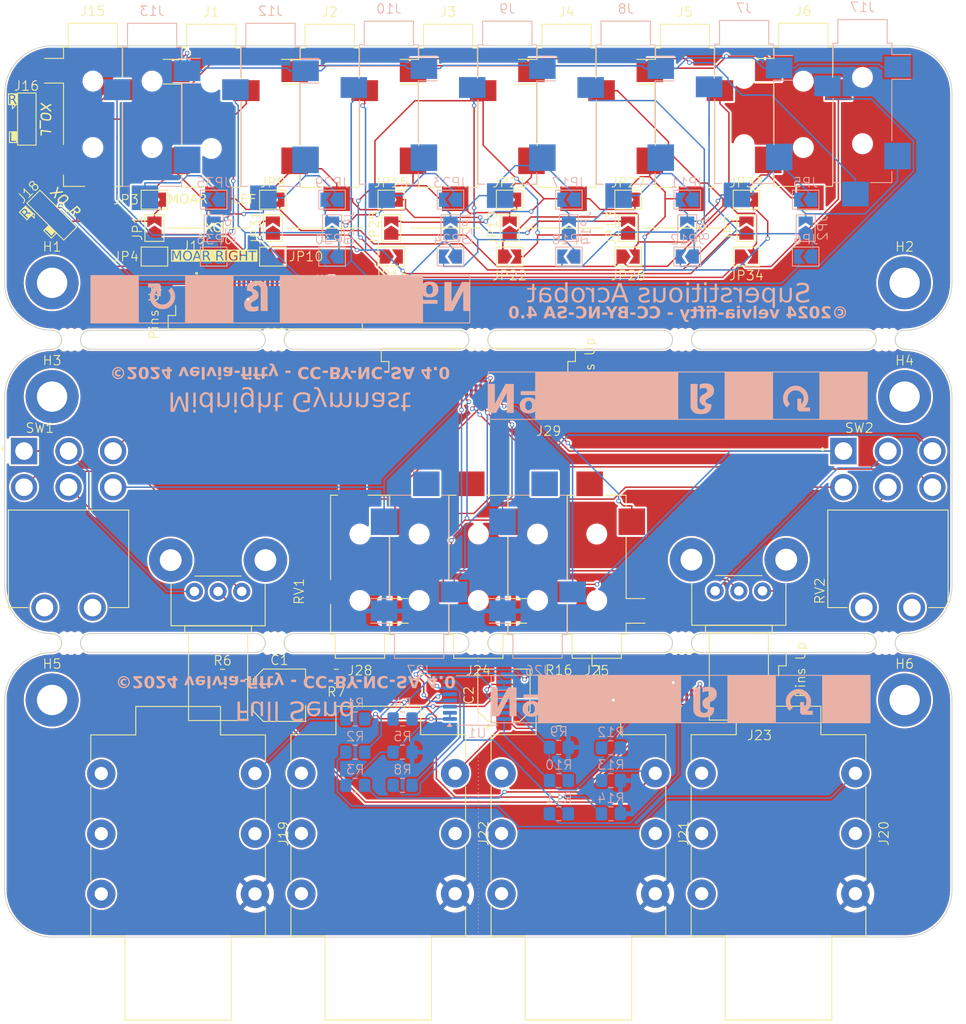
<source format=kicad_pcb>
(kicad_pcb (version 20240108) (generator "pcbnew") (generator_version "8.0")
  (layers (0 "F.Cu" signal) (31 "B.Cu" signal) (34 "B.Paste" user) (35 "F.Paste" user) (36 "B.SilkS" user "B.Silkscreen") (37 "F.SilkS" user "F.Silkscreen") (38 "B.Mask" user) (39 "F.Mask" user) (44 "Edge.Cuts" user))
  (net 0 "")
  (net 1 "GND")
  (net 8 "/EXT_JACK_T_2")
  (net 9 "/EXT_JACK_R_3")
  (net 10 "/EXT_JACK_R_6")
  (net 11 "/EXT_JACK_T_8")
  (net 12 "/EXT_JACK_T_6")
  (net 13 "/EXT_JACK_R_4")
  (net 14 "/EXT_JACK_T_7")
  (net 15 "/EXT_JACK_TN_1")
  (net 16 "/EXT_JACK_R_5")
  (net 17 "/EXT_JACK_T_5")
  (net 18 "/EXT_JACK_R_2")
  (net 19 "/EXT_JACK_TN_2")
  (net 20 "/EXT_JACK_R_1")
  (net 21 "/EXT_JACK_T_3")
  (net 22 "/EXT_JACK_T_4")
  (net 23 "/EXT_JACK_R_8")
  (net 24 "/EXT_JACK_T_1")
  (net 25 "/EXT_JACK_R_7")
  (net 26 "Net-(JP1-A)")
  (net 27 "Net-(JP3-A)")
  (net 28 "/Interface/GND")
  (net 29 "Net-(JP13-B)")
  (net 30 "Net-(JP10-A)")
  (net 31 "Net-(JP13-A)")
  (net 32 "Net-(JP15-A)")
  (net 33 "Net-(JP21-A)")
  (net 34 "Net-(JP19-A)")
  (net 35 "Net-(JP25-A)")
  (net 36 "Net-(JP27-A)")
  (net 37 "Net-(JP31-A)")
  (net 38 "Net-(JP33-A)")
  (net 39 "Net-(JP12-B)")
  (net 40 "Net-(JP11-B)")
  (net 41 "Net-(JP11-A)")
  (net 42 "Net-(JP12-A)")
  (net 43 "Net-(JP17-A)")
  (net 44 "Net-(JP14-A)")
  (net 45 "Net-(JP23-A)")
  (net 46 "Net-(JP20-A)")
  (net 47 "Net-(JP26-A)")
  (net 48 "Net-(JP29-A)")
  (net 49 "Net-(JP35-A)")
  (net 50 "Net-(JP32-A)")
  (net 51 "/Interface/A SIDE LEFT")
  (net 52 "/Interface/A SIDE RIGHT")
  (net 54 "/Interface/B SIDE LEFT")
  (net 55 "/Interface/B SIDE RIGHT")
  (net 56 "Net-(J16-C)")
  (net 61 "/Sends/FX_A_RETURN")
  (net 62 "/Sends/FX_A_SEND")
  (net 63 "Net-(C1-Pad1)")
  (net 64 "Net-(C2-Pad1)")
  (net 65 "Net-(U1D-+)")
  (net 66 "-12V")
  (net 67 "+12V")
  (net 68 "Net-(J19-PadT)")
  (net 69 "/Sends/EXT_JACK_TN_2")
  (net 70 "/Sends/-12v")
  (net 71 "/Sends/FX_B_SEND")
  (net 72 "/Sends/EXT_JACK_R_2")
  (net 73 "/Sends/+12v")
  (net 74 "/Sends/FX_B_RETURN")
  (net 75 "Net-(U1C--)")
  (net 76 "Net-(U1C-+)")
  (net 77 "Net-(U1D--)")
  (net 78 "Net-(U1B-+)")
  (net 79 "Net-(J20-PadT)")
  (net 92 "Net-(U1A--)")
  (net 93 "Net-(U1A-+)")
  (net 94 "Net-(U1B--)")
  (net 95 "Net-(R11-Pad1)")
  (net 96 "Net-(R10-Pad2)")
  (net 102 "Net-(RV1-Pad3)")
  (net 103 "Net-(RV1-Pad1)")
  (net 104 "Net-(RV2-Pad3)")
  (net 105 "Net-(RV2-Pad1)")
  (net 106 "/Toggles/EXT_JACK_T_5")
  (net 107 "/Toggles/EXT_JACK_R_5")
  (net 108 "/Toggles/EXT_JACK_T_1")
  (net 109 "/Toggles/EXT_JACK_R_1")
  (net 110 "/Toggles/EXT_JACK_T_2")
  (net 111 "/Toggles/EXT_JACK_R_2")
  (net 112 "/Toggles/EXT_JACK_R_3")
  (net 113 "/Toggles/EXT_JACK_T_3")
  (net 114 "/Toggles/EXT_JACK_T_4")
  (net 115 "/Toggles/EXT_JACK_R_4")
  (net 117 "/Toggles/-12v")
  (net 121 "/Toggles/+12v")
  (footprint "AT-Footprints:Potentiometer_Bourns_PTV09A-2_Single_Horizontal" (layer "F.Cu") (at 158.7319 111.495 -90)
    (property "Reference" "RV1")
    (property "Value" "Blend Left")
  )
  (footprint "AT-Footprints:SMD_STEREO_CUI_SJ-3524-SMT_Horizontal" (layer "F.Cu") (at 223.0125 60.175)
    (property "Reference" "J6")
    (property "Value" "A")
  )
  (footprint "Jumper:SolderJumper-2_P1.3mm_Open_TrianglePad1.0x1.5mm" (layer "F.Cu") (at 192.0125 70.175)
    (property "Reference" "JP21")
    (property "Value" "MOAR LEFT")
  )
  (footprint "Resistor_SMD:R_0805_2012Metric_Pad1.20x1.40mm_HandSolder" (layer "F.Cu") (at 197.2069 121.445)
    (property "Reference" "R16")
    (property "Value" "150k")
  )
  (footprint "Jumper:SolderJumper-2_P1.3mm_Open_TrianglePad1.0x1.5mm" (layer "F.Cu") (at 167.0125 76.175)
    (property "Reference" "JP10")
    (property "Value" "MOAR RIGHT")
  )
  (footprint "Jumper:SolderJumper-2_P1.3mm_Open_TrianglePad1.0x1.5mm" (layer "F.Cu") (at 204.5125 70.175)
    (property "Reference" "JP27")
    (property "Value" "MOAR LEFT")
  )
  (footprint "mousebites:mouse-bite-2mm-slot" (layer "F.Cu") (at 231.7069 116.945)
    (property "Reference" "H16" (hide yes))
    (property "Value" "Mousebite" (hide yes))
  )
  (footprint "AT-Footprints:DPDT Micro SW_1825138-7" (layer "F.Cu") (at 227.2454 96.69)
    (property "Reference" "SW2")
    (property "Value" "Toggle Right")
  )
  (footprint "Jumper:SolderJumper-2_P1.3mm_Open_TrianglePad1.0x1.5mm" (layer "F.Cu") (at 192.0125 73.175 90)
    (property "Reference" "JP19")
    (property "Value" "JUKE")
  )
  (footprint "AT-Footprints:Potentiometer_Bourns_PTV09A-2_Single_Horizontal" (layer "F.Cu") (at 213.7069 111.445 -90)
    (property "Reference" "RV2")
    (property "Value" "Blend Right")
  )
  (footprint "mousebites:mouse-bite-2mm-slot" (layer "F.Cu") (at 145.7069 116.945)
    (property "Reference" "H12" (hide yes))
    (property "Value" "Mousebite" (hide yes))
  )
  (footprint "AT-Footprints:Quarter Inch" (layer "F.Cu") (at 207.3842 130.675 -90)
    (property "Reference" "J21")
    (property "Value" "RETURN A")
  )
  (footprint "MountingHole:MountingHole_3.2mm_M3_DIN965_Pad" (layer "F.Cu") (at 143.7069 90.945)
    (property "Reference" "H3")
    (property "Value" "M3")
  )
  (footprint "mousebites:mouse-bite-2mm-slot" (layer "F.Cu") (at 188.7069 116.945)
    (property "Reference" "H14" (hide yes))
    (property "Value" "Mousebite" (hide yes))
  )
  (footprint "AT-Footprints:SMD_STEREO_CUI_SJ-3524-SMT_Horizontal" (layer "F.Cu") (at 210.5125 60.275)
    (property "Reference" "J5")
    (property "Value" "A")
  )
  (footprint "AT-Footprints:SMD_STEREO_CUI_SJ-3524-SMT_Horizontal" (layer "F.Cu") (at 173.0125 60.275)
    (property "Reference" "J2")
    (property "Value" "A")
  )
  (footprint "mousebites:mouse-bite-2mm-slot" (layer "F.Cu") (at 167.2069 116.945)
    (property "Reference" "H13" (hide yes))
    (property "Value" "Mousebite" (hide yes))
  )
  (footprint "mousebites:mouse-bite-2mm-slot" (layer "F.Cu") (at 231.7069 84.945)
    (property "Reference" "H11" (hide yes))
    (property "Value" "Mousebite" (hide yes))
  )
  (footprint "Jumper:SolderJumper-2_P1.3mm_Open_TrianglePad1.0x1.5mm" (layer "F.Cu") (at 192.0125 76.175)
    (property "Reference" "JP22")
    (property "Value" "MOAR RIGHT")
  )
  (footprint "AT-Footprints:Quarter Inch" (layer "F.Cu") (at 186.2558 130.675 -90)
    (property "Reference" "J22")
    (property "Value" "RETURN B")
  )
  (footprint "MountingHole:MountingHole_3.2mm_M3_DIN965_Pad" (layer "F.Cu") (at 143.7069 78.945)
    (property "Reference" "H1")
    (property "Value" "M3")
  )
  (footprint "mousebites:mouse-bite-2mm-slot" (layer "F.Cu") (at 167.2069 84.945)
    (property "Reference" "H8" (hide yes))
    (property "Value" "Mousebite" (hide yes))
  )
  (footprint "Jumper:SolderJumper-2_P1.3mm_Open_TrianglePad1.0x1.5mm" (layer "F.Cu") (at 179.5125 76.175)
    (property "Reference" "JP16")
    (property "Value" "MOAR RIGHT")
  )
  (footprint "mousebites:mouse-bite-2mm-slot" (layer "F.Cu") (at 145.7069 84.945)
    (property "Reference" "H7" (hide yes))
    (property "Value" "Mousebite" (hide yes))
  )
  (footprint "Resistor_SMD:R_0805_2012Metric_Pad1.20x1.40mm_HandSolder" (layer "F.Cu") (at 161.7069 120.445)
    (property "Reference" "R6")
    (property "Value" "1k")
  )
  (footprint "Jumper:SolderJumper-2_P1.3mm_Open_TrianglePad1.0x1.5mm" (layer "F.Cu") (at 217.0125 76.175)
    (property "Reference" "JP34")
    (property "Value" "MOAR RIGHT")
  )
  (footprint "Resistor_SMD:R_0805_2012Metric_Pad1.20x1.40mm_HandSolder" (layer "F.Cu") (at 173.7069 120.445 180)
    (property "Reference" "R7")
    (property "Value" "470R")
  )
  (footprint "AT-Footprints:Quarter Inch" (layer "F.Cu") (at 228.5125 130.675 -90)
    (property "Reference" "J20")
    (property "Value" "SEND B")
  )
  (footprint "AT-Footprints:SMD_STEREO_CUI_SJ-3524-SMT_Horizontal" (layer "F.Cu") (at 148.0125 60.175)
    (property "Reference" "J15")
    (property "Value" "INPUT A")
  )
  (footprint "AT-Footprints:AMPHENOL_SFV30R-4STE1HLF - FFC - 30 RA" (layer "F.Cu") (at 166.2069 81.695)
    (property "Reference" "J11")
    (property "Value" "EXT_INTERFACE_1")
  )
  (footprint "AT-Footprints:SMD_STEREO_CUI_SJ-3524-SMT_Horizontal" (layer "F.Cu") (at 185.5125 60.275)
    (property "Reference" "J3")
    (property "Value" "A")
  )
  (footprint "AT-Footprints:SMD_STEREO_CUI_SJ-3524-SMT_Horizontal" (layer "F.Cu") (at 176.2069 109.945 180)
    (property "Reference" "J28")
    (property "Value" "B2")
  )
  (footprint "AT-Footprints:AMPHENOL_SFV30R-4STE1HLF - FFC - 30 RA" (layer "F.Cu") (at 210.9569 120.045 180)
    (property "Reference" "J23")
    (property "Value" "EXT_INTERFACE_2")
  )
  (footprint "AT-Footprints:Quarter Inch" (layer "F.Cu") (at 165.1275 130.7 -90)
    (property "Reference" "J19")
    (property "Value" "SEND A")
  )
  (footprint "Jumper:SolderJumper-2_P1.3mm_Open_TrianglePad1.0x1.5mm" (layer "F.Cu") (at 217.0125 70.175)
    (property "Reference" "JP33")
    (property "Value" "MOAR LEFT")
  )
  (footprint "Jumper:SolderJumper-3_P2.0mm_Open_TrianglePad1.0x1.5mm" (layer "F.Cu") (at 143.664 71.8265 -45)
    (property "Reference" "J18")
    (property "Value" "XO_R")
  )
  (footprint "MountingHole:MountingHole_3.2mm_M3_DIN965_Pad" (layer "F.Cu") (at 143.7069 122.945)
    (property "Reference" "H5")
    (property "Value" "M3")
  )
  (footprint "AT-Footprints:SMD_STEREO_CUI_SJ-3524-SMT_Horizontal" (layer "F.Cu") (at 198.0125 60.275)
    (property "Reference" "J4")
    (property "Value" "A")
  )
  (footprint "Capacitor_SMD:CP_Elec_5x5.4" (layer "F.Cu") (at 191.4069 122.445 90)
    (property "Reference" "C2")
    (property "Value" "10uF")
  )
  (footprint "AT-Footprints:SMD_STEREO_CUI_SJ-3524-SMT_Horizontal" (layer "F.Cu") (at 188.7069 109.945 180)
    (property "Reference" "J24")
    (property "Value" "Blend Out")
  )
  (footprint "AT-Footprints:SMD_STEREO_CUI_SJ-3524-SMT_Horizontal" (layer "F.Cu") (at 160.5125 60.275)
    (property "Reference" "J1")
    (property "Value" "A")
  )
  (footprint "Jumper:SolderJumper-2_P1.3mm_Open_TrianglePad1.0x1.5mm" (layer "F.Cu") (at 217.0125 73.175 90)
    (property "Reference" "JP7")
    (property "Value" "JUKE")
  )
  (footprint "Jumper:SolderJumper-2_P1.3mm_Open_TrianglePad1.0x1.5mm" (layer "F.Cu") (at 179.5125 70.175)
    (property "Reference" "JP15")
    (property "Value" "MOAR LEFT")
  )
  (footprint "Jumper:SolderJumper-3_P2.0mm_Open_TrianglePad1.0x1.5mm" (layer "F.Cu") (at 141.0125 61.675 -90)
    (property "Reference" "J16")
    (property "Value" "XO_L")
  )
  (footprint "MountingHole:MountingHole_3.2mm_M3_DIN965_Pad" (layer "F.Cu") (at 233.7069 122.945)
    (property "Reference" "H6")
    (property "Value" "M3")
  )
  (footprint "mousebites:mouse-bite-2mm-slot" (layer "F.Cu") (at 210.2069 84.945)
    (property "Reference" "H10" (hide yes))
    (property "Value" "Mousebite" (hide yes))
  )
  (footprint "Jumper:SolderJumper-2_P1.3mm_Open_TrianglePad1.0x1.5mm" (layer "F.Cu") (at 204.5125 73.175 90)
    (property "Reference" "JP13")
    (property "Value" "JUKE")
  )
  (footprint "Jumper:SolderJumper-2_P1.3mm_Open_TrianglePad1.0x1.5mm" (layer "F.Cu") (at 154.5125 70.175)
    (property "Reference" "JP3")
    (property "Value" "MOAR LEFT")
  )
  (footprint "Capacitor_SMD:CP_Elec_5x5.4" (layer "F.Cu") (at 167.7069 122.445)
    (property "Reference" "C1")
    (property "Value" "10uF")
  )
  (footprint "Jumper:SolderJumper-2_P1.3mm_Open_TrianglePad1.0x1.5mm" (layer "F.Cu") (at 154.5125 73.175 90)
    (property "Reference" "JP1")
    (property "Value" "JUKE")
  )
  (footprint "mousebites:mouse-bite-2mm-slot" (layer "F.Cu") (at 188.7069 84.945)
    (property "Reference" "H9" (hide yes))
    (property "Value" "Mousebite" (hide yes))
  )
  (footprint "AT-Footprints:AMPHENOL_SFV30R-4STE1HLF - FFC - 30 RA" (layer "F.Cu") (at 188.7069 87.945 180)
    (property "Reference" "J29")
    (property "Value" "EXT_INTERFACE_2")
  )
  (footprint "MountingHole:MountingHole_3.2mm_M3_DIN965_Pad" (layer "F.Cu") (at 233.7069 78.945)
    (property "Reference" "H2")
    (property "Value" "M3")
  )
  (footprint "Jumper:SolderJumper-2_P1.3mm_Open_TrianglePad1.0x1.5mm" (layer "F.Cu") (at 154.5125 76.175)
    (property "Reference" "JP4")
    (property "Value" "MOAR RIGHT")
  )
  (footprint "AT-Footprints:SMD_STEREO_CUI_SJ-3524-SMT_Horizontal" (layer "F.Cu") (at 201.2069 109.945 180)
    (property "Reference" "J25")
    (property "Value" "A1")
  )
  (footprint "mousebites:mouse-bite-2mm-slot" (layer "F.Cu") (at 210.2069 116.945)
    (property "Reference" "H15" (hide yes))
    (property "Value" "Mousebite" (hide yes))
  )
  (footprint "Jumper:SolderJumper-2_P1.3mm_Open_TrianglePad1.0x1.5mm" (layer "F.Cu") (at 179.5125 73.175 90)
    (property "Reference" "JP25")
    (property "Value" "JUKE")
  )
  (footprint "Resistor_SMD:R_0805_2012Metric_Pad1.20x1.40mm_HandSolder" (layer "F.Cu") (at 197.2069 124.945)
    (property "Reference" "R15")
    (property "Value" "1M")
  )
  (footprint "MountingHole:MountingHole_3.2mm_M3_DIN965_Pad" (layer "F.Cu") (at 233.7069 90.945)
    (property "Reference" "H4")
    (property "Value" "M3")
  )
  (footprint "Jumper:SolderJumper-2_P1.3mm_Open_TrianglePad1.0x1.5mm" (layer "F.Cu") (at 167.0125 73.175 90)
    (property "Reference" "JP31")
    (property "Value" "JUKE")
  )
  (footprint "AT-Footprints:DPDT Micro SW_1825138-7" (layer "F.Cu") (at 140.7454 96.69)
    (property "Reference" "SW1")
    (property "Value" "Toggle Left")
  )
  (footprint "Jumper:SolderJumper-2_P1.3mm_Open_TrianglePad1.0x1.5mm" (layer "F.Cu") (at 204.5125 76.175)
    (property "Reference" "JP28")
    (property "Value" "MOAR RIGHT")
  )
  (footprint "Jumper:SolderJumper-2_P1.3mm_Open_TrianglePad1.0x1.5mm" (layer "F.Cu") (at 167.0125 70.175)
    (property "Reference" "JP9")
    (property "Value" "MOAR LEFT")
  )
  (footprint "AT-Footprints:SMD_STEREO_CUI_SJ-3524-SMT_Horizontal" (layer "B.Cu") (at 194.9569 109.945)
    (property "Reference" "J26")
    (property "Value" "A2")
  )
  (footprint "Resistor_SMD:R_0805_2012Metric_Pad1.20x1.40mm_HandSolder" (layer "B.Cu") (at 197.2069 131.445 180)
    (property "Reference" "R10")
    (property "Value" "10k")
  )
  (footprint "AT-Footprints:SMD_STEREO_CUI_SJ-3524-SMT_Horizontal" (layer "B.Cu") (at 216.7625 59.875 180)
    (property "Reference" "J7")
    (property "Value" "B")
  )
  (footprint "Jumper:SolderJumper-2_P1.3mm_Open_TrianglePad1.0x1.5mm" (layer "B.Cu") (at 210.7625 70.175 180)
    (property "Reference" "JP11")
    (property "Value" "MOAR LEFT")
  )
  (footprint "AT-Footprints:SMD_STEREO_CUI_SJ-3524-SMT_Horizontal" (layer "B.Cu") (at 191.7625 59.945 180)
    (property "Reference" "J9")
    (property "Value" "B")
  )
  (footprint "Jumper:SolderJumper-2_P1.3mm_Open_TrianglePad1.0x1.5mm" (layer "B.Cu") (at 160.7625 76.175 180)
    (property "Reference" "JP36")
    (property "Value" "MOAR RIGHT")
  )
  (footprint "Jumper:SolderJumper-2_P1.3mm_Open_TrianglePad1.0x1.5mm" (layer "B.Cu") (at 185.7625 70.175 180)
    (property "Reference" "JP23")
    (property "Value" "MOAR LEFT")
  )
  (footprint "Jumper:SolderJumper-2_P1.3mm_Open_TrianglePad1.0x1.5mm" (layer "B.Cu") (at 223.2625 73.175 90)
    (property "Reference" "JP2")
    (property "Value" "JUKE")
  )
  (footprint "Jumper:SolderJumper-2_P1.3mm_Open_TrianglePad1.0x1.5mm" (layer "B.Cu") (at 160.7625 73.175 90)
    (property "Reference" "JP32")
    (property "Value" "JUKE")
  )
  (footprint "AT-Footprints:SMD_STEREO_CUI_SJ-3524-SMT_Horizontal" (layer "B.Cu") (at 154.2625 60.175 180)
    (property "Reference" "J13")
    (property "Value" "B")
  )
  (footprint "Jumper:SolderJumper-2_P1.3mm_Open_TrianglePad1.0x1.5mm" (layer "B.Cu") (at 173.2625 73.175 90)
    (property "Reference" "JP26")
    (property "Value" "JUKE")
  )
  (footprint "Jumper:SolderJumper-2_P1.3mm_Open_TrianglePad1.0x1.5mm" (layer "B.Cu") (at 198.2625 76.175 180)
    (property "Reference" "JP18")
    (property "Value" "MOAR RIGHT")
  )
  (footprint "Jumper:SolderJumper-2_P1.3mm_Open_TrianglePad1.0x1.5mm" (layer "B.Cu") (at 173.2625 76.175 180)
    (property "Reference" "JP30")
    (property "Value" "MOAR RIGHT")
  )
  (footprint "Resistor_SMD:R_0805_2012Metric_Pad1.20x1.40mm_HandSolder" (layer "B.Cu") (at 202.7069 131.445 180)
    (property "Reference" "R13")
    (property "Value" "1M")
  )
  (footprint "AT-Footprints:SMD_STEREO_CUI_SJ-3524-SMT_Horizontal" (layer "B.Cu") (at 204.2625 59.945 180)
    (property "Reference" "J8")
    (property "Value" "B")
  )
  (footprint "AT-Footprints:SMD_STEREO_CUI_SJ-3524-SMT_Horizontal" (layer "B.Cu") (at 166.7625 60.175 180)
    (property "Reference" "J12")
    (property "Value" "B")
  )
  (footprint "Resistor_SMD:R_0805_2012Metric_Pad1.20x1.40mm_HandSolder" (layer "B.Cu") (at 197.2069 127.945 180)
    (property "Reference" "R9")
    (property "Value" "470R")
  )
  (footprint "Resistor_SMD:R_0805_2012Metric_Pad1.20x1.40mm_HandSolder" (layer "B.Cu") (at 180.7069 128.445 180)
    (property "Reference" "R5")
    (property "Value" "1k")
  )
  (footprint "Resistor_SMD:R_0805_2012Metric_Pad1.20x1.40mm_HandSolder" (layer "B.Cu") (at 202.7069 134.945 180)
    (property "Reference" "R14")
    (property "Value" "150k")
  )
  (footprint "Jumper:SolderJumper-2_P1.3mm_Open_TrianglePad1.0x1.5mm" (layer "B.Cu") (at 210.7625 73.175 90)
    (property "Reference" "JP8")
    (property "Value" "JUKE")
  )
  (footprint "Jumper:SolderJumper-2_P1.3mm_Open_TrianglePad1.0x1.5mm" (layer "B.Cu") (at 185.7625 73.175 90)
    (property "Reference" "JP20")
    (property "Value" "JUKE")
  )
  (footprint "Jumper:SolderJumper-2_P1.3mm_Open_TrianglePad1.0x1.5mm" (layer "B.Cu") (at 223.2625 70.175 180)
    (property "Reference" "JP5")
    (property "Value" "MOAR LEFT")
  )
  (footprint "Jumper:SolderJumper-2_P1.3mm_Open_TrianglePad1.0x1.5mm" (layer "B.Cu") (at 198.2625 70.175 180)
    (property "Reference" "JP17")
    (property "Value" "MOAR LEFT")
  )
  (footprint "Resistor_SMD:R_0805_2012Metric_Pad1.20x1.40mm_HandSolder" (layer "B.Cu") (at 180.7069 124.945 180)
    (property "Reference" "R4")
    (property "Value" "20k")
  )
  (footprint "Resistor_SMD:R_0805_2012Metric_Pad1.20x1.40mm_HandSolder" (layer "B.Cu") (at 197.2069 134.945 180)
    (property "Reference" "R11")
    (property "Value" "1k")
  )
  (footprint "Jumper:SolderJumper-2_P1.3mm_Open_TrianglePad1.0x1.5mm" (layer "B.Cu") (at 198.2625 73.175 90)
    (property "Reference" "JP14")
    (property "Value" "JUKE")
  )
  (footprint "Jumper:SolderJumper-2_P1.3mm_Open_TrianglePad1.0x1.5mm" (layer "B.Cu") (at 160.7625 70.175 180)
    (property "Reference" "JP35")
    (property "Value" "MOAR LEFT")
  )
  (footprint "Jumper:SolderJumper-2_P1.3mm_Open_TrianglePad1.0x1.5mm" (layer "B.Cu") (at 173.2625 70.175 180)
    (property "Reference" "JP29")
    (property "Value" "MOAR LEFT")
  )
  (footprint "Resistor_SMD:R_0805_2012Metric_Pad1.20x1.40mm_HandSolder" (layer "B.Cu") (at 202.7069 127.995 180)
    (property "Reference" "R12")
    (property "Value" "1k")
  )
  (footprint "AT-Footprints:SMD_STEREO_CUI_SJ-3524-SMT_Horizontal" (layer "B.Cu") (at 229.2625 59.775 180)
    (property "Reference" "J17")
    (property "Value" "INPUT B")
  )
  (footprint "Jumper:SolderJumper-2_P1.3mm_Open_TrianglePad1.0x1.5mm" (layer "B.Cu") (at 185.7625 76.175 180)
    (property "Reference" "JP24")
    (property "Value" "MOAR RIGHT")
  )
  (footprint "Resistor_SMD:R_0805_2012Metric_Pad1.20x1.40mm_HandSolder" (layer "B.Cu") (at 175.7069 128.445 180)
    (property "Reference" "R2")
    (property "Value" "1k")
  )
  (footprint "Resistor_SMD:R_0805_2012Metric_Pad1.20x1.40mm_HandSolder" (layer "B.Cu") (at 175.7069 124.945 180)
    (property "Reference" "R1")
    (property "Value" "1k")
  )
  (footprint "Package_SO:TSSOP-14_4.4x5mm_P0.65mm" (layer "B.Cu") (at 188.5694 122.995)
    (property "Reference" "U1")
    (property "Value" "TL074")
  )
  (footprint "AT-Footprints:SMD_STEREO_CUI_SJ-3524-SMT_Horizontal" (layer "B.Cu") (at 182.4569 109.945)
    (property "Reference" "J27")
    (property "Value" "B1")
  )
  (footprint "Resistor_SMD:R_0805_2012Metric_Pad1.20x1.40mm_HandSolder" (layer "B.Cu") (at 175.7069 131.945 180)
    (property "Reference" "R3")
    (property "Value" "20k")
  )
  (footprint "Resistor_SMD:R_0805_2012Metric_Pad1.20x1.40mm_HandSolder" (layer "B.Cu") (at 180.7069 131.945 180)
    (property "Reference" "R8")
    (property "Value" "10k")
  )
  (footprint "AT-Footprints:SMD_STEREO_CUI_SJ-3524-SMT_Horizontal" (layer "B.Cu") (at 179.2625 59.945 180)
    (property "Reference" "J10")
    (property "Value" "B")
  )
  (footprint "Jumper:SolderJumper-2_P1.3mm_Open_TrianglePad1.0x1.5mm" (layer "B.Cu") (at 223.2625 76.175 180)
    (property "Reference" "JP6")
    (property "Value" "MOAR RIGHT")
  )
  (footprint "Jumper:SolderJumper-2_P1.3mm_Open_TrianglePad1.0x1.5mm" (layer "B.Cu") (at 210.7625 76.175 180)
    (property "Reference" "JP12")
    (property "Value" "MOAR RIGHT")
  )
  (gr_rect (start 157.806946 78.174997) (end 162.806946 83.174997) (stroke (width 0.1)) (fill solid) (layer "B.SilkS"))
  (gr_poly (pts (xy 230.056945 125.35) (xy 225.056946 125.350001) (xy 225.056946 120.350001) (xy 230.056946 120.350001)) (stroke (width 0.1)) (fill solid) (layer "B.SilkS"))
  (gr_rect (start 210.056946 120.35) (end 215.056946 125.35) (stroke (width 0.1)) (fill none) (layer "B.SilkS"))
  (gr_line (start 188.7069 118.445) (end 188.7069 147.445) (stroke (width 0.1) (type dot)) (layer "B.SilkS"))
  (gr_poly (pts (xy 229.762499 93.35) (xy 224.7625 93.350001) (xy 224.7625 88.350001) (xy 229.7625 88.350001)) (stroke (width 0.1)) (fill solid) (layer "B.SilkS"))
  (gr_poly (pts (xy 195.056946 125.35) (xy 190.056946 125.35) (xy 190.056946 120.35) (xy 195.056947 120.349999)) (stroke (width 0.1)) (fill none) (layer "B.SilkS"))
  (gr_poly (pts (xy 220.056947 125.35) (xy 215.056946 125.35) (xy 215.056946 120.35) (xy 220.056946 120.350001)) (stroke (width 0.1)) (fill solid) (layer "B.SilkS"))
  (gr_poly (pts (xy 210.056946 125.35) (xy 195.056946 125.35) (xy 195.056947 120.349999) (xy 210.056946 120.35)) (stroke (width 0.1)) (fill solid) (layer "B.SilkS"))
  (gr_poly (pts (xy 167.806946 78.174997) (xy 182.806946 78.174997) (xy 182.806946 83.174998) (xy 167.806946 83.174997)) (stroke (width 0.1)) (fill solid) (layer "B.SilkS"))
  (gr_poly (pts (xy 182.806946 78.174997) (xy 187.806946 78.174997) (xy 187.806946 83.174997) (xy 182.806946 83.174998)) (stroke (width 0.1)) (fill none) (layer "B.SilkS"))
  (gr_rect (start 152.806946 78.174997) (end 157.806946 83.174997) (stroke (width 0.1)) (fill none) (layer "B.SilkS"))
  (gr_poly (pts (xy 224.7625 93.350001) (xy 219.762501 93.35) (xy 219.7625 88.350001) (xy 224.7625 88.350001)) (stroke (width 0.1)) (fill none) (layer "B.SilkS"))
  (gr_rect (start 147.806946 78.174997) (end 152.806946 83.174997) (stroke (width 0.1)) (fill solid) (layer "B.SilkS"))
  (gr_poly (pts (xy 194.7625 93.35) (xy 189.7625 93.35) (xy 189.7625 88.35) (xy 194.762501 88.349999)) (stroke (width 0.1)) (fill none) (layer "B.SilkS"))
  (gr_poly (pts (xy 225.056946 125.350001) (xy 220.056947 125.35) (xy 220.056946 120.350001) (xy 225.056946 120.350001)) (stroke (width 0.1)) (fill none) (layer "B.SilkS"))
  (gr_rect (start 162.806946 78.174997) (end 167.806946 83.174997) (stroke (width 0.1)) (fill none) (layer "B.SilkS"))
  (gr_rect (start 209.7625 88.35) (end 214.7625 93.35) (stroke (width 0.1)) (fill none) (layer "B.SilkS"))
  (gr_poly (pts (xy 219.762501 93.35) (xy 214.7625 93.35) (xy 214.7625 88.35) (xy 219.7625 88.350001)) (stroke (width 0.1)) (fill solid) (layer "B.SilkS"))
  (gr_poly (pts (xy 209.7625 93.35) (xy 194.7625 93.35) (xy 194.762501 88.349999) (xy 209.7625 88.35)) (stroke (width 0.1)) (fill solid) (layer "B.SilkS"))
  (gr_line (start 156.0125 73.174997) (end 159.5125 73.174997) (stroke (width 0.1)) (layer "F.SilkS"))
  (gr_line (start 206.0125 73.174997) (end 214.5125 73.174997) (stroke (width 0.1)) (layer "F.SilkS"))
  (gr_line (start 168.5125 73.174997) (end 176.5125 73.174997) (stroke (width 0.1)) (layer "F.SilkS"))
  (gr_line (start 193.5125 73.174997) (end 202.0125 73.174997) (stroke (width 0.1)) (layer "F.SilkS"))
  (gr_line (start 162.0125 73.174997) (end 164.5125 73.174997) (stroke (width 0.1)) (layer "F.SilkS"))
  (gr_line (start 181.5125 73.174997) (end 189.0125 73.174997) (stroke (width 0.1)) (layer "F.SilkS"))
  (gr_arc (start 238.706946 142.945001) (mid 237.24248 146.480533) (end 233.706946 147.945001) (stroke (width 0.1)) (layer "Edge.Cuts"))
  (gr_line (start 147.706946 115.945001) (end 165.206946 115.945001) (stroke (width 0.1)) (layer "Edge.Cuts"))
  (gr_line (start 190.706946 85.945001) (end 208.206946 85.945001) (stroke (width 0.1)) (layer "Edge.Cuts"))
  (gr_line (start 138.706946 78.945001) (end 138.706946 58.945001) (stroke (width 0.1)) (layer "Edge.Cuts"))
  (gr_arc (start 208.206946 83.945001) (mid 209.20695 84.945001) (end 208.206946 85.945001) (stroke (width 0.1)) (layer "Edge.Cuts"))
  (gr_arc (start 165.206946 83.945001) (mid 166.206946 84.945001) (end 165.206946 85.945001) (stroke (width 0.1)) (layer "Edge.Cuts"))
  (gr_arc (start 143.706946 147.945002) (mid 140.171411 146.480536) (end 138.706946 142.945001) (stroke (width 0.1)) (layer "Edge.Cuts"))
  (gr_arc (start 208.206946 115.945001) (mid 209.20695 116.945001) (end 208.206946 117.945001) (stroke (width 0.1)) (layer "Edge.Cuts"))
  (gr_arc (start 143.706946 83.945001) (mid 144.706946 84.945001) (end 143.706946 85.945001) (stroke (width 0.1)) (layer "Edge.Cuts"))
  (gr_arc (start 238.706946 78.945001) (mid 237.24248 82.480533) (end 233.706946 83.945001) (stroke (width 0.1)) (layer "Edge.Cuts"))
  (gr_arc (start 138.706946 90.945001) (mid 140.171412 87.409467) (end 143.706946 85.945001) (stroke (width 0.1)) (layer "Edge.Cuts"))
  (gr_arc (start 138.706946 122.945001) (mid 140.171412 119.409467) (end 143.706946 117.945001) (stroke (width 0.1)) (layer "Edge.Cuts"))
  (gr_line (start 138.706946 90.945001) (end 138.706946 110.945001) (stroke (width 0.1)) (layer "Edge.Cuts"))
  (gr_arc (start 169.206946 117.945001) (mid 168.206946 116.945001) (end 169.206946 115.945001) (stroke (width 0.1)) (layer "Edge.Cuts"))
  (gr_line (start 143.706946 147.945002) (end 233.706946 147.945001) (stroke (width 0.1)) (layer "Edge.Cuts"))
  (gr_line (start 212.206946 83.945001) (end 229.706946 83.945001) (stroke (width 0.1)) (layer "Edge.Cuts"))
  (gr_arc (start 143.706946 115.945001) (mid 144.706946 116.945001) (end 143.706946 117.945001) (stroke (width 0.1)) (layer "Edge.Cuts"))
  (gr_arc (start 186.706946 115.945001) (mid 187.70695 116.945001) (end 186.706946 117.945001) (stroke (width 0.1)) (layer "Edge.Cuts"))
  (gr_arc (start 233.706946 53.945001) (mid 237.242482 55.409466) (end 238.706946 58.945001) (stroke (width 0.1)) (layer "Edge.Cuts"))
  (gr_line (start 208.206946 115.945001) (end 190.706946 115.945001) (stroke (width 0.1)) (layer "Edge.Cuts"))
  (gr_line (start 165.206946 85.945001) (end 147.706946 85.945001) (stroke (width 0.1)) (layer "Edge.Cuts"))
  (gr_line (start 238.706946 122.945001) (end 238.706946 142.945001) (stroke (width 0.1)) (layer "Edge.Cuts"))
  (gr_line (start 233.706946 53.945001) (end 143.706946 53.945001) (stroke (width 0.1)) (layer "Edge.Cuts"))
  (gr_line (start 190.706946 117.945001) (end 208.206946 117.945001) (stroke (width 0.1)) (layer "Edge.Cuts"))
  (gr_arc (start 233.706946 117.945001) (mid 237.242482 119.409466) (end 238.706946 122.945001) (stroke (width 0.1)) (layer "Edge.Cuts"))
  (gr_line (start 169.206946 85.945001) (end 186.706946 85.945001) (stroke (width 0.1)) (layer "Edge.Cuts"))
  (gr_line (start 186.706946 83.945001) (end 169.206946 83.945001) (stroke (width 0.1)) (layer "Edge.Cuts"))
  (gr_arc (start 186.706946 83.945001) (mid 187.70695 84.945001) (end 186.706946 85.945001) (stroke (width 0.1)) (layer "Edge.Cuts"))
  (gr_arc (start 190.706946 85.945001) (mid 189.70695 84.945001) (end 190.706946 83.945001) (stroke (width 0.1)) (layer "Edge.Cuts"))
  (gr_arc (start 212.206946 117.945001) (mid 211.20695 116.945001) (end 212.206946 115.945001) (stroke (width 0.1)) (layer "Edge.Cuts"))
  (gr_line (start 212.206946 115.945001) (end 229.706946 115.945001) (stroke (width 0.1)) (layer "Edge.Cuts"))
  (gr_line (start 238.706946 78.945001) (end 238.706946 58.945001) (stroke (width 0.1)) (layer "Edge.Cuts"))
  (gr_arc (start 138.706946 58.945001) (mid 140.171412 55.409467) (end 143.706946 53.945001) (stroke (width 0.1)) (layer "Edge.Cuts"))
  (gr_line (start 147.706946 83.945001) (end 165.206946 83.945001) (stroke (width 0.1)) (layer "Edge.Cuts"))
  (gr_arc (start 169.206946 85.945001) (mid 168.206946 84.945001) (end 169.206946 83.945001) (stroke (width 0.1)) (layer "Edge.Cuts"))
  (gr_line (start 229.706946 117.945001) (end 212.206946 117.945001) (stroke (width 0.1)) (layer "Edge.Cuts"))
  (gr_arc (start 143.706946 83.945001) (mid 140.171412 82.480535) (end 138.706946 78.945001) (stroke (width 0.1)) (layer "Edge.Cuts"))
  (gr_line (start 238.706946 90.945001) (end 238.706946 110.945001) (stroke (width 0.1)) (layer "Edge.Cuts"))
  (gr_arc (start 233.706946 117.945001) (mid 232.70695 116.945001) (end 233.706946 115.945001) (stroke (width 0.1)) (layer "Edge.Cuts"))
  (gr_arc (start 233.706946 85.945001) (mid 237.242482 87.409466) (end 238.706946 90.945001) (stroke (width 0.1)) (layer "Edge.Cuts"))
  (gr_arc (start 229.706946 115.945001) (mid 230.70695 116.945001) (end 229.706946 117.945001) (stroke (width 0.1)) (layer "Edge.Cuts"))
  (gr_arc (start 147.706946 85.945001) (mid 146.706946 84.945001) (end 147.706946 83.945001) (stroke (width 0.1)) (layer "Edge.Cuts"))
  (gr_arc (start 229.706946 83.945001) (mid 230.70695 84.945001) (end 229.706946 85.945001) (stroke (width 0.1)) (layer "Edge.Cuts"))
  (gr_arc (start 143.706946 115.945001) (mid 140.171412 114.480535) (end 138.706946 110.945001) (stroke (width 0.1)) (layer "Edge.Cuts"))
  (gr_arc (start 147.706946 117.945001) (mid 146.706946 116.945001) (end 147.706946 115.945001) (stroke (width 0.1)) (layer "Edge.Cuts"))
  (gr_arc (start 165.206946 115.945001) (mid 166.206946 116.945001) (end 165.206946 117.945001) (stroke (width 0.1)) (layer "Edge.Cuts"))
  (gr_arc (start 238.706946 110.945001) (mid 237.24248 114.480533) (end 233.706946 115.945001) (stroke (width 0.1)) (layer "Edge.Cuts"))
  (gr_line (start 165.206946 117.945001) (end 147.706946 117.945001) (stroke (width 0.1)) (layer "Edge.Cuts"))
  (gr_line (start 208.206946 83.945001) (end 190.706946 83.945001) (stroke (width 0.1)) (layer "Edge.Cuts"))
  (gr_line (start 169.206946 117.945001) (end 186.706946 117.945001) (stroke (width 0.1)) (layer "Edge.Cuts"))
  (gr_arc (start 212.206946 85.945001) (mid 211.20695 84.945001) (end 212.206946 83.945001) (stroke (width 0.1)) (layer "Edge.Cuts"))
  (gr_line (start 138.706946 122.945001) (end 138.706946 142.945001) (stroke (width 0.1)) (layer "Edge.Cuts"))
  (gr_arc (start 233.706946 85.945001) (mid 232.70695 84.945001) (end 233.706946 83.945001) (stroke (width 0.1)) (layer "Edge.Cuts"))
  (gr_arc (start 190.706946 117.945001) (mid 189.70695 116.945001) (end 190.706946 115.945001) (stroke (width 0.1)) (layer "Edge.Cuts"))
  (gr_line (start 229.706946 85.945001) (end 212.206946 85.945001) (stroke (width 0.1)) (layer "Edge.Cuts"))
  (gr_line (start 186.706946 115.945001) (end 169.206946 115.945001) (stroke (width 0.1)) (layer "Edge.Cuts"))
  (gr_text "↺" (at 222.556946 122.850001 180) (layer "B.SilkS") (effects (font (size 3 3) (thickness 0.3) (bold yes)) (justify mirror)))
  (gr_text "Midnight Gymnast" (at 168.7625 91.345001 180) (layer "B.SilkS") (effects (font (size 2 2) (thickness 0.1)) (justify mirror)))
  (gr_text "©2024 velvia-fifty - CC-BY-NC-SA 4.0" (at 168.3625 120.945001 180) (layer "B.SilkS") (effects (font (size 1.25 1.25) (thickness 0.25) (bold yes)) (justify mirror)))
  (gr_text "©2024 velvia-fifty - CC-BY-NC-SA 4.0" (at 209.806946 82.174997 0) (layer "B.SilkS") (effects (font (size 1.25 1.25) (thickness 0.25) (bold yes)) (justify mirror)))
  (gr_text "Full Send" (at 169.3625 123.945001 180) (layer "B.SilkS") (effects (font (size 2 2) (thickness 0.1)) (justify mirror)))
  (gr_text "ß" (at 165.306946 80.674997 0) (layer "B.SilkS") (effects (font (size 3 3) (thickness 0.3) (bold yes)) (justify mirror)))
  (gr_text "↺" (at 155.306946 80.674997 0) (layer "B.SilkS") (effects (font (size 3 3) (thickness 0.3) (bold yes)) (justify mirror)))
  (gr_text "Nº" (at 185.306946 80.674997 0) (layer "B.SilkS") (effects (font (size 3 3) (thickness 0.3) (bold yes)) (justify mirror)))
  (gr_text "↺" (at 222.2625 90.850001 180) (layer "B.SilkS") (effects (font (size 3 3) (thickness 0.3) (bold yes)) (justify mirror)))
  (gr_text "Nº" (at 192.556946 122.85 180) (layer "B.SilkS") (effects (font (size 3 3) (thickness 0.3) (bold yes)) (justify mirror)))
  (gr_text "ß" (at 212.556946 122.85 180) (layer "B.SilkS") (effects (font (size 3 3) (thickness 0.3) (bold yes)) (justify mirror)))
  (gr_text "Superstitious Acrobat" (at 208.806946 80.174997 0) (layer "B.SilkS") (effects (font (size 2 2) (thickness 0.1)) (justify mirror)))
  (gr_text "Nº" (at 192.2625 90.85 180) (layer "B.SilkS") (effects (font (size 3 3) (thickness 0.3) (bold yes)) (justify mirror)))
  (gr_text "©2024 velvia-fifty - CC-BY-NC-SA 4.0" (at 167.7625 88.345001 180) (layer "B.SilkS") (effects (font (size 1.25 1.25) (thickness 0.25) (bold yes)) (justify mirror)))
  (gr_text "ß" (at 212.2625 90.85 180) (layer "B.SilkS") (effects (font (size 3 3) (thickness 0.3) (bold yes)) (justify mirror)))
  (gr_text "LEF" (at 164.0125 70.174997 0) (layer "F.SilkS") (effects (font (size 1 1) (thickness 0.1))))
  (gr_text "R" (at 139.5125 59.674997 0) (layer "F.SilkS" knockout) (effects (font (size 1 1) (thickness 0.1))))
  (gr_text "L" (at 139.5125 63.674997 0) (layer "F.SilkS" knockout) (effects (font (size 1 1) (thickness 0.1))))
  (gr_text "R" (at 141.0125 71.674997 45) (layer "F.SilkS" knockout) (effects (font (size 1 1) (thickness 0.1))))
  (gr_text "MOAR RIGHT" (at 160.7625 76.174997 0) (layer "F.SilkS" knockout) (effects (font (size 1 1) (thickness 0.1))))
  (gr_text "L" (at 143.5125 73.674997 45) (layer "F.SilkS" knockout) (effects (font (size 1 1) (thickness 0.1))))
  (gr_text "MOAR" (at 158.0125 70.174997 0) (layer "F.SilkS") (effects (font (size 1 1) (thickness 0.1))))
  (gr_text "XO" (at 160.7625 73.174997 0) (layer "F.SilkS") (effects (font (size 1 1) (thickness 0.1))))
  (via (at 164.385 80.6948) (size 0.46) (drill 0.3) (layers "F.Cu" "B.Cu") (net 1))
  (segment (start 154.512 73.8998) (end 154.512 73.9) (width 0.1524) (layer "F.Cu") (net 26))
  (segment (start 154.5125 73.9) (end 154.512 73.9) (width 0.1524) (layer "F.Cu") (net 26))
  (segment (start 167.738 76.5604) (end 167.7375 76.5599) (width 0.1524) (layer "F.Cu") (net 26))
  (segment (start 162.263 73.8507) (end 165.616 77.2029) (width 0.1524) (layer "F.Cu") (net 26))
  (segment (start 167.738 76.9459) (end 167.738 76.9454) (width 0.1524) (layer "F.Cu") (net 26))
  (segment (start 167.738 76.6889) (end 167.738 76.5604) (width 0.1524) (layer "F.Cu") (net 26))
  (segment (start 167.738 76.9454) (end 167.738 76.6889) (width 0.1524) (layer "F.Cu") (net 26))
  (segment (start 165.616 77.2029) (end 167.738 77.2029) (width 0.1524) (layer "F.Cu") (net 26))
  (segment (start 162.585 73.5292) (end 162.263 73.8507) (width 0.1524) (layer "F.Cu") (net 26))
  (segment (start 153.788 74.625) (end 153.788 75.4) (width 0.1524) (layer "F.Cu") (net 26))
  (segment (start 153.7875 76.175) (end 153.788 76.1745) (width 0.1524) (layer "F.Cu") (net 26))
  (segment (start 153.788 76.1745) (end 153.788 75.4) (width 0.1524) (layer "F.Cu") (net 26))
  (segment (start 167.738 77.2029) (end 167.738 76.9459) (width 0.1524) (layer "F.Cu") (net 26))
  (segment (start 162.585 73.524) (end 162.585 73.5292) (width 0.1524) (layer "F.Cu") (net 26))
  (segment (start 167.738 76.9459) (end 167.738 76.9454) (width 0.1524) (layer "F.Cu") (net 26))
  (segment (start 167.7375 76.5599) (end 167.7375 76.175) (width 0.1524) (layer "F.Cu") (net 26))
  (segment (start 162.263 73.8507) (end 154.562 73.8507) (width 0.1524) (layer "F.Cu") (net 26))
  (segment (start 154.562 73.8507) (end 154.512 73.8998) (width 0.1524) (layer "F.Cu") (net 26))
  (segment (start 164.212 60.0529) (end 164.212 59.3639) (width 0.1524) (layer "F.Cu") (net 26))
  (segment (start 162.838 68.202) (end 162.838 61.4279) (width 0.1524) (layer "F.Cu") (net 26))
  (segment (start 154.512 73.9) (end 153.788 74.625) (width 0.1524) (layer "F.Cu") (net 26))
  (segment (start 164.212 58.6755) (end 164.212 59.3639) (width 0.1524) (layer "F.Cu") (net 26))
  (segment (start 162.838 61.4279) (end 164.212 60.0529) (width 0.1524) (layer "F.Cu") (net 26))
  (segment (start 167.738 76.5604) (end 167.738 76.4319) (width 0.1524) (layer "F.Cu") (net 26))
  (segment (start 164.2125 58.675) (end 164.212 58.6755) (width 0.1524) (layer "F.Cu") (net 26))
  (segment (start 167.738 76.9454) (end 167.738 76.6889) (width 0.1524) (layer "F.Cu") (net 26))
  (via (at 162.585 73.524) (size 0.46) (drill 0.3) (layers "F.Cu" "B.Cu") (net 26))
  (via (at 162.838 68.202) (size 0.46) (drill 0.3) (layers "F.Cu" "B.Cu") (net 26))
  (segment (start 162.838 73.2714) (end 162.585 73.524) (width 0.1524) (layer "B.Cu") (net 26))
  (segment (start 162.838 68.202) (end 162.838 73.2714) (width 0.1524) (layer "B.Cu") (net 26))
  (segment (start 176.253 73.4317) (end 169.966 73.4317) (width 0.1524) (layer "F.Cu") (net 27))
  (segment (start 167.738 70.9454) (end 167.738 70.6889) (width 0.1524) (layer "F.Cu") (net 27))
  (segment (start 163.056 70.075) (end 161.2625 70.075) (width 0.1524) (layer "F.Cu") (net 27))
  (segment (start 189.688 77.5869) (end 186.938 74.8369) (width 0.1524) (layer "F.Cu") (net 27))
  (segment (start 217.012 72.45) (end 217.0125 72.45) (width 0.1524) (layer "F.Cu") (net 27))
  (segment (start 210.28 77.5869) (end 189.688 77.5869) (width 0.1524) (layer "F.Cu") (net 27))
  (segment (start 156.7 67.1908) (end 156.812 67.0787) (width 0.1524) (layer "F.Cu") (net 27))
  (segment (start 156.351 67.1908) (end 156.7 67.1908) (width 0.1524) (layer "F.Cu") (net 27))
  (segment (start 156.812 67.0787) (end 156.812 66.5768) (width 0.1524) (layer "F.Cu") (net 27))
  (segment (start 159.585 70.075) (end 156.7 67.1908) (width 0.1524) (layer "F.Cu") (net 27))
  (segment (start 153.788 69.9644) (end 153.7875 69.9649) (width 0.1524) (layer "F.Cu") (net 27))
  (segment (start 167.7375 70.4314) (end 167.7375 70.175) (width 0.1524) (layer "F.Cu") (net 27))
  (segment (start 167.738 70.6889) (end 167.738 70.4319) (width 0.1524) (layer "F.Cu") (net 27))
  (segment (start 161.2625 70.075) (end 159.585 70.075) (width 0.1524) (layer "F.Cu") (net 27))
  (segment (start 156.812 66.0755) (end 156.812 66.5768) (width 0.1524) (layer "F.Cu") (net 27))
  (segment (start 167.738 70.4319) (end 167.738 70.175) (width 0.1524) (layer "F.Cu") (net 27))
  (segment (start 169.966 73.4317) (end 167.738 71.2029) (width 0.1524) (layer "F.Cu") (net 27))
  (segment (start 167.738 70.9459) (end 167.738 70.9454) (width 0.1524) (layer "F.Cu") (net 27))
  (segment (start 167.738 70.9454) (end 167.738 70.6889) (width 0.1524) (layer "F.Cu") (net 27))
  (segment (start 156.8125 66.075) (end 156.812 66.0755) (width 0.1524) (layer "F.Cu") (net 27))
  (segment (start 153.788 69.9644) (end 153.788 69.7539) (width 0.1524) (layer "F.Cu") (net 27))
  (segment (start 164.184 71.2029) (end 163.056 70.075) (width 0.1524) (layer "F.Cu") (net 27))
  (segment (start 215.417 72.45) (end 210.28 77.5869) (width 0.1524) (layer "F.Cu") (net 27))
  (segment (start 167.738 70.4319) (end 167.7375 70.4314) (width 0.1524) (layer "F.Cu") (net 27))
  (segment (start 177.658 74.8369) (end 176.253 73.4317) (width 0.1524) (layer "F.Cu") (net 27))
  (segment (start 153.788 69.7539) (end 156.351 67.1908) (width 0.1524) (layer "F.Cu") (net 27))
  (segment (start 217.012 72.45) (end 215.417 72.45) (width 0.1524) (layer "F.Cu") (net 27))
  (segment (start 167.738 71.2029) (end 164.184 71.2029) (width 0.1524) (layer "F.Cu") (net 27))
  (segment (start 153.7875 69.9649) (end 153.7875 70.175) (width 0.1524) (layer "F.Cu") (net 27))
  (segment (start 167.738 71.2029) (end 167.738 70.9459) (width 0.1524) (layer "F.Cu") (net 27))
  (segment (start 153.788 70.175) (end 153.788 69.9644) (width 0.1524) (layer "F.Cu") (net 27))
  (segment (start 167.738 70.9459) (end 167.738 70.9454) (width 0.1524) (layer "F.Cu") (net 27))
  (segment (start 186.938 74.8369) (end 177.658 74.8369) (width 0.1524) (layer "F.Cu") (net 27))
  (segment (start 214.897 55.048) (end 219.163 55.048) (width 0.1524) (layer "F.Cu") (net 28))
  (segment (start 214.897 55.048) (end 213.639 56.3054) (width 0.1524) (layer "F.Cu") (net 28))
  (segment (start 206.182 56.0442) (end 196.621 56.0442) (width 0.1524) (layer "F.Cu") (net 28))
  (segment (start 181.8125 56.675) (end 181.812 56.675) (width 0.1524) (layer "F.Cu") (net 28))
  (segment (start 181.812 56.675) (end 181.182 56.0442) (width 0.1524) (layer "F.Cu") (net 28))
  (segment (start 208.86 56.3054) (end 208.49 56.675) (width 0.1524) (layer "F.Cu") (net 28))
  (segment (start 194.3125 56.675) (end 194.312 56.675) (width 0.1524) (layer "F.Cu") (net 28))
  (segment (start 219.3125 56.575) (end 219.312 56.5745) (width 0.1524) (layer "F.Cu") (net 28))
  (segment (start 219.312 55.1971) (end 219.312 55.886) (width 0.1524) (layer "F.Cu") (net 28))
  (segment (start 156.382 56.2446) (end 156.434 56.2446) (width 0.1524) (layer "F.Cu") (net 28))
  (segment (start 194.312 56.675) (end 193.682 56.0442) (width 0.1524) (layer "F.Cu") (net 28))
  (segment (start 156.5973 56.4598) (end 156.8125 56.675) (width 0.1524) (layer "F.Cu") (net 28))
  (segment (start 219.312 56.5745) (end 219.312 55.886) (width 0.1524) (layer "F.Cu") (net 28))
  (segment (start 213.639 56.3054) (end 208.86 56.3054) (width 0.1524) (layer "F.Cu") (net 28))
  (segment (start 171.621 56.0442) (end 170.99 56.675) (width 0.1524) (layer "F.Cu") (net 28))
  (segment (start 196.621 56.0442) (end 195.99 56.675) (width 0.1524) (layer "F.Cu") (net 28))
  (segment (start 156.597 56.4598) (end 156.5973 56.4598) (width 0.1524) (layer "F.Cu") (net 28))
  (segment (start 156.812 56.675) (end 156.597 56.4598) (width 0.1524) (layer "F.Cu") (net 28))
  (segment (start 156.434 56.2446) (end 157.964 54.715) (width 0.1524) (layer "F.Cu") (net 28))
  (segment (start 195.99 56.675) (end 194.3125 56.675) (width 0.1524) (layer "F.Cu") (net 28))
  (segment (start 146.321 56.2446) (end 145.99 56.575) (width 0.1524) (layer "F.Cu") (net 28))
  (segment (start 169.3125 56.675) (end 169.312 56.675) (width 0.1524) (layer "F.Cu") (net 28))
  (segment (start 170.99 56.675) (end 169.3125 56.675) (width 0.1524) (layer "F.Cu") (net 28))
  (segment (start 184.121 56.0442) (end 183.49 56.675) (width 0.1524) (layer "F.Cu") (net 28))
  (segment (start 156.382 56.2446) (end 146.321 56.2446) (width 0.1524) (layer "F.Cu") (net 28))
  (segment (start 206.8125 56.675) (end 206.812 56.675) (width 0.1524) (layer "F.Cu") (net 28))
  (segment (start 219.163 55.048) (end 219.312 55.1971) (width 0.1524) (layer "F.Cu") (net 28))
  (segment (start 183.49 56.675) (end 181.8125 56.675) (width 0.1524) (layer "F.Cu") (net 28))
  (segment (start 145.99 56.575) (end 144.3125 56.575) (width 0.1524) (layer "F.Cu") (net 28))
  (segment (start 181.182 56.0442) (end 171.621 56.0442) (width 0.1524) (layer "F.Cu") (net 28))
  (segment (start 193.682 56.0442) (end 184.121 56.0442) (width 0.1524) (layer "F.Cu") (net 28))
  (segment (start 206.812 56.675) (end 206.182 56.0442) (width 0.1524) (layer "F.Cu") (net 28))
  (segment (start 156.597 56.4598) (end 156.382 56.2446) (width 0.1524) (layer "F.Cu") (net 28))
  (segment (start 144.3125 56.575) (end 144.312 56.575) (width 0.1524) (layer "F.Cu") (net 28))
  (segment (start 208.49 56.675) (end 206.8125 56.675) (width 0.1524) (layer "F.Cu") (net 28))
  (via (at 157.964 54.715) (size 0.46) (drill 0.3) (layers "F.Cu" "B.Cu") (net 28))
  (via (at 214.897 55.048) (size 0.46) (drill 0.3) (layers "F.Cu" "B.Cu") (net 28))
  (segment (start 157.962 56.575) (end 157.962 55.1971) (width 0.1524) (layer "B.Cu") (net 28))
  (segment (start 214.897 55.2182) (end 217.728 55.2182) (width 0.1524) (layer "B.Cu") (net 28))
  (segment (start 232.962 56.175) (end 232.9625 56.175) (width 0.1524) (layer "B.Cu") (net 28))
  (segment (start 230.999 55.8895) (end 231.285 56.175) (width 0.1524) (layer "B.Cu") (net 28))
  (segment (start 209.64 56.345) (end 207.9625 56.345) (width 0.1524) (layer "B.Cu") (net 28))
  (segment (start 206.003 56.0631) (end 196.009 56.0631) (width 0.1524) (layer "B.Cu") (net 28))
  (segment (start 217.728 55.2182) (end 218.785 56.275) (width 0.1524) (layer "B.Cu") (net 28))
  (segment (start 207.9625 56.345) (end 206.285 56.345) (width 0.1524) (layer "B.Cu") (net 28))
  (segment (start 195.4625 56.345) (end 195.727 56.345) (width 0.1524) (layer "B.Cu") (net 28))
  (segment (start 195.727 56.345) (end 195.388 56.0053) (width 0.1524) (layer "B.Cu") (net 28))
  (segment (start 181.285 56.345) (end 180.945 56.0053) (width 0.1524) (layer "B.Cu") (net 28))
  (segment (start 159.925 56.2908) (end 159.64 56.575) (width 0.1524) (layer "B.Cu") (net 28))
  (segment (start 184.98 56.0053) (end 184.64 56.345) (width 0.1524) (layer "B.Cu") (net 28))
  (segment (start 222.14 56.275) (end 222.526 55.8895) (width 0.1524) (layer "B.Cu") (net 28))
  (segment (start 172.14 56.575) (end 170.4625 56.575) (width 0.1524) (layer "B.Cu") (net 28))
  (segment (start 157.964 55.1955) (end 157.964 54.715) (width 0.1524) (layer "B.Cu") (net 28))
  (segment (start 195.388 56.0053) (end 184.98 56.0053) (width 0.1524) (layer "B.Cu") (net 28))
  (segment (start 196.009 56.0631) (end 195.727 56.345) (width 0.1524) (layer "B.Cu") (net 28))
  (segment (start 220.4625 56.275) (end 222.14 56.275) (width 0.1524) (layer "B.Cu") (net 28))
  (segment (start 184.64 56.345) (end 182.9625 56.345) (width 0.1524) (layer "B.Cu") (net 28))
  (segment (start 195.462 56.345) (end 195.4625 56.345) (width 0.1524) (layer "B.Cu") (net 28))
  (segment (start 180.945 56.0053) (end 172.71 56.0053) (width 0.1524) (layer "B.Cu") (net 28))
  (segment (start 231.285 56.175) (end 232.962 56.175) (width 0.1524) (layer "B.Cu") (net 28))
  (segment (start 172.71 56.0053) (end 172.14 56.575) (width 0.1524) (layer "B.Cu") (net 28))
  (segment (start 159.64 56.575) (end 157.9625 56.575) (width 0.1524) (layer "B.Cu") (net 28))
  (segment (start 218.785 56.275) (end 220.4625 56.275) (width 0.1524) (layer "B.Cu") (net 28))
  (segment (start 206.285 56.345) (end 206.003 56.0631) (width 0.1524) (layer "B.Cu") (net 28))
  (segment (start 222.526 55.8895) (end 230.999 55.8895) (width 0.1524) (layer "B.Cu") (net 28))
  (segment (start 168.785 56.575) (end 168.5 56.2908) (width 0.1524) (layer "B.Cu") (net 28))
  (segment (start 157.9625 56.575) (end 157.962 56.575) (width 0.1524) (layer "B.Cu") (net 28))
  (segment (start 210.767 55.2182) (end 209.64 56.345) (width 0.1524) (layer "B.Cu") (net 28))
  (segment (start 214.897 55.2182) (end 210.767 55.2182) (width 0.1524) (layer "B.Cu") (net 28))
  (segment (start 168.5 56.2908) (end 159.925 56.2908) (width 0.1524) (layer "B.Cu") (net 28))
  (segment (start 170.4625 56.575) (end 168.785 56.575) (width 0.1524) (layer "B.Cu") (net 28))
  (segment (start 182.9625 56.345) (end 181.285 56.345) (width 0.1524) (layer "B.Cu") (net 28))
  (segment (start 157.962 55.1971) (end 157.964 55.1955) (width 0.1524) (layer "B.Cu") (net 28))
  (segment (start 214.897 55.048) (end 214.897 55.2182) (width 0.1524) (layer "B.Cu") (net 28))
  (segment (start 169.312 66.9139) (end 169.312 66.4944) (width 0.1524) (layer "F.Cu") (net 29))
  (segment (start 169.164 66.9139) (end 166.288 69.7906) (width 0.1524) (layer "F.Cu") (net 29))
  (segment (start 166.288 69.7906) (end 166.288 69.9828) (width 0.1524) (layer "F.Cu") (net 29))
  (segment (start 169.312 66.9139) (end 172.179 66.9139) (width 0.1524) (layer "F.Cu") (net 29))
  (segment (start 181.015 71.084) (end 181.015 70.175) (width 0.1524) (layer "F.Cu") (net 29))
  (segment (start 166.288 70.1745) (end 166.288 69.9828) (width 0.1524) (layer "F.Cu") (net 29))
  (segment (start 169.312 66.9139) (end 169.164 66.9139) (width 0.1524) (layer "F.Cu") (net 29))
  (segment (start 173.762 68.4971) (end 173.762 70.075) (width 0.1524) (layer "F.Cu") (net 29))
  (segment (start 169.312 66.0755) (end 169.312 66.4944) (width 0.1524) (layer "F.Cu") (net 29))
  (segment (start 195.098 72.45) (end 204.512 72.45) (width 0.1524) (layer "F.Cu") (net 29))
  (segment (start 193.879 73.6688) (end 195.098 72.45) (width 0.1524) (layer "F.Cu") (net 29))
  (segment (start 181.978 72.0467) (end 188.905 72.0467) (width 0.1524) (layer "F.Cu") (net 29))
  (segment (start 169.3125 66.075) (end 169.312 66.0755) (width 0.1524) (layer "F.Cu") (net 29))
  (segment (start 204.512 72.45) (end 204.5125 72.45) (width 0.1524) (layer "F.Cu") (net 29))
  (segment (start 181.015 70.175) (end 180.238 70.175) (width 0.1524) (layer "F.Cu") (net 29))
  (segment (start 181.015 71.084) (end 181.978 72.0467) (width 0.1524) (layer "F.Cu") (net 29))
  (segment (start 173.7625 70.075) (end 175.44 70.075) (width 0.1524) (layer "F.Cu") (net 29))
  (segment (start 173.762 70.075) (end 173.7625 70.075) (width 0.1524) (layer "F.Cu") (net 29))
  (segment (start 172.179 66.9139) (end 173.762 68.4971) (width 0.1524) (layer "F.Cu") (net 29))
  (segment (start 176.25 71.2295) (end 180.87 71.2295) (width 0.1524) (layer "F.Cu") (net 29))
  (segment (start 175.44 70.075) (end 175.44 70.4195) (width 0.1524) (layer "F.Cu") (net 29))
  (segment (start 166.2875 70.175) (end 166.288 70.1745) (width 0.1524) (layer "F.Cu") (net 29))
  (segment (start 180.87 71.2295) (end 181.015 71.084) (width 0.1524) (layer "F.Cu") (net 29))
  (segment (start 180.238 70.175) (end 180.2375 70.175) (width 0.1524) (layer "F.Cu") (net 29))
  (segment (start 175.44 70.4195) (end 176.25 71.2295) (width 0.1524) (layer "F.Cu") (net 29))
  (via (at 193.879 73.6688) (size 0.46) (drill 0.3) (layers "F.Cu" "B.Cu") (net 29))
  (via (at 188.905 72.0467) (size 0.46) (drill 0.3) (layers "F.Cu" "B.Cu") (net 29))
  (segment (start 188.905 72.683) (end 189.891 73.6688) (width 0.1524) (layer "B.Cu") (net 29))
  (segment (start 189.891 73.6688) (end 193.879 73.6688) (width 0.1524) (layer "B.Cu") (net 29))
  (segment (start 188.905 72.0467) (end 188.905 72.683) (width 0.1524) (layer "B.Cu") (net 29))
  (segment (start 215.215 73.9) (end 211.142 77.9724) (width 0.1524) (layer "F.Cu") (net 30))
  (segment (start 217.012 73.9) (end 215.215 73.9) (width 0.1524) (layer "F.Cu") (net 30))
  (segment (start 180.2375 76.5599) (end 180.2375 76.175) (width 0.1524) (layer "F.Cu") (net 30))
  (segment (start 166.288 75.7979) (end 166.288 75.8921) (width 0.1524) (layer "F.Cu") (net 30))
  (segment (start 166.288 75.8926) (end 166.288 75.9864) (width 0.1524) (layer "F.Cu") (net 30))
  (segment (start 166.938 75.1471) (end 166.288 75.7979) (width 0.1524) (layer "F.Cu") (net 30))
  (segment (start 176.7125 58.675) (end 176.712 58.6755) (width 0.1524) (layer "F.Cu") (net 30))
  (segment (start 166.288 76.0335) (end 166.2875 76.034) (width 0.1524) (layer "F.Cu") (net 30))
  (segment (start 166.288 76.0335) (end 166.288 76.0807) (width 0.1524) (layer "F.Cu") (net 30))
  (segment (start 180.238 76.9454) (end 180.238 76.6889) (width 0.1524) (layer "F.Cu") (net 30))
  (segment (start 175.882 75.4918) (end 175.883 75.4906) (width 0.1524) (layer "F.Cu") (net 30))
  (segment (start 166.288 75.8921) (end 166.288 75.8926) (width 0.1524) (layer "F.Cu") (net 30))
  (segment (start 180.725 77.6901) (end 180.238 77.2029) (width 0.1524) (layer "F.Cu") (net 30))
  (segment (start 176.712 58.6755) (end 176.712 59.3639) (width 0.1524) (layer "F.Cu") (net 30))
  (segment (start 211.142 77.9724) (end 181.019 77.9724) (width 0.1524) (layer "F.Cu") (net 30))
  (segment (start 180.238 76.6889) (end 180.238 76.5604) (width 0.1524) (layer "F.Cu") (net 30))
  (segment (start 180.238 76.9459) (end 180.238 76.9454) (width 0.1524) (layer "F.Cu") (net 30))
  (segment (start 180.238 77.2029) (end 180.238 76.9459) (width 0.1524) (layer "F.Cu") (net 30))
  (segment (start 166.288 75.8926) (end 166.288 75.9864) (width 0.1524) (layer "F.Cu") (net 30))
  (segment (start 217.012 73.9) (end 217.0125 73.9) (width 0.1524) (layer "F.Cu") (net 30))
  (segment (start 181.019 77.9724) (end 180.737 77.6901) (width 0.1524) (layer "F.Cu") (net 30))
  (segment (start 166.288 75.8921) (end 166.288 75.8926) (width 0.1524) (layer "F.Cu") (net 30))
  (segment (start 180.737 77.6901) (end 180.725 77.6901) (width 0.1524) (layer "F.Cu") (net 30))
  (segment (start 166.288 75.9864) (end 166.288 76.0335) (width 0.1524) (layer "F.Cu") (net 30))
  (segment (start 175.883 75.4906) (end 175.54 75.1471) (width 0.1524) (layer "F.Cu") (net 30))
  (segment (start 180.238 76.5604) (end 180.2375 76.5599) (width 0.1524) (layer "F.Cu") (net 30))
  (segment (start 166.2875 76.034) (end 166.2875 76.175) (width 0.1524) (layer "F.Cu") (net 30))
  (segment (start 180.238 76.9459) (end 180.238 76.9454) (width 0.1524) (layer "F.Cu") (net 30))
  (segment (start 176.712 60.0529) (end 176.712 59.3639) (width 0.1524) (layer "F.Cu") (net 30))
  (segment (start 175.54 75.1471) (end 166.938 75.1471) (width 0.1524) (layer "F.Cu") (net 30))
  (segment (start 176.48 60.2556) (end 176.683 60.0529) (width 0.1524) (layer "F.Cu") (net 30))
  (segment (start 180.238 76.9454) (end 180.238 76.6889) (width 0.1524) (layer "F.Cu") (net 30))
  (segment (start 176.683 60.0529) (end 176.712 60.0529) (width 0.1524) (layer "F.Cu") (net 30))
  (segment (start 180.238 76.5604) (end 180.238 76.4319) (width 0.1524) (layer "F.Cu") (net 30))
  (via (at 180.737 77.6901) (size 0.46) (drill 0.3) (layers "F.Cu" "B.Cu") (net 30))
  (via (at 176.48 60.2556) (size 0.46) (drill 0.3) (layers "F.Cu" "B.Cu") (net 30))
  (via (at 175.882 75.4918) (size 0.46) (drill 0.3) (layers "F.Cu" "B.Cu") (net 30))
  (segment (start 176.8 60.5755) (end 176.8 75.4906) (width 0.1524) (layer "B.Cu") (net 30))
  (segment (start 175.882 75.4918) (end 175.883 75.4906) (width 0.1524) (layer "B.Cu") (net 30))
  (segment (start 176.48 60.2556) (end 176.8 60.5755) (width 0.1524) (layer "B.Cu") (net 30))
  (segment (start 178.538 75.4906) (end 180.737 77.6901) (width 0.1524) (layer "B.Cu") (net 30))
  (segment (start 176.8 75.4906) (end 178.538 75.4906) (width 0.1524) (layer "B.Cu") (net 30))
  (segment (start 175.883 75.4906) (end 176.8 75.4906) (width 0.1524) (layer "B.Cu") (net 30))
  (segment (start 178.278 76.175) (end 176.284 74.1808) (width 0.1524) (layer "F.Cu") (net 31))
  (segment (start 178.788 76.175) (end 178.7875 76.175) (width 0.1524) (layer "F.Cu") (net 31))
  (segment (start 193.515 76.175) (end 194.953 74.7375) (width 0.1524) (layer "F.Cu") (net 31))
  (segment (start 177.791 68.5392) (end 176.035 70.2957) (width 0.1524) (layer "F.Cu") (net 31))
  (segment (start 204.512 73.9) (end 194.953 73.9) (width 0.1524) (layer "F.Cu") (net 31))
  (segment (start 189.212 59.7365) (end 189.212 59.2057) (width 0.1524) (layer "F.Cu") (net 31))
  (segment (start 189.2125 58.675) (end 189.212 58.6755) (width 0.1524) (layer "F.Cu") (net 31))
  (segment (start 189.212 64.4366) (end 192.751 67.9748) (width 0.1524) (layer "F.Cu") (net 31))
  (segment (start 204.512 73.9) (end 204.5125 73.9) (width 0.1524) (layer "F.Cu") (net 31))
  (segment (start 194.953 73.9) (end 194.953 73.6517) (width 0.1524) (layer "F.Cu") (net 31))
  (segment (start 189.212 59.7365) (end 189.212 64.4366) (width 0.1524) (layer "F.Cu") (net 31))
  (segment (start 192.738 76.175) (end 192.7375 76.175) (width 0.1524) (layer "F.Cu") (net 31))
  (segment (start 189.212 59.7365) (end 182.008 59.7365) (width 0.1524) (layer "F.Cu") (net 31))
  (segment (start 182.008 59.7365) (end 177.791 63.9531) (width 0.1524) (layer "F.Cu") (net 31))
  (segment (start 178.7875 76.175) (end 178.278 76.175) (width 0.1524) (layer "F.Cu") (net 31))
  (segment (start 177.791 63.9531) (end 177.791 68.5392) (width 0.1524) (layer "F.Cu") (net 31))
  (segment (start 189.212 58.6755) (end 189.212 59.2057) (width 0.1524) (layer "F.Cu") (net 31))
  (segment (start 194.953 74.7375) (end 194.953 73.9) (width 0.1524) (layer "F.Cu") (net 31))
  (segment (start 192.738 76.175) (end 193.515 76.175) (width 0.1524) (layer "F.Cu") (net 31))
  (via (at 194.953 73.6517) (size 0.46) (drill 0.3) (layers "F.Cu" "B.Cu") (net 31))
  (via (at 176.035 70.2957) (size 0.46) (drill 0.3) (layers "F.Cu" "B.Cu") (net 31))
  (via (at 176.284 74.1808) (size 0.46) (drill 0.3) (layers "F.Cu" "B.Cu") (net 31))
  (via (at 192.751 67.9748) (size 0.46) (drill 0.3) (layers "F.Cu" "B.Cu") (net 31))
  (segment (start 176.035 70.2957) (end 176.035 73.9317) (width 0.1524) (layer "B.Cu") (net 31))
  (segment (start 176.035 73.9317) (end 176.284 74.1808) (width 0.1524) (layer "B.Cu") (net 31))
  (segment (start 194.953 70.177) (end 194.953 73.6517) (width 0.1524) (layer "B.Cu") (net 31))
  (segment (start 192.751 67.9748) (end 194.953 70.177) (width 0.1524) (layer "B.Cu") (net 31))
  (segment (start 178.788 69.8732) (end 178.788 69.9735) (width 0.1524) (layer "F.Cu") (net 32))
  (segment (start 181.812 68.709) (end 179.85 68.709) (width 0.1524) (layer "F.Cu") (net 32))
  (segment (start 181.8125 66.075) (end 181.8125 67.3915) (width 0.1524) (layer "F.Cu") (net 32))
  (segment (start 192.738 70.6889) (end 192.738 70.5604) (width 0.1524) (layer "F.Cu") (net 32))
  (segment (start 192.7375 70.5599) (end 192.7375 70.175) (width 0.1524) (layer "F.Cu") (net 32))
  (segment (start 181.8125 67.3915) (end 181.812 67.392) (width 0.1524) (layer "F.Cu") (net 32))
  (segment (start 178.7875 70.0243) (end 178.7875 70.175) (width 0.1524) (layer "F.Cu") (net 32))
  (segment (start 192.738 70.9459) (end 192.738 70.9454) (width 0.1524) (layer "F.Cu") (net 32))
  (segment (start 178.788 69.8727) (end 178.788 69.8732) (width 0.1524) (layer "F.Cu") (net 32))
  (segment (start 178.788 69.8727) (end 178.788 69.8732) (width 0.1524) (layer "F.Cu") (net 32))
  (segment (start 192.012 72.4495) (end 192.012 71.9943) (width 0.1524) (layer "F.Cu") (net 32))
  (segment (start 188.384 71.6308) (end 188.476 71.5387) (width 0.1524) (layer "F.Cu") (net 32))
  (segment (start 178.788 69.9735) (end 178.788 70.0238) (width 0.1524) (layer "F.Cu") (net 32))
  (segment (start 179.85 68.709) (end 178.788 69.772) (width 0.1524) (layer "F.Cu") (net 32))
  (segment (start 192.348 71.2029) (end 192.738 71.2029) (width 0.1524) (layer "F.Cu") (net 32))
  (segment (start 178.788 70.0238) (end 178.7875 70.0243) (width 0.1524) (layer "F.Cu") (net 32))
  (segment (start 192.738 70.9454) (end 192.738 70.6889) (width 0.1524) (layer "F.Cu") (net 32))
  (segment (start 192.012 71.5387) (end 192.012 71.9943) (width 0.1524) (layer "F.Cu") (net 32))
  (segment (start 192.738 70.5604) (end 192.738 70.4319) (width 0.1524) (layer "F.Cu") (net 32))
  (segment (start 183.219 68.709) (end 184.585 70.075) (width 0.1524) (layer "F.Cu") (net 32))
  (segment (start 181.812 68.709) (end 181.812 67.392) (width 0.1524) (layer "F.Cu") (net 32))
  (segment (start 188.476 71.5387) (end 192.012 71.5387) (width 0.1524) (layer "F.Cu") (net 32))
  (segment (start 178.788 69.8732) (end 178.788 69.9735) (width 0.1524) (layer "F.Cu") (net 32))
  (segment (start 192.0125 72.45) (end 192.012 72.4495) (width 0.1524) (layer "F.Cu") (net 32))
  (segment (start 184.585 70.075) (end 185.424 70.075) (width 0.1524) (layer "F.Cu") (net 32))
  (segment (start 187.818 71.6308) (end 188.384 71.6308) (width 0.1524) (layer "F.Cu") (net 32))
  (segment (start 192.738 71.2029) (end 192.738 70.9459) (width 0.1524) (layer "F.Cu") (net 32))
  (segment (start 192.738 70.9459) (end 192.738 70.9454) (width 0.1524) (layer "F.Cu") (net 32))
  (segment (start 178.788 69.772) (end 178.788 69.8727) (width 0.1524) (layer "F.Cu") (net 32))
  (segment (start 186.262 70.075) (end 187.818 71.6308) (width 0.1524) (layer "F.Cu") (net 32))
  (segment (start 185.843 70.075) (end 186.262 70.075) (width 0.1524) (layer "F.Cu") (net 32))
  (segment (start 186.262 70.075) (end 186.2625 70.075) (width 0.1524) (layer "F.Cu") (net 32))
  (segment (start 192.738 70.9454) (end 192.738 70.6889) (width 0.1524) (layer "F.Cu") (net 32))
  (segment (start 185.424 70.075) (end 185.843 70.075) (width 0.1524) (layer "F.Cu") (net 32))
  (segment (start 178.788 70.0238) (end 178.788 70.0742) (width 0.1524) (layer "F.Cu") (net 32))
  (segment (start 185.424 70.075) (end 185.843 70.075) (width 0.1524) (layer "F.Cu") (net 32))
  (segment (start 192.738 70.5604) (end 192.7375 70.5599) (width 0.1524) (layer "F.Cu") (net 32))
  (segment (start 185.843 70.075) (end 186.262 70.075) (width 0.1524) (layer "F.Cu") (net 32))
  (segment (start 192.012 71.5387) (end 192.348 71.2029) (width 0.1524) (layer "F.Cu") (net 32))
  (segment (start 181.812 68.709) (end 183.219 68.709) (width 0.1524) (layer "F.Cu") (net 32))
  (segment (start 205.238 70.5604) (end 205.2375 70.5599) (width 0.1524) (layer "F.Cu") (net 33))
  (segment (start 194.312 66.0755) (end 194.312 66.9252) (width 0.1524) (layer "F.Cu") (net 33))
  (segment (start 205.238 70.9459) (end 205.238 70.9454) (width 0.1524) (layer "F.Cu") (net 33))
  (segment (start 194.312 67.7755) (end 194.312 66.9252) (width 0.1524) (layer "F.Cu") (net 33))
  (segment (start 205.2375 70.5599) (end 205.2375 70.175) (width 0.1524) (layer "F.Cu") (net 33))
  (segment (start 180.54 72.45) (end 180.645 72.5546) (width 0.1524) (layer "F.Cu") (net 33))
  (segment (start 189.406 72.5546) (end 189.49 72.4708) (width 0.1524) (layer "F.Cu") (net 33))
  (segment (start 191.288 69.8847) (end 191.288 69.8852) (width 0.1524) (layer "F.Cu") (net 33))
  (segment (start 193.605 68.4827) (end 192.593 68.4827) (width 0.1524) (layer "F.Cu") (net 33))
  (segment (start 194.3125 66.075) (end 194.312 66.0755) (width 0.1524) (layer "F.Cu") (net 33))
  (segment (start 205.238 70.9454) (end 205.238 70.6889) (width 0.1524) (layer "F.Cu") (net 33))
  (segment (start 191.288 69.8847) (end 191.288 69.8852) (width 0.1524) (layer "F.Cu") (net 33))
  (segment (start 205.238 70.6889) (end 205.238 70.5604) (width 0.1524) (layer "F.Cu") (net 33))
  (segment (start 193.825 68.263) (end 194.312 67.7755) (width 0.1524) (layer "F.Cu") (net 33))
  (segment (start 191.288 70.0298) (end 191.288 70.0782) (width 0.1524) (layer "F.Cu") (net 33))
  (segment (start 205.238 70.9454) (end 205.238 70.6889) (width 0.1524) (layer "F.Cu") (net 33))
  (segment (start 205.238 70.9459) (end 205.238 70.9454) (width 0.1524) (layer "F.Cu") (net 33))
  (segment (start 195.637 70.075) (end 198.7625 70.075) (width 0.1524) (layer "F.Cu") (net 33))
  (segment (start 194.287 71.4252) (end 195.637 70.075) (width 0.1524) (layer "F.Cu") (net 33))
  (segment (start 180.645 72.5546) (end 189.406 72.5546) (width 0.1524) (layer "F.Cu") (net 33))
  (segment (start 191.2875 70.0303) (end 191.2875 70.175) (width 0.1524) (layer "F.Cu") (net 33))
  (segment (start 191.288 69.8852) (end 191.288 69.9815) (width 0.1524) (layer "F.Cu") (net 33))
  (segment (start 193.825 68.263) (end 195.637 70.075) (width 0.1524) (layer "F.Cu") (net 33))
  (segment (start 191.288 69.8852) (end 191.288 69.9815) (width 0.1524) (layer "F.Cu") (net 33))
  (segment (start 179.5125 72.45) (end 180.54 72.45) (width 0.1524) (layer "F.Cu") (net 33))
  (segment (start 179.512 72.45) (end 179.5125 72.45) (width 0.1524) (layer "F.Cu") (net 33))
  (segment (start 191.288 69.788) (end 191.288 69.8847) (width 0.1524) (layer "F.Cu") (net 33))
  (segment (start 200.44 70.075) (end 201.568 71.2029) (width 0.1524) (layer "F.Cu") (net 33))
  (segment (start 205.238 71.2029) (end 205.238 70.9459) (width 0.1524) (layer "F.Cu") (net 33))
  (segment (start 205.238 70.5604) (end 205.238 70.4319) (width 0.1524) (layer "F.Cu") (net 33))
  (segment (start 193.825 68.263) (end 193.605 68.4827) (width 0.1524) (layer "F.Cu") (net 33))
  (segment (start 192.593 68.4827) (end 191.288 69.788) (width 0.1524) (layer "F.Cu") (net 33))
  (segment (start 201.568 71.2029) (end 205.238 71.2029) (width 0.1524) (layer "F.Cu") (net 33))
  (segment (start 198.7625 70.075) (end 200.44 70.075) (width 0.1524) (layer "F.Cu") (net 33))
  (segment (start 191.288 69.9815) (end 191.288 70.0298) (width 0.1524) (layer "F.Cu") (net 33))
  (segment (start 191.288 70.0298) (end 191.2875 70.0303) (width 0.1524) (layer "F.Cu") (net 33))
  (via (at 194.287 71.4252) (size 0.46) (drill 0.3) (layers "F.Cu" "B.Cu") (net 33))
  (via (at 189.49 72.4708) (size 0.46) (drill 0.3) (layers "F.Cu" "B.Cu") (net 33))
  (segment (start 190.535 71.4252) (end 194.287 71.4252) (width 0.1524) (layer "B.Cu") (net 33))
  (segment (start 189.49 72.4708) (end 190.535 71.4252) (width 0.1524) (layer "B.Cu") (net 33))
  (segment (start 201.712 58.675) (end 201.7125 58.675) (width 0.1524) (layer "F.Cu") (net 34))
  (segment (start 205.238 75.918) (end 205.2375 75.9185) (width 0.1524) (layer "F.Cu") (net 34))
  (segment (start 205.238 75.404) (end 205.238 75.4045) (width 0.1524) (layer "F.Cu") (net 34))
  (segment (start 205.56 74.6352) (end 205.56 71.7965) (width 0.1524) (layer "F.Cu") (net 34))
  (segment (start 203.39 58.675) (end 208.776 64.0608) (width 0.1524) (layer "F.Cu") (net 34))
  (segment (start 191.288 75.0125) (end 191.288 75.013) (width 0.1524) (layer "F.Cu") (net 34))
  (segment (start 214.536 70.8135) (end 210.714 74.6352) (width 0.1524) (layer "F.Cu") (net 34))
  (segment (start 192.368 73.9) (end 192.0125 73.9) (width 0.1524) (layer "F.Cu") (net 34))
  (segment (start 191.288 75.7875) (end 191.288 76.175) (width 0.1524) (layer "F.Cu") (net 34))
  (segment (start 191.2875 75.788) (end 191.2875 76.175) (width 0.1524) (layer "F.Cu") (net 34))
  (segment (start 205.56 74.8245) (end 205.238 75.1471) (width 0.1524) (layer "F.Cu") (net 34))
  (segment (start 205.238 75.404) (end 205.238 75.4045) (width 0.1524) (layer "F.Cu") (net 34))
  (segment (start 191.288 75.4) (end 191.288 75.7875) (width 0.1524) (layer "F.Cu") (net 34))
  (segment (start 191.288 74.625) (end 191.288 75.0125) (width 0.1524) (layer "F.Cu") (net 34))
  (segment (start 205.238 75.918) (end 205.238 76.175) (width 0.1524) (layer "F.Cu") (net 34))
  (segment (start 212.878 68.4298) (end 214.536 70.0884) (width 0.1524) (layer "F.Cu") (net 34))
  (segment (start 201.7125 58.675) (end 203.39 58.675) (width 0.1524) (layer "F.Cu") (net 34))
  (segment (start 192.012 73.9) (end 191.288 74.625) (width 0.1524) (layer "F.Cu") (net 34))
  (segment (start 191.288 75.0125) (end 191.288 75.013) (width 0.1524) (layer "F.Cu") (net 34))
  (segment (start 205.378 71.6145) (end 201.712 71.6145) (width 0.1524) (layer "F.Cu") (net 34))
  (segment (start 201.712 71.6145) (end 201.326 72.0014) (width 0.1524) (layer "F.Cu") (net 34))
  (segment (start 205.238 75.4045) (end 205.238 75.661) (width 0.1524) (layer "F.Cu") (net 34))
  (segment (start 201.326 72.0014) (end 194.267 72.0014) (width 0.1524) (layer "F.Cu") (net 34))
  (segment (start 205.238 75.661) (end 205.238 75.918) (width 0.1524) (layer "F.Cu") (net 34))
  (segment (start 205.238 75.1471) (end 205.238 75.404) (width 0.1524) (layer "F.Cu") (net 34))
  (segment (start 192.0125 73.9) (end 192.012 73.9) (width 0.1524) (layer "F.Cu") (net 34))
  (segment (start 205.238 75.4045) (end 205.238 75.661) (width 0.1524) (layer "F.Cu") (net 34))
  (segment (start 191.288 75.013) (end 191.288 75.4) (width 0.1524) (layer "F.Cu") (net 34))
  (segment (start 191.288 75.7875) (end 191.2875 75.788) (width 0.1524) (layer "F.Cu") (net 34))
  (segment (start 210.714 74.6352) (end 205.56 74.6352) (width 0.1524) (layer "F.Cu") (net 34))
  (segment (start 194.267 72.0014) (end 192.368 73.9) (width 0.1524) (layer "F.Cu") (net 34))
  (segment (start 205.2375 75.9185) (end 205.2375 76.175) (width 0.1524) (layer "F.Cu") (net 34))
  (segment (start 191.288 75.013) (end 191.288 75.4) (width 0.1524) (layer "F.Cu") (net 34))
  (segment (start 205.56 74.6352) (end 205.56 74.8245) (width 0.1524) (layer "F.Cu") (net 34))
  (segment (start 208.776 65.0809) (end 212.125 68.4298) (width 0.1524) (layer "F.Cu") (net 34))
  (segment (start 212.125 68.4298) (end 212.878 68.4298) (width 0.1524) (layer "F.Cu") (net 34))
  (segment (start 205.56 71.7965) (end 205.378 71.6145) (width 0.1524) (layer "F.Cu") (net 34))
  (segment (start 208.776 64.0608) (end 208.776 65.0809) (width 0.1524) (layer "F.Cu") (net 34))
  (segment (start 214.536 70.0884) (end 214.536 70.8135) (width 0.1524) (layer "F.Cu") (net 34))
  (segment (start 203.788 76.3635) (end 203.788 76.3163) (width 0.1524) (layer "F.Cu") (net 35))
  (segment (start 214.212 60.0529) (end 214.212 59.3639) (width 0.1524) (layer "F.Cu") (net 35))
  (segment (start 217.738 75.1471) (end 217.738 75.404) (width 0.1524) (layer "F.Cu") (net 35))
  (segment (start 214.2125 58.675) (end 214.212 58.6755) (width 0.1524) (layer "F.Cu") (net 35))
  (segment (start 218.063 74.822) (end 217.738 75.1471) (width 0.1524) (layer "F.Cu") (net 35))
  (segment (start 203.788 76.4573) (end 203.788 76.3635) (width 0.1524) (layer "F.Cu") (net 35))
  (segment (start 217.738 75.4045) (end 217.738 75.661) (width 0.1524) (layer "F.Cu") (net 35))
  (segment (start 217.738 75.404) (end 217.738 75.4045) (width 0.1524) (layer "F.Cu") (net 35))
  (segment (start 217.738 75.4045) (end 217.738 75.661) (width 0.1524) (layer "F.Cu") (net 35))
  (segment (start 203.788 76.4573) (end 203.788 76.3635) (width 0.1524) (layer "F.Cu") (net 35))
  (segment (start 217.738 75.661) (end 217.738 75.7895) (width 0.1524) (layer "F.Cu") (net 35))
  (segment (start 208.662 77.2029) (end 215.16 70.7053) (width 0.1524) (layer "F.Cu") (net 35))
  (segment (start 217.738 75.7895) (end 217.738 75.918) (width 0.1524) (layer "F.Cu") (net 35))
  (segment (start 204.438 77.2029) (end 208.662 77.2029) (width 0.1524) (layer "F.Cu") (net 35))
  (segment (start 218.063 71.8231) (end 218.063 74.822) (width 0.1524) (layer "F.Cu") (net 35))
  (segment (start 179.5125 73.9) (end 179.512 73.9) (width 0.1524) (layer "F.Cu") (net 35))
  (segment (start 203.788 76.4578) (end 203.788 76.4573) (width 0.1524) (layer "F.Cu") (net 35))
  (segment (start 203.788 76.5521) (end 204.438 77.2029) (width 0.1524) (layer "F.Cu") (net 35))
  (segment (start 190.669 77.2112) (end 187.358 73.9) (width 0.1524) (layer "F.Cu") (net 35))
  (segment (start 203.7875 76.3158) (end 203.7875 76.175) (width 0.1524) (layer "F.Cu") (net 35))
  (segment (start 214.212 58.6755) (end 214.212 59.3639) (width 0.1524) (layer "F.Cu") (net 35))
  (segment (start 215.16 70.7053) (end 215.16 61.0003) (width 0.1524) (layer "F.Cu") (net 35))
  (segment (start 203.788 76.4578) (end 203.788 76.4573) (width 0.1524) (layer "F.Cu") (net 35))
  (segment (start 203.788 76.3163) (end 203.788 76.2692) (width 0.1524) (layer "F.Cu") (net 35))
  (segment (start 203.788 76.3163) (end 203.7875 76.3158) (width 0.1524) (layer "F.Cu") (net 35))
  (segment (start 217.7375 75.79) (end 217.7375 76.175) (width 0.1524) (layer "F.Cu") (net 35))
  (segment (start 215.16 61.0003) (end 214.212 60.0529) (width 0.1524) (layer "F.Cu") (net 35))
  (segment (start 187.358 73.9) (end 179.5125 73.9) (width 0.1524) (layer "F.Cu") (net 35))
  (segment (start 203.788 76.5521) (end 203.128 77.2112) (width 0.1524) (layer "F.Cu") (net 35))
  (segment (start 215.16 70.7053) (end 216.069 71.6145) (width 0.1524) (layer "F.Cu") (net 35))
  (segment (start 217.738 75.7895) (end 217.7375 75.79) (width 0.1524) (layer "F.Cu") (net 35))
  (segment (start 217.854 71.6145) (end 218.063 71.8231) (width 0.1524) (layer "F.Cu") (net 35))
  (segment (start 203.788 76.5521) (end 203.788 76.4578) (width 0.1524) (layer "F.Cu") (net 35))
  (segment (start 216.069 71.6145) (end 217.854 71.6145) (width 0.1524) (layer "F.Cu") (net 35))
  (segment (start 203.128 77.2112) (end 190.669 77.2112) (width 0.1524) (layer "F.Cu") (net 35))
  (segment (start 217.738 75.404) (end 217.738 75.4045) (width 0.1524) (layer "F.Cu") (net 35))
  (segment (start 203.788 69.7719) (end 203.788 69.8726) (width 0.1524) (layer "F.Cu") (net 36))
  (segment (start 217.738 70.1755) (end 217.738 70.6889) (width 0.1524) (layer "F.Cu") (net 36))
  (segment (start 219.256 74.2729) (end 219.256 72.4529) (width 0.1524) (layer "F.Cu") (net 36))
  (segment (start 206.812 66.0755) (end 206.812 66.9139) (width 0.1524) (layer "F.Cu") (net 36))
  (segment (start 203.788 69.9734) (end 203.788 70.0238) (width 0.1524) (layer "F.Cu") (net 36))
  (segment (start 165.641 72.7937) (end 165.641 74.1695) (width 0.1524) (layer "F.Cu") (net 36))
  (segment (start 205.806 67.7529) (end 203.788 69.7719) (width 0.1524) (layer "F.Cu") (net 36))
  (segment (start 203.788 69.8731) (end 203.788 69.9734) (width 0.1524) (layer "F.Cu") (net 36))
  (segment (start 206.812 67.7529) (end 205.806 67.7529) (width 0.1524) (layer "F.Cu") (net 36))
  (segment (start 167.012 72.45) (end 167.0125 72.45) (width 0.1524) (layer "F.Cu") (net 36))
  (segment (start 217.7375 70.175) (end 217.738 70.1755) (width 0.1524) (layer "F.Cu") (net 36))
  (segment (start 208.424 70.075) (end 211.262 70.075) (width 0.1524) (layer "F.Cu") (net 36))
  (segment (start 203.788 70.0238) (end 203.788 70.0742) (width 0.1524) (layer "F.Cu") (net 36))
  (segment (start 203.788 69.8726) (end 203.788 69.8731) (width 0.1524) (layer "F.Cu") (net 36))
  (segment (start 203.788 69.8731) (end 203.788 69.9734) (width 0.1524) (layer "F.Cu") (net 36))
  (segment (start 208.424 69.364) (end 208.424 70.075) (width 0.1524) (layer "F.Cu") (net 36))
  (segment (start 206.812 67.7529) (end 206.812 66.9139) (width 0.1524) (layer "F.Cu") (net 36))
  (segment (start 165.985 72.45) (end 165.641 72.7937) (width 0.1524) (layer "F.Cu") (net 36))
  (segment (start 203.7875 70.0243) (end 203.7875 70.175) (width 0.1524) (layer "F.Cu") (net 36))
  (segment (start 217.738 71.2029) (end 217.738 70.6889) (width 0.1524) (layer "F.Cu") (net 36))
  (segment (start 218.006 71.2029) (end 217.738 71.2029) (width 0.1524) (layer "F.Cu") (net 36))
  (segment (start 208.424 70.075) (end 208.424 71.9675) (width 0.1524) (layer "F.Cu") (net 36))
  (segment (start 219.256 72.4529) (end 218.006 71.2029) (width 0.1524) (layer "F.Cu") (net 36))
  (segment (start 206.8125 66.075) (end 206.812 66.0755) (width 0.1524) (layer "F.Cu") (net 36))
  (segment (start 206.812 67.7529) (end 208.424 69.364) (width 0.1524) (layer "F.Cu") (net 36))
  (segment (start 211.262 70.075) (end 211.2625 70.075) (width 0.1524) (layer "F.Cu") (net 36))
  (segment (start 203.788 70.0238) (end 203.7875 70.0243) (width 0.1524) (layer "F.Cu") (net 36))
  (segment (start 208.424 71.9675) (end 206.281 74.1099) (width 0.1524) (layer "F.Cu") (net 36))
  (segment (start 167.012 72.45) (end 165.985 72.45) (width 0.1524) (layer "F.Cu") (net 36))
  (segment (start 203.788 69.8726) (end 203.788 69.8731) (width 0.1524) (layer "F.Cu") (net 36))
  (via (at 219.256 74.2729) (size 0.46) (drill 0.3) (layers "F.Cu" "B.Cu") (net 36))
  (via (at 206.281 74.1099) (size 0.46) (drill 0.3) (layers "F.Cu" "B.Cu") (net 36))
  (via (at 165.641 74.1695) (size 0.46) (drill 0.3) (layers "F.Cu" "B.Cu") (net 36))
  (segment (start 219.256 74.2729) (end 215.942 77.5875) (width 0.1524) (layer "B.Cu") (net 36))
  (segment (start 205.26 78.6083) (end 170.08 78.6083) (width 0.1524) (layer "B.Cu") (net 36))
  (segment (start 206.281 77.5875) (end 205.26 78.6083) (width 0.1524) (layer "B.Cu") (net 36))
  (segment (start 215.942 77.5875) (end 206.281 77.5875) (width 0.1524) (layer "B.Cu") (net 36))
  (segment (start 206.281 74.1099) (end 206.281 77.5875) (width 0.1524) (layer "B.Cu") (net 36))
  (segment (start 170.08 78.6083) (end 165.641 74.1695) (width 0.1524) (layer "B.Cu") (net 36))
  (segment (start 214.494 78.3695) (end 179.319 78.3695) (width 0.1524) (layer "F.Cu") (net 37))
  (segment (start 178.01 76.8716) (end 175.038 73.9) (width 0.1524) (layer "F.Cu") (net 37))
  (segment (start 216.288 76.5759) (end 214.494 78.3695) (width 0.1524) (layer "F.Cu") (net 37))
  (segment (start 216.288 76.4756) (end 216.288 76.4751) (width 0.1524) (layer "F.Cu") (net 37))
  (segment (start 216.288 76.5759) (end 216.288 76.4756) (width 0.1524) (layer "F.Cu") (net 37))
  (segment (start 175.038 73.9) (end 167.0125 73.9) (width 0.1524) (layer "F.Cu") (net 37))
  (segment (start 178.01 77.0598) (end 178.01 76.8716) (width 0.1524) (layer "F.Cu") (net 37))
  (segment (start 226.712 70.1181) (end 226.712 63.575) (width 0.1524) (layer "F.Cu") (net 37))
  (segment (start 167.0125 73.9) (end 167.012 73.9) (width 0.1524) (layer "F.Cu") (net 37))
  (segment (start 216.945 77.2332) (end 219.597 77.2332) (width 0.1524) (layer "F.Cu") (net 37))
  (segment (start 216.288 76.3253) (end 216.2875 76.3248) (width 0.1524) (layer "F.Cu") (net 37))
  (segment (start 219.597 77.2332) (end 226.712 70.1181) (width 0.1524) (layer "F.Cu") (net 37))
  (segment (start 179.319 78.3695) (end 178.01 77.0598) (width 0.1524) (layer "F.Cu") (net 37))
  (segment (start 226.7125 58.575) (end 226.7125 59.9529) (width 0.1524) (layer "F.Cu") (net 37))
  (segment (start 216.288 76.4751) (end 216.288 76.3754) (width 0.1524) (layer "F.Cu") (net 37))
  (segment (start 226.712 59.9534) (end 226.712 63.575) (width 0.1524) (layer "F.Cu") (net 37))
  (segment (start 216.288 76.5759) (end 216.945 77.2332) (width 0.1524) (layer "F.Cu") (net 37))
  (segment (start 216.288 76.4756) (end 216.288 76.4751) (width 0.1524) (layer "F.Cu") (net 37))
  (segment (start 216.288 76.3754) (end 216.288 76.3253) (width 0.1524) (layer "F.Cu") (net 37))
  (segment (start 226.7125 59.9529) (end 226.712 59.9534) (width 0.1524) (layer "F.Cu") (net 37))
  (segment (start 216.288 76.4751) (end 216.288 76.3754) (width 0.1524) (layer "F.Cu") (net 37))
  (segment (start 216.2875 76.3248) (end 216.2875 76.175) (width 0.1524) (layer "F.Cu") (net 37))
  (segment (start 216.288 76.3253) (end 216.288 76.2752) (width 0.1524) (layer "F.Cu") (net 37))
  (segment (start 218.532 67.5714) (end 216.288 69.8162) (width 0.1524) (layer "F.Cu") (net 38))
  (segment (start 216.288 69.9064) (end 216.288 69.9956) (width 0.1524) (layer "F.Cu") (net 38))
  (segment (start 219.312 65.9755) (end 219.312 66.7732) (width 0.1524) (layer "F.Cu") (net 38))
  (segment (start 216.288 69.8162) (end 216.288 69.9059) (width 0.1524) (layer "F.Cu") (net 38))
  (segment (start 216.288 70.0404) (end 216.2875 70.0409) (width 0.1524) (layer "F.Cu") (net 38))
  (segment (start 216.288 70.0404) (end 216.288 70.0853) (width 0.1524) (layer "F.Cu") (net 38))
  (segment (start 219.312 67.5714) (end 218.532 67.5714) (width 0.1524) (layer "F.Cu") (net 38))
  (segment (start 219.312 67.5714) (end 219.312 66.7732) (width 0.1524) (layer "F.Cu") (net 38))
  (segment (start 216.288 69.9059) (end 216.288 69.9064) (width 0.1524) (layer "F.Cu") (net 38))
  (segment (start 219.3125 65.975) (end 219.312 65.9755) (width 0.1524) (layer "F.Cu") (net 38))
  (segment (start 221.716 69.975) (end 223.762 69.975) (width 0.1524) (layer "F.Cu") (net 38))
  (segment (start 216.288 69.9956) (end 216.288 70.0404) (width 0.1524) (layer "F.Cu") (net 38))
  (segment (start 216.288 69.9064) (end 216.288 69.9956) (width 0.1524) (layer "F.Cu") (net 38))
  (segment (start 219.312 67.5714) (end 221.716 69.975) (width 0.1524) (layer "F.Cu") (net 38))
  (segment (start 216.288 69.9059) (end 216.288 69.9064) (width 0.1524) (layer "F.Cu") (net 38))
  (segment (start 223.762 69.975) (end 223.7625 69.975) (width 0.1524) (layer "F.Cu") (net 38))
  (segment (start 216.2875 70.0409) (end 216.2875 70.175) (width 0.1524) (layer "F.Cu") (net 38))
  (segment (start 223.988 76.1745) (end 223.988 75.4) (width 0.1524) (layer "B.Cu") (net 39))
  (segment (start 216.014 73.3217) (end 213.062 70.3705) (width 0.1524) (layer "B.Cu") (net 39))
  (segment (start 216.457 73.765) (end 223.128 73.765) (width 0.1524) (layer "B.Cu") (net 39))
  (segment (start 210.0375 76.9454) (end 210.0375 76.175) (width 0.1524) (layer "B.Cu") (net 39))
  (segment (start 210.038 76.9459) (end 210.038 76.6889) (width 0.1524) (layer "B.Cu") (net 39))
  (segment (start 216.014 73.3217) (end 216.457 73.765) (width 0.1524) (layer "B.Cu") (net 39))
  (segment (start 223.9875 76.175) (end 223.988 76.1745) (width 0.1524) (layer "B.Cu") (net 39))
  (segment (start 210.038 76.9459) (end 210.0375 76.9454) (width 0.1524) (layer "B.Cu") (net 39))
  (segment (start 216.014 73.3217) (end 212.132 77.2029) (width 0.1524) (layer "B.Cu") (net 39))
  (segment (start 213.062 70.3705) (end 213.062 63.3909) (width 0.1524) (layer "B.Cu") (net 39))
  (segment (start 213.0625 63.3904) (end 213.0625 58.275) (width 0.1524) (layer "B.Cu") (net 39))
  (segment (start 210.038 77.2029) (end 210.038 76.9459) (width 0.1524) (layer "B.Cu") (net 39))
  (segment (start 223.988 74.625) (end 223.988 75.4) (width 0.1524) (layer "B.Cu") (net 39))
  (segment (start 223.262 73.9) (end 223.262 73.9002) (width 0.1524) (layer "B.Cu") (net 39))
  (segment (start 223.625 74.2625) (end 223.988 74.625) (width 0.1524) (layer "B.Cu") (net 39))
  (segment (start 212.132 77.2029) (end 210.038 77.2029) (width 0.1524) (layer "B.Cu") (net 39))
  (segment (start 223.262 73.9) (end 223.625 74.2625) (width 0.1524) (layer "B.Cu") (net 39))
  (segment (start 223.625 74.2625) (end 223.2625 73.9) (width 0.1524) (layer "B.Cu") (net 39))
  (segment (start 223.128 73.765) (end 223.262 73.9) (width 0.1524) (layer "B.Cu") (net 39))
  (segment (start 213.062 63.3909) (end 213.0625 63.3904) (width 0.1524) (layer "B.Cu") (net 39))
  (segment (start 213.062 63.3909) (end 213.062 61.6856) (width 0.1524) (layer "B.Cu") (net 39))
  (segment (start 213.994 70.6026) (end 212.044 72.5526) (width 0.1524) (layer "F.Cu") (net 40))
  (segment (start 213.994 70.3108) (end 213.994 70.6026) (width 0.1524) (layer "F.Cu") (net 40))
  (via (at 213.994 70.3108) (size 0.46) (drill 0.3) (layers "F.Cu" "B.Cu") (net 40))
  (via (at 212.044 72.5526) (size 0.46) (drill 0.3) (layers "F.Cu" "B.Cu") (net 40))
  (segment (start 223.988 69.9073) (end 223.988 69.9962) (width 0.1524) (layer "B.Cu") (net 40))
  (segment (start 223.988 69.9962) (end 223.988 70.0409) (width 0.1524) (layer "B.Cu") (net 40))
  (segment (start 220.4625 66.3036) (end 220.4625 65.675) (width 0.1524) (layer "B.Cu") (net 40))
  (segment (start 210.038 70.9459) (end 210.038 70.9454) (width 0.1524) (layer "B.Cu") (net 40))
  (segment (start 220.684 66.5139) (end 223.988 69.8174) (width 0.1524) (layer "B.Cu") (net 40))
  (segment (start 223.988 69.9068) (end 223.988 69.9073) (width 0.1524) (layer "B.Cu") (net 40))
  (segment (start 223.988 70.0409) (end 223.988 70.0856) (width 0.1524) (layer "B.Cu") (net 40))
  (segment (start 210.038 70.6889) (end 210.038 70.5604) (width 0.1524) (layer "B.Cu") (net 40))
  (segment (start 223.9875 70.0414) (end 223.9875 70.175) (width 0.1524) (layer "B.Cu") (net 40))
  (segment (start 220.462 66.5139) (end 217.69 69.286) (width 0.1524) (layer "B.Cu") (net 40))
  (segment (start 223.988 69.9068) (end 223.988 69.9073) (width 0.1524) (layer "B.Cu") (net 40))
  (segment (start 220.462 66.5139) (end 220.462 66.3041) (width 0.1524) (layer "B.Cu") (net 40))
  (segment (start 223.988 70.0409) (end 223.9875 70.0414) (width 0.1524) (layer "B.Cu") (net 40))
  (segment (start 210.762 72.45) (end 210.762 71.6721) (width 0.1524) (layer "B.Cu") (net 40))
  (segment (start 212.044 72.5526) (end 211.893 72.5526) (width 0.1524) (layer "B.Cu") (net 40))
  (segment (start 210.038 70.5604) (end 210.038 70.4319) (width 0.1524) (layer "B.Cu") (net 40))
  (segment (start 220.462 66.5139) (end 220.684 66.5139) (width 0.1524) (layer "B.Cu") (net 40))
  (segment (start 220.462 66.3041) (end 220.462 66.0944) (width 0.1524) (layer "B.Cu") (net 40))
  (segment (start 210.038 70.5604) (end 210.0375 70.5599) (width 0.1524) (layer "B.Cu") (net 40))
  (segment (start 217.69 69.675) (end 216.0125 69.675) (width 0.1524) (layer "B.Cu") (net 40))
  (segment (start 217.69 69.286) (end 217.69 69.675) (width 0.1524) (layer "B.Cu") (net 40))
  (segment (start 210.038 70.9454) (end 210.038 70.6889) (width 0.1524) (layer "B.Cu") (net 40))
  (segment (start 220.462 66.3041) (end 220.4625 66.3036) (width 0.1524) (layer "B.Cu") (net 40))
  (segment (start 223.988 69.8174) (end 223.988 69.9068) (width 0.1524) (layer "B.Cu") (net 40))
  (segment (start 211.79 72.45) (end 210.7625 72.45) (width 0.1524) (layer "B.Cu") (net 40))
  (segment (start 223.988 69.9073) (end 223.988 69.9962) (width 0.1524) (layer "B.Cu") (net 40))
  (segment (start 210.038 70.9459) (end 210.038 70.9454) (width 0.1524) (layer "B.Cu") (net 40))
  (segment (start 211.893 72.5526) (end 211.79 72.45) (width 0.1524) (layer "B.Cu") (net 40))
  (segment (start 210.0375 70.5599) (end 210.0375 70.175) (width 0.1524) (layer "B.Cu") (net 40))
  (segment (start 210.038 71.2029) (end 210.038 70.9459) (width 0.1524) (layer "B.Cu") (net 40))
  (segment (start 210.762 71.6721) (end 210.293 71.2029) (width 0.1524) (layer "B.Cu") (net 40))
  (segment (start 210.7625 72.45) (end 210.762 72.45) (width 0.1524) (layer "B.Cu") (net 40))
  (segment (start 214.335 69.675) (end 214.335 69.9706) (width 0.1524) (layer "B.Cu") (net 40))
  (segment (start 214.335 69.9706) (end 213.994 70.3108) (width 0.1524) (layer "B.Cu") (net 40))
  (segment (start 210.293 71.2029) (end 210.038 71.2029) (width 0.1524) (layer "B.Cu") (net 40))
  (segment (start 210.038 70.9454) (end 210.038 70.6889) (width 0.1524) (layer "B.Cu") (net 40))
  (segment (start 216.0125 69.675) (end 214.335 69.675) (width 0.1524) (layer "B.Cu") (net 40))
  (segment (start 211.488 69.9834) (end 211.4875 69.9839) (width 0.1524) (layer "B.Cu") (net 41))
  (segment (start 197.538 70.9459) (end 197.538 70.9454) (width 0.1524) (layer "B.Cu") (net 41))
  (segment (start 197.538 70.6889) (end 197.538 70.4796) (width 0.1524) (layer "B.Cu") (net 41))
  (segment (start 198.262 71.6721) (end 197.793 71.2029) (width 0.1524) (layer "B.Cu") (net 41))
  (segment (start 198.262 72.45) (end 198.262 71.6721) (width 0.1524) (layer "B.Cu") (net 41))
  (segment (start 198.2625 72.45) (end 198.262 72.45) (width 0.1524) (layer "B.Cu") (net 41))
  (segment (start 197.793 71.2029) (end 197.538 71.2029) (width 0.1524) (layer "B.Cu") (net 41))
  (segment (start 207.962 67.0034) (end 207.9625 67.0029) (width 0.1524) (layer "B.Cu") (net 41))
  (segment (start 197.538 70.4796) (end 197.5375 70.4791) (width 0.1524) (layer "B.Cu") (net 41))
  (segment (start 197.538 70.9454) (end 197.538 70.6889) (width 0.1524) (layer "B.Cu") (net 41))
  (segment (start 197.5375 70.4791) (end 197.5375 70.175) (width 0.1524) (layer "B.Cu") (net 41))
  (segment (start 203.512 69.745) (end 203.5125 69.745) (width 0.1524) (layer "B.Cu") (net 41))
  (segment (start 207.962 67.0034) (end 207.962 66.5839) (width 0.1524) (layer "B.Cu") (net 41))
  (segment (start 207.9625 67.0029) (end 207.9625 65.745) (width 0.1524) (layer "B.Cu") (net 41))
  (segment (start 209.119 67.4229) (end 207.962 67.4229) (width 0.1524) (layer "B.Cu") (net 41))
  (segment (start 203.554 69.745) (end 200.848 72.45) (width 0.1524) (layer "B.Cu") (net 41))
  (segment (start 211.488 69.7918) (end 209.119 67.4229) (width 0.1524) (layer "B.Cu") (net 41))
  (segment (start 211.488 69.9834) (end 211.488 69.7918) (width 0.1524) (layer "B.Cu") (net 41))
  (segment (start 207.962 67.4229) (end 207.962 67.0034) (width 0.1524) (layer "B.Cu") (net 41))
  (segment (start 197.538 70.4796) (end 197.538 70.2704) (width 0.1524) (layer "B.Cu") (net 41))
  (segment (start 197.538 70.9454) (end 197.538 70.6889) (width 0.1524) (layer "B.Cu") (net 41))
  (segment (start 211.4875 69.9839) (end 211.4875 70.175) (width 0.1524) (layer "B.Cu") (net 41))
  (segment (start 211.488 70.175) (end 211.488 69.9834) (width 0.1524) (layer "B.Cu") (net 41))
  (segment (start 203.5125 69.745) (end 203.554 69.745) (width 0.1524) (layer "B.Cu") (net 41))
  (segment (start 197.538 70.9459) (end 197.538 70.9454) (width 0.1524) (layer "B.Cu") (net 41))
  (segment (start 200.848 72.45) (end 198.2625 72.45) (width 0.1524) (layer "B.Cu") (net 41))
  (segment (start 203.554 69.745) (end 205.64 69.745) (width 0.1524) (layer "B.Cu") (net 41))
  (segment (start 205.64 69.745) (end 207.962 67.4229) (width 0.1524) (layer "B.Cu") (net 41))
  (segment (start 197.538 71.2029) (end 197.538 70.9459) (width 0.1524) (layer "B.Cu") (net 41))
  (segment (start 212.56 64.8434) (end 207.439 59.7229) (width 0.1524) (layer "B.Cu") (net 42))
  (segment (start 210.7625 73.9) (end 210.762 73.9) (width 0.1524) (layer "B.Cu") (net 42))
  (segment (start 200.5625 58.345) (end 200.5625 59.0334) (width 0.1524) (layer "B.Cu") (net 42))
  (segment (start 210.762 73.9) (end 210.762 73.9002) (width 0.1524) (layer "B.Cu") (net 42))
  (segment (start 211.4875 76.175) (end 211.488 76.1745) (width 0.1524) (layer "B.Cu") (net 42))
  (segment (start 203.285 73.5923) (end 199.674 77.2029) (width 0.1524) (layer "B.Cu") (net 42))
  (segment (start 200.562 59.7229) (end 200.562 59.0339) (width 0.1524) (layer "B.Cu") (net 42))
  (segment (start 212.56 72.8276) (end 212.56 64.8434) (width 0.1524) (layer "B.Cu") (net 42))
  (segment (start 197.5375 76.175) (end 197.538 76.1755) (width 0.1524) (layer "B.Cu") (net 42))
  (segment (start 197.538 77.2029) (end 197.538 76.6889) (width 0.1524) (layer "B.Cu") (net 42))
  (segment (start 210.762 73.9) (end 210.455 73.5923) (width 0.1524) (layer "B.Cu") (net 42))
  (segment (start 211.488 74.625) (end 211.488 75.4) (width 0.1524) (layer "B.Cu") (net 42))
  (segment (start 211.488 76.1745) (end 211.488 75.4) (width 0.1524) (layer "B.Cu") (net 42))
  (segment (start 199.674 77.2029) (end 197.538 77.2029) (width 0.1524) (layer "B.Cu") (net 42))
  (segment (start 210.762 73.9002) (end 211.125 74.2625) (width 0.1524) (layer "B.Cu") (net 42))
  (segment (start 211.125 74.2625) (end 211.488 74.625) (width 0.1524) (layer "B.Cu") (net 42))
  (segment (start 211.125 74.2625) (end 212.56 72.8276) (width 0.1524) (layer "B.Cu") (net 42))
  (segment (start 207.439 59.7229) (end 200.562 59.7229) (width 0.1524) (layer "B.Cu") (net 42))
  (segment (start 210.762 73.9) (end 210.762 73.9002) (width 0.1524) (layer "B.Cu") (net 42))
  (segment (start 210.455 73.5923) (end 203.285 73.5923) (width 0.1524) (layer "B.Cu") (net 42))
  (segment (start 200.5625 59.0334) (end 200.562 59.0339) (width 0.1524) (layer "B.Cu") (net 42))
  (segment (start 197.538 76.1755) (end 197.538 76.6889) (width 0.1524) (layer "B.Cu") (net 42))
  (segment (start 195.462 66.3741) (end 195.4625 66.3736) (width 0.1524) (layer "B.Cu") (net 43))
  (segment (start 185.038 70.6889) (end 185.038 70.4319) (width 0.1524) (layer "B.Cu") (net 43))
  (segment (start 191.012 69.745) (end 191.0125 69.745) (width 0.1524) (layer "B.Cu") (net 43))
  (segment (start 190.463 69.745) (end 191.012 69.745) (width 0.1524) (layer "B.Cu") (net 43))
  (segment (start 198.988 69.8937) (end 198.988 69.8942) (width 0.1524) (layer "B.Cu") (net 43))
  (segment (start 195.462 66.5839) (end 195.771 66.5839) (width 0.1524) (layer "B.Cu") (net 43))
  (segment (start 190.463 69.745) (end 191.012 69.745) (width 0.1524) (layer "B.Cu") (net 43))
  (segment (start 189.914 69.745) (end 188.815 69.745) (width 0.1524) (layer "B.Cu") (net 43))
  (segment (start 186.79 72.45) (end 185.7625 72.45) (width 0.1524) (layer "B.Cu") (net 43))
  (segment (start 198.988 69.8) (end 198.988 69.8937) (width 0.1524) (layer "B.Cu") (net 43))
  (segment (start 185.293 71.2029) (end 185.038 71.2029) (width 0.1524) (layer "B.Cu") (net 43))
  (segment (start 191.012 69.745) (end 191.012 68.1671) (width 0.1524) (layer "B.Cu") (net 43))
  (segment (start 195.462 66.5839) (end 195.462 66.3741) (width 0.1524) (layer "B.Cu") (net 43))
  (segment (start 198.9875 70.175) (end 198.988 70.1745) (width 0.1524) (layer "B.Cu") (net 43))
  (segment (start 195.4625 66.3736) (end 195.4625 65.745) (width 0.1524) (layer "B.Cu") (net 43))
  (segment (start 185.762 71.6721) (end 185.293 71.2029) (width 0.1524) (layer "B.Cu") (net 43))
  (segment (start 185.7625 72.45) (end 185.762 72.45) (width 0.1524) (layer "B.Cu") (net 43))
  (segment (start 185.038 70.9454) (end 185.038 70.6889) (width 0.1524) (layer "B.Cu") (net 43))
  (segment (start 185.038 70.9454) (end 185.038 70.6889) (width 0.1524) (layer "B.Cu") (net 43))
  (segment (start 186.79 71.77) (end 186.79 72.45) (width 0.1524) (layer "B.Cu") (net 43))
  (segment (start 195.771 66.5839) (end 198.988 69.8) (width 0.1524) (layer "B.Cu") (net 43))
  (segment (start 191.012 68.1671) (end 192.596 66.5839) (width 0.1524) (layer "B.Cu") (net 43))
  (segment (start 185.038 71.2029) (end 185.038 70.9459) (width 0.1524) (layer "B.Cu") (net 43))
  (segment (start 195.462 66.3741) (end 195.462 66.1644) (width 0.1524) (layer "B.Cu") (net 43))
  (segment (start 198.988 69.8942) (end 198.988 69.9875) (width 0.1524) (layer "B.Cu") (net 43))
  (segment (start 198.988 70.1745) (end 198.988 70.0812) (width 0.1524) (layer "B.Cu") (net 43))
  (segment (start 189.914 69.745) (end 190.463 69.745) (width 0.1524) (layer "B.Cu") (net 43))
  (segment (start 198.988 69.8937) (end 198.988 69.8942) (width 0.1524) (layer "B.Cu") (net 43))
  (segment (start 198.988 69.8942) (end 198.988 69.9875) (width 0.1524) (layer "B.Cu") (net 43))
  (segment (start 185.762 72.45) (end 185.762 71.6721) (width 0.1524) (layer "B.Cu") (net 43))
  (segment (start 198.988 69.9875) (end 198.988 70.0812) (width 0.1524) (layer "B.Cu") (net 43))
  (segment (start 185.038 70.9459) (end 185.038 70.9454) (width 0.1524) (layer "B.Cu") (net 43))
  (segment (start 189.914 69.745) (end 190.463 69.745) (width 0.1524) (layer "B.Cu") (net 43))
  (segment (start 185.0375 70.175) (end 185.038 70.1755) (width 0.1524) (layer "B.Cu") (net 43))
  (segment (start 188.815 69.745) (end 186.79 71.77) (width 0.1524) (layer "B.Cu") (net 43))
  (segment (start 192.596 66.5839) (end 195.462 66.5839) (width 0.1524) (layer "B.Cu") (net 43))
  (segment (start 185.038 70.9459) (end 185.038 70.9454) (width 0.1524) (layer "B.Cu") (net 43))
  (segment (start 185.038 70.1755) (end 185.038 70.4319) (width 0.1524) (layer "B.Cu") (net 43))
  (segment (start 188.258 60.2578) (end 188.258 71.0382) (width 0.1524) (layer "F.Cu") (net 44))
  (segment (start 188.26 60.2556) (end 188.258 60.2578) (width 0.1524) (layer "F.Cu") (net 44))
  (via (at 188.258 71.0382) (size 0.46) (drill 0.3) (layers "F.Cu" "B.Cu") (net 44))
  (via (at 188.26 60.2556) (size 0.46) (drill 0.3) (layers "F.Cu" "B.Cu") (net 44))
  (segment (start 188.062 58.3455) (end 188.062 59.0339) (width 0.1524) (layer "B.Cu") (net 44))
  (segment (start 198.988 75.6052) (end 198.988 75.8901) (width 0.1524) (layer "B.Cu") (net 44))
  (segment (start 188.0625 58.345) (end 188.062 58.3455) (width 0.1524) (layer "B.Cu") (net 44))
  (segment (start 197.772 74.3901) (end 198.262 73.9) (width 0.1524) (layer "B.Cu") (net 44))
  (segment (start 188.258 74.0085) (end 188.258 71.0382) (width 0.1524) (layer "B.Cu") (net 44))
  (segment (start 188.062 59.7229) (end 188.062 59.0339) (width 0.1524) (layer "B.Cu") (net 44))
  (segment (start 188.64 74.3901) (end 197.772 74.3901) (width 0.1524) (layer "B.Cu") (net 44))
  (segment (start 197.772 74.3901) (end 198.988 75.6052) (width 0.1524) (layer "B.Cu") (net 44))
  (segment (start 187.15 77.2029) (end 185.038 77.2029) (width 0.1524) (layer "B.Cu") (net 44))
  (segment (start 198.2625 73.9) (end 198.262 73.9) (width 0.1524) (layer "B.Cu") (net 44))
  (segment (start 185.038 76.1755) (end 185.038 76.6889) (width 0.1524) (layer "B.Cu") (net 44))
  (segment (start 185.038 77.2029) (end 185.038 76.6889) (width 0.1524) (layer "B.Cu") (net 44))
  (segment (start 188.64 74.3901) (end 188.258 74.0085) (width 0.1524) (layer "B.Cu") (net 44))
  (segment (start 185.0375 76.175) (end 185.038 76.1755) (width 0.1524) (layer "B.Cu") (net 44))
  (segment (start 198.988 76.1745) (end 198.988 75.8901) (width 0.1524) (layer "B.Cu") (net 44))
  (segment (start 198.9875 76.175) (end 198.988 76.1745) (width 0.1524) (layer "B.Cu") (net 44))
  (segment (start 188.26 60.2556) (end 188.26 59.9205) (width 0.1524) (layer "B.Cu") (net 44))
  (segment (start 188.64 74.3901) (end 188.64 75.7139) (width 0.1524) (layer "B.Cu") (net 44))
  (segment (start 188.26 59.9205) (end 188.062 59.7229) (width 0.1524) (layer "B.Cu") (net 44))
  (segment (start 188.64 75.7139) (end 187.15 77.2029) (width 0.1524) (layer "B.Cu") (net 44))
  (segment (start 178.042 71.7679) (end 175.86 71.7679) (width 0.1524) (layer "F.Cu") (net 45))
  (segment (start 175.86 71.7679) (end 174.714 72.914) (width 0.1524) (layer "F.Cu") (net 45))
  (via (at 178.042 71.7679) (size 0.46) (drill 0.3) (layers "F.Cu" "B.Cu") (net 45))
  (via (at 174.714 72.914) (size 0.46) (drill 0.3) (layers "F.Cu" "B.Cu") (net 45))
  (segment (start 182.9625 67.0029) (end 182.9625 65.745) (width 0.1524) (layer "B.Cu") (net 45))
  (segment (start 172.538 71.315) (end 172.538 70.9353) (width 0.1524) (layer "B.Cu") (net 45))
  (segment (start 186.488 69.8356) (end 186.488 69.8361) (width 0.1524) (layer "B.Cu") (net 45))
  (segment (start 173.2625 72.45) (end 173.292 72.45) (width 0.1524) (layer "B.Cu") (net 45))
  (segment (start 186.488 70.0052) (end 186.488 70.0618) (width 0.1524) (layer "B.Cu") (net 45))
  (segment (start 172.538 70.7452) (end 172.5375 70.7447) (width 0.1524) (layer "B.Cu") (net 45))
  (segment (start 182.962 67.0034) (end 182.962 66.5839) (width 0.1524) (layer "B.Cu") (net 45))
  (segment (start 178.487 71.3229) (end 178.512 71.3229) (width 0.1524) (layer "B.Cu") (net 45))
  (segment (start 173.292 72.45) (end 172.538 71.6957) (width 0.1524) (layer "B.Cu") (net 45))
  (segment (start 178.512 71.3229) (end 178.512 69.745) (width 0.1524) (layer "B.Cu") (net 45))
  (segment (start 186.488 70.0052) (end 186.4875 70.0057) (width 0.1524) (layer "B.Cu") (net 45))
  (segment (start 186.4875 70.0057) (end 186.4875 70.175) (width 0.1524) (layer "B.Cu") (net 45))
  (segment (start 182.962 67.4229) (end 184.188 67.4229) (width 0.1524) (layer "B.Cu") (net 45))
  (segment (start 180.64 69.745) (end 182.962 67.4229) (width 0.1524) (layer "B.Cu") (net 45))
  (segment (start 174.29 72.45) (end 174.29 72.4906) (width 0.1524) (layer "B.Cu") (net 45))
  (segment (start 172.538 71.6957) (end 172.538 71.3155) (width 0.1524) (layer "B.Cu") (net 45))
  (segment (start 186.488 69.9487) (end 186.488 70.0052) (width 0.1524) (layer "B.Cu") (net 45))
  (segment (start 186.488 69.8356) (end 186.488 69.8361) (width 0.1524) (layer "B.Cu") (net 45))
  (segment (start 172.538 71.3155) (end 172.538 71.315) (width 0.1524) (layer "B.Cu") (net 45))
  (segment (start 182.962 67.4229) (end 182.962 67.0034) (width 0.1524) (layer "B.Cu") (net 45))
  (segment (start 184.188 67.4229) (end 186.488 69.7225) (width 0.1524) (layer "B.Cu") (net 45))
  (segment (start 186.488 69.7225) (end 186.488 69.8356) (width 0.1524) (layer "B.Cu") (net 45))
  (segment (start 172.538 71.3155) (end 172.538 71.315) (width 0.1524) (layer "B.Cu") (net 45))
  (segment (start 186.488 69.8361) (end 186.488 69.9487) (width 0.1524) (layer "B.Cu") (net 45))
  (segment (start 172.5375 70.7447) (end 172.5375 70.175) (width 0.1524) (layer "B.Cu") (net 45))
  (segment (start 178.512 69.745) (end 178.5125 69.745) (width 0.1524) (layer "B.Cu") (net 45))
  (segment (start 173.262 72.45) (end 173.2625 72.45) (width 0.1524) (layer "B.Cu") (net 45))
  (segment (start 182.962 67.0034) (end 182.9625 67.0029) (width 0.1524) (layer "B.Cu") (net 45))
  (segment (start 172.538 71.315) (end 172.538 70.9353) (width 0.1524) (layer "B.Cu") (net 45))
  (segment (start 174.29 72.4906) (end 174.714 72.914) (width 0.1524) (layer "B.Cu") (net 45))
  (segment (start 173.292 72.45) (end 174.29 72.45) (width 0.1524) (layer "B.Cu") (net 45))
  (segment (start 186.488 69.8361) (end 186.488 69.9487) (width 0.1524) (layer "B.Cu") (net 45))
  (segment (start 172.538 70.9353) (end 172.538 70.7452) (width 0.1524) (layer "B.Cu") (net 45))
  (segment (start 172.538 70.7452) (end 172.538 70.5551) (width 0.1524) (layer "B.Cu") (net 45))
  (segment (start 178.042 71.7679) (end 178.487 71.3229) (width 0.1524) (layer "B.Cu") (net 45))
  (segment (start 178.5125 69.745) (end 180.64 69.745) (width 0.1524) (layer "B.Cu") (net 45))
  (segment (start 172.5375 76.175) (end 172.538 76.1755) (width 0.1524) (layer "B.Cu") (net 46))
  (segment (start 186.488 76.1745) (end 186.488 75.9802) (width 0.1524) (layer "B.Cu") (net 46))
  (segment (start 175.5625 58.345) (end 175.5625 59.0334) (width 0.1524) (layer "B.Cu") (net 46))
  (segment (start 185.7625 73.9) (end 185.762 73.9) (width 0.1524) (layer "B.Cu") (net 46))
  (segment (start 172.538 77.2029) (end 172.538 76.6889) (width 0.1524) (layer "B.Cu") (net 46))
  (segment (start 185.315 74.6125) (end 186.488 75.7854) (width 0.1524) (layer "B.Cu") (net 46))
  (segment (start 175.288 76.5888) (end 175.288 59.9975) (width 0.1524) (layer "B.Cu") (net 46))
  (segment (start 186.4875 76.175) (end 186.488 76.1745) (width 0.1524) (layer "B.Cu") (net 46))
  (segment (start 175.5625 59.0334) (end 175.562 59.0339) (width 0.1524) (layer "B.Cu") (net 46))
  (segment (start 174.674 77.2029) (end 172.538 77.2029) (width 0.1524) (layer "B.Cu") (net 46))
  (segment (start 175.288 59.9975) (end 175.562 59.7229) (width 0.1524) (layer "B.Cu") (net 46))
  (segment (start 176.925 78.2261) (end 175.288 76.5888) (width 0.1524) (layer "B.Cu") (net 46))
  (segment (start 184.949 74.6125) (end 181.336 78.2261) (width 0.1524) (layer "B.Cu") (net 46))
  (segment (start 175.288 76.5888) (end 174.674 77.2029) (width 0.1524) (layer "B.Cu") (net 46))
  (segment (start 185.762 73.9) (end 185.315 74.3479) (width 0.1524) (layer "B.Cu") (net 46))
  (segment (start 185.315 74.3479) (end 185.315 74.6125) (width 0.1524) (layer "B.Cu") (net 46))
  (segment (start 175.562 59.7229) (end 175.562 59.0339) (width 0.1524) (layer "B.Cu") (net 46))
  (segment (start 185.315 74.6125) (end 184.949 74.6125) (width 0.1524) (layer "B.Cu") (net 46))
  (segment (start 186.488 75.7854) (end 186.488 75.9802) (width 0.1524) (layer "B.Cu") (net 46))
  (segment (start 172.538 76.1755) (end 172.538 76.6889) (width 0.1524) (layer "B.Cu") (net 46))
  (segment (start 181.336 78.2261) (end 176.925 78.2261) (width 0.1524) (layer "B.Cu") (net 46))
  (segment (start 173.262 73.9) (end 173.625 74.2625) (width 0.1524) (layer "B.Cu") (net 47))
  (segment (start 173.138 73.7756) (end 173.262 73.9) (width 0.1524) (layer "B.Cu") (net 47))
  (segment (start 163.062 59.6084) (end 163.0625 59.6079) (width 0.1524) (layer "B.Cu") (net 47))
  (segment (start 163.062 59.9529) (end 163.062 59.6084) (width 0.1524) (layer "B.Cu") (net 47))
  (segment (start 173.014 73.6512) (end 173.138 73.7756) (width 0.1524) (layer "B.Cu") (net 47))
  (segment (start 173.625 74.2625) (end 173.2625 73.9) (width 0.1524) (layer "B.Cu") (net 47))
  (segment (start 173.988 74.625) (end 173.988 75.4) (width 0.1524) (layer "B.Cu") (net 47))
  (segment (start 163.358 60.248) (end 163.062 59.9529) (width 0.1524) (layer "B.Cu") (net 47))
  (segment (start 173.262 73.9) (end 173.262 73.9002) (width 0.1524) (layer "B.Cu") (net 47))
  (segment (start 163.0625 59.6079) (end 163.0625 58.575) (width 0.1524) (layer "B.Cu") (net 47))
  (segment (start 160.038 77.2029) (end 160.038 76.9459) (width 0.1524) (layer "B.Cu") (net 47))
  (segment (start 173.625 74.2625) (end 173.988 74.625) (width 0.1524) (layer "B.Cu") (net 47))
  (segment (start 173.988 76.1745) (end 173.988 75.4) (width 0.1524) (layer "B.Cu") (net 47))
  (segment (start 164.08 73.6512) (end 163.358 72.9286) (width 0.1524) (layer "B.Cu") (net 47))
  (segment (start 164.08 73.6512) (end 164.08 75.2618) (width 0.1524) (layer "B.Cu") (net 47))
  (segment (start 164.08 73.6512) (end 173.014 73.6512) (width 0.1524) (layer "B.Cu") (net 47))
  (segment (start 162.139 77.2029) (end 160.038 77.2029) (width 0.1524) (layer "B.Cu") (net 47))
  (segment (start 164.08 75.2618) (end 162.139 77.2029) (width 0.1524) (layer "B.Cu") (net 47))
  (segment (start 163.358 72.9286) (end 163.358 60.248) (width 0.1524) (layer "B.Cu") (net 47))
  (segment (start 160.038 76.9459) (end 160.0375 76.9454) (width 0.1524) (layer "B.Cu") (net 47))
  (segment (start 163.062 59.6084) (end 163.062 59.2639) (width 0.1524) (layer "B.Cu") (net 47))
  (segment (start 160.0375 76.9454) (end 160.0375 76.175) (width 0.1524) (layer "B.Cu") (net 47))
  (segment (start 173.9875 76.175) (end 173.988 76.1745) (width 0.1524) (layer "B.Cu") (net 47))
  (segment (start 173.138 73.7756) (end 173.262 73.9) (width 0.1524) (layer "B.Cu") (net 47))
  (segment (start 160.038 76.9459) (end 160.038 76.6889) (width 0.1524) (layer "B.Cu") (net 47))
  (segment (start 162.068 72.2035) (end 162.584 71.6873) (width 0.1524) (layer "F.Cu") (net 48))
  (segment (start 162.584 71.6873) (end 163.95 71.6873) (width 0.1524) (layer "F.Cu") (net 48))
  (via (at 163.95 71.6873) (size 0.46) (drill 0.3) (layers "F.Cu" "B.Cu") (net 48))
  (via (at 162.068 72.2035) (size 0.46) (drill 0.3) (layers "F.Cu" "B.Cu") (net 48))
  (segment (start 173.988 69.859) (end 173.988 69.964) (width 0.1524) (layer "B.Cu") (net 48))
  (segment (start 170.462 67.6529) (end 170.462 67.2334) (width 0.1524) (layer "B.Cu") (net 48))
  (segment (start 166.012 69.975) (end 166.012 71.5529) (width 0.1524) (layer "B.Cu") (net 48))
  (segment (start 166.012 71.5529) (end 164.085 71.5529) (width 0.1524) (layer "B.Cu") (net 48))
  (segment (start 164.085 71.5529) (end 163.95 71.6873) (width 0.1524) (layer "B.Cu") (net 48))
  (segment (start 170.462 67.6529) (end 171.887 67.6529) (width 0.1524) (layer "B.Cu") (net 48))
  (segment (start 171.887 67.6529) (end 173.988 69.7531) (width 0.1524) (layer "B.Cu") (net 48))
  (segment (start 170.462 67.6529) (end 168.14 69.975) (width 0.1524) (layer "B.Cu") (net 48))
  (segment (start 160.038 71.315) (end 160.038 70.9353) (width 0.1524) (layer "B.Cu") (net 48))
  (segment (start 170.462 67.2334) (end 170.4625 67.2329) (width 0.1524) (layer "B.Cu") (net 48))
  (segment (start 160.038 70.7452) (end 160.0375 70.7447) (width 0.1524) (layer "B.Cu") (net 48))
  (segment (start 160.038 70.7452) (end 160.038 70.5551) (width 0.1524) (layer "B.Cu") (net 48))
  (segment (start 173.988 69.8585) (end 173.988 69.859) (width 0.1524) (layer "B.Cu") (net 48))
  (segment (start 173.988 69.859) (end 173.988 69.964) (width 0.1524) (layer "B.Cu") (net 48))
  (segment (start 160.792 72.45) (end 160.038 71.6957) (width 0.1524) (layer "B.Cu") (net 48))
  (segment (start 160.038 71.315) (end 160.038 70.9353) (width 0.1524) (layer "B.Cu") (net 48))
  (segment (start 173.988 69.964) (end 173.988 70.0167) (width 0.1524) (layer "B.Cu") (net 48))
  (segment (start 160.038 70.9353) (end 160.038 70.7452) (width 0.1524) (layer "B.Cu") (net 48))
  (segment (start 170.4625 67.2329) (end 170.4625 65.975) (width 0.1524) (layer "B.Cu") (net 48))
  (segment (start 173.988 69.8585) (end 173.988 69.859) (width 0.1524) (layer "B.Cu") (net 48))
  (segment (start 160.038 71.3155) (end 160.038 71.315) (width 0.1524) (layer "B.Cu") (net 48))
  (segment (start 173.988 69.7531) (end 173.988 69.8585) (width 0.1524) (layer "B.Cu") (net 48))
  (segment (start 160.038 71.3155) (end 160.038 71.315) (width 0.1524) (layer "B.Cu") (net 48))
  (segment (start 173.988 70.0167) (end 173.988 70.0695) (width 0.1524) (layer "B.Cu") (net 48))
  (segment (start 173.9875 70.0172) (end 173.9875 70.175) (width 0.1524) (layer "B.Cu") (net 48))
  (segment (start 168.14 69.975) (end 166.0125 69.975) (width 0.1524) (layer "B.Cu") (net 48))
  (segment (start 173.988 70.0167) (end 173.9875 70.0172) (width 0.1524) (layer "B.Cu") (net 48))
  (segment (start 160.762 72.45) (end 160.7625 72.45) (width 0.1524) (layer "B.Cu") (net 48))
  (segment (start 160.0375 70.7447) (end 160.0375 70.175) (width 0.1524) (layer "B.Cu") (net 48))
  (segment (start 160.7625 72.45) (end 160.792 72.45) (width 0.1524) (layer "B.Cu") (net 48))
  (segment (start 160.038 71.6957) (end 160.038 71.3155) (width 0.1524) (layer "B.Cu") (net 48))
  (segment (start 170.462 67.2334) (end 170.462 66.8139) (width 0.1524) (layer "B.Cu") (net 48))
  (segment (start 166.0125 69.975) (end 166.012 69.975) (width 0.1524) (layer "B.Cu") (net 48))
  (segment (start 161.79 72.45) (end 160.792 72.45) (width 0.1524) (layer "B.Cu") (net 48))
  (segment (start 162.037 72.2035) (end 161.79 72.45) (width 0.1524) (layer "B.Cu") (net 48))
  (segment (start 162.068 72.2035) (end 162.037 72.2035) (width 0.1524) (layer "B.Cu") (net 48))
  (segment (start 161.488 69.8585) (end 161.488 69.859) (width 0.1524) (layer "B.Cu") (net 49))
  (segment (start 157.962 67.6529) (end 157.962 66.8139) (width 0.1524) (layer "B.Cu") (net 49))
  (segment (start 153.5125 69.975) (end 153.512 69.9745) (width 0.1524) (layer "B.Cu") (net 49))
  (segment (start 153.512 68.3971) (end 153.512 69.186) (width 0.1524) (layer "B.Cu") (net 49))
  (segment (start 157.962 67.6529) (end 157.218 68.3971) (width 0.1524) (layer "B.Cu") (net 49))
  (segment (start 161.488 70.0167) (end 161.488 70.0695) (width 0.1524) (layer "B.Cu") (net 49))
  (segment (start 161.488 69.8585) (end 161.488 69.859) (width 0.1524) (layer "B.Cu") (net 49))
  (segment (start 157.9625 65.975) (end 157.962 65.9755) (width 0.1524) (layer "B.Cu") (net 49))
  (segment (start 161.488 69.859) (end 161.488 69.964) (width 0.1524) (layer "B.Cu") (net 49))
  (segment (start 157.218 68.3971) (end 153.512 68.3971) (width 0.1524) (layer "B.Cu") (net 49))
  (segment (start 161.488 69.964) (end 161.488 70.0167) (width 0.1524) (layer "B.Cu") (net 49))
  (segment (start 161.488 69.859) (end 161.488 69.964) (width 0.1524) (layer "B.Cu") (net 49))
  (segment (start 157.962 67.6529) (end 159.387 67.6529) (width 0.1524) (layer "B.Cu") (net 49))
  (segment (start 161.4875 70.0172) (end 161.4875 70.175) (width 0.1524) (layer "B.Cu") (net 49))
  (segment (start 161.488 70.0167) (end 161.4875 70.0172) (width 0.1524) (layer "B.Cu") (net 49))
  (segment (start 159.387 67.6529) (end 161.488 69.7531) (width 0.1524) (layer "B.Cu") (net 49))
  (segment (start 157.962 65.9755) (end 157.962 66.8139) (width 0.1524) (layer "B.Cu") (net 49))
  (segment (start 153.512 69.9745) (end 153.512 69.186) (width 0.1524) (layer "B.Cu") (net 49))
  (segment (start 161.488 69.7531) (end 161.488 69.8585) (width 0.1524) (layer "B.Cu") (net 49))
  (segment (start 150.5625 58.575) (end 150.5625 63.5745) (width 0.1524) (layer "B.Cu") (net 50))
  (segment (start 160.762 73.9) (end 161.125 74.2625) (width 0.1524) (layer "B.Cu") (net 50))
  (segment (start 161.4875 75.013) (end 161.4875 76.175) (width 0.1524) (layer "B.Cu") (net 50))
  (segment (start 160.75 73.9) (end 154.328 73.9) (width 0.1524) (layer "B.Cu") (net 50))
  (segment (start 161.488 75.0125) (end 161.488 75.4) (width 0.1524) (layer "B.Cu") (net 50))
  (segment (start 154.328 73.9) (end 150.562 70.1349) (width 0.1524) (layer "B.Cu") (net 50))
  (segment (start 160.75 73.9) (end 160.762 73.9) (width 0.1524) (layer "B.Cu") (net 50))
  (segment (start 161.125 74.2625) (end 161.488 74.625) (width 0.1524) (layer "B.Cu") (net 50))
  (segment (start 161.125 74.2625) (end 160.7625 73.9) (width 0.1524) (layer "B.Cu") (net 50))
  (segment (start 161.488 74.625) (end 161.488 75.0125) (width 0.1524) (layer "B.Cu") (net 50))
  (segment (start 160.762 73.9) (end 160.762 73.9002) (width 0.1524) (layer "B.Cu") (net 50))
  (segment (start 150.562 70.1349) (end 150.562 63.575) (width 0.1524) (layer "B.Cu") (net 50))
  (segment (start 161.488 75.0125) (end 161.4875 75.013) (width 0.1524) (layer "B.Cu") (net 50))
  (segment (start 150.5625 63.5745) (end 150.562 63.575) (width 0.1524) (layer "B.Cu") (net 50))
  (segment (start 160.75 73.9) (end 160.762 73.9) (width 0.1524) (layer "B.Cu") (net 50))
  (segment (start 144.312 66.0012) (end 144.312 65.9881) (width 0.1524) (layer "F.Cu") (net 51))
  (segment (start 154.512 72.4484) (end 154.512 72.4492) (width 0.1524) (layer "F.Cu") (net 51))
  (segment (start 145.0782 73.2407) (end 145.078 73.2407) (width 0.1524) (layer "F.Cu") (net 51))
  (segment (start 142.635 65.975) (end 142.635 65.2971) (width 0.1524) (layer "F.Cu") (net 51))
  (segment (start 141.012 63.6752) (end 141.012 63.6751) (width 0.1524) (layer "F.Cu") (net 51))
  (segment (start 144.312 65.9766) (end 144.312 65.9758) (width 0.1524) (layer "F.Cu") (net 51))
  (segment (start 144.312 65.9758) (end 144.312 65.9754) (width 0.1524) (layer "F.Cu") (net 51))
  (segment (start 146.315 72.45) (end 145.869 72.45) (width 0.1524) (layer "F.Cu") (net 51))
  (segment (start 154.512 72.4439) (end 154.512 72.4469) (width 0.1524) (layer "F.Cu") (net 51))
  (segment (start 154.512 72.4378) (end 154.512 72.4439) (width 0.1524) (layer "F.Cu") (net 51))
  (segment (start 154.512 72.4499) (end 154.512 72.45) (width 0.1524) (layer "F.Cu") (net 51))
  (segment (start 145.869 72.45) (end 145.078 73.2406) (width 0.1524) (layer "F.Cu") (net 51))
  (segment (start 154.982 71.2029) (end 155.238 71.2029) (width 0.1524) (layer "F.Cu") (net 51))
  (segment (start 144.312 65.975) (end 142.635 65.975) (width 0.1524) (layer "F.Cu") (net 51))
  (segment (start 146.315 72.45) (end 146.315 69.6552) (width 0.1524) (layer "F.Cu") (net 51))
  (segment (start 154.512 72.061) (end 154.512 72.0615) (width 0.1524) (layer "F.Cu") (net 51))
  (segment (start 144.312 65.9754) (end 144.312 65.9752) (width 0.1524) (layer "F.Cu") (net 51))
  (segment (start 144.312 65.9815) (end 144.312 65.9782) (width 0.1524) (layer "F.Cu") (net 51))
  (segment (start 144.312 66.1846) (end 144.312 66.0798) (width 0.1524) (layer "F.Cu") (net 51))
  (segment (start 154.512 72.4484) (end 154.512 72.4492) (width 0.1524) (layer "F.Cu") (net 51))
  (segment (start 154.512 72.4439) (end 154.512 72.4469) (width 0.1524) (layer "F.Cu") (net 51))
  (segment (start 144.312 65.9782) (end 144.312 65.9766) (width 0.1524) (layer "F.Cu") (net 51))
  (segment (start 154.512 72.4498) (end 154.512 72.4499) (width 0.1524) (layer "F.Cu") (net 51))
  (segment (start 144.312 66.0274) (end 144.312 66.0012) (width 0.1524) (layer "F.Cu") (net 51))
  (segment (start 144.312 66.0798) (end 144.312 66.0274) (width 0.1524) (layer "F.Cu") (net 51))
  (segment (start 144.312 65.9766) (end 144.312 65.9758) (width 0.1524) (layer "F.Cu") (net 51))
  (segment (start 154.512 72.4469) (end 154.512 72.4484) (width 0.1524) (layer "F.Cu") (net 51))
  (segment (start 155.238 70.1755) (end 155.238 70.6889) (width 0.1524) (layer "F.Cu") (net 51))
  (segment (start 144.312 65.9752) (end 144.312 65.975) (width 0.1524) (layer "F.Cu") (net 51))
  (segment (start 154.512 72.4496) (end 154.512 72.4498) (width 0.1524) (layer "F.Cu") (net 51))
  (segment (start 155.238 71.2029) (end 155.238 70.6889) (width 0.1524) (layer "F.Cu") (net 51))
  (segment (start 142.635 65.2971) (end 141.012 63.6754) (width 0.1524) (layer "F.Cu") (net 51))
  (segment (start 145.078 73.2407) (end 145.078 73.2406) (width 0.1524) (layer "F.Cu") (net 51))
  (segment (start 154.512 72.3528) (end 154.512 72.4014) (width 0.1524) (layer "F.Cu") (net 51))
  (segment (start 144.312 66.0012) (end 144.312 65.9881) (width 0.1524) (layer "F.Cu") (net 51))
  (segment (start 144.312 66.8139) (end 144.312 66.8134) (width 0.1524) (layer "F.Cu") (net 51))
  (segment (start 144.312 66.1846) (end 144.312 66.0798) (width 0.1524) (layer "F.Cu") (net 51))
  (segment (start 144.312 65.9752) (end 144.312 65.975) (width 0.1524) (layer "F.Cu") (net 51))
  (segment (start 154.512 72.4492) (end 154.512 72.4496) (width 0.1524) (layer "F.Cu") (net 51))
  (segment (start 144.312 66.8134) (end 144.312 66.3942) (width 0.1524) (layer "F.Cu") (net 51))
  (segment (start 144.312 66.3942) (end 144.312 66.1846) (width 0.1524) (layer "F.Cu") (net 51))
  (segment (start 154.512 72.2557) (end 154.512 72.3528) (width 0.1524) (layer "F.Cu") (net 51))
  (segment (start 144.312 65.9881) (end 144.312 65.9815) (width 0.1524) (layer "F.Cu") (net 51))
  (segment (start 155.2375 70.175) (end 155.238 70.1755) (width 0.1524) (layer "F.Cu") (net 51))
  (segment (start 144.3125 65.975) (end 144.312 65.975) (width 0.1524) (layer "F.Cu") (net 51))
  (segment (start 154.512 72.0615) (end 154.512 72.2557) (width 0.1524) (layer "F.Cu") (net 51))
  (segment (start 144.312 65.9782) (end 144.312 65.9766) (width 0.1524) (layer "F.Cu") (net 51))
  (segment (start 144.312 65.9815) (end 144.312 65.9782) (width 0.1524) (layer "F.Cu") (net 51))
  (segment (start 154.512 72.4014) (end 154.512 72.4257) (width 0.1524) (layer "F.Cu") (net 51))
  (segment (start 154.512 72.4498) (end 154.512 72.4499) (width 0.1524) (layer "F.Cu") (net 51))
  (segment (start 146.315 69.6552) (end 144.312 67.6529) (width 0.1524) (layer "F.Cu") (net 51))
  (segment (start 141.012 63.6754) (end 141.012 63.6753) (width 0.1524) (layer "F.Cu") (net 51))
  (segment (start 144.312 66.8139) (end 144.312 66.8134) (width 0.1524) (layer "F.Cu") (net 51))
  (segment (start 144.312 67.6529) (end 144.312 66.8139) (width 0.1524) (layer "F.Cu") (net 51))
  (segment (start 154.512 72.45) (end 146.315 72.45) (width 0.1524) (layer "F.Cu") (net 51))
  (segment (start 154.512 72.3528) (end 154.512 72.4014) (width 0.1524) (layer "F.Cu") (net 51))
  (segment (start 144.312 65.9881) (end 144.312 65.9815) (width 0.1524) (layer "F.Cu") (net 51))
  (segment (start 154.512 72.4469) (end 154.512 72.4484) (width 0.1524) (layer "F.Cu") (net 51))
  (segment (start 154.512 72.061) (end 154.512 71.6721) (width 0.1524) (layer "F.Cu") (net 51))
  (segment (start 154.512 72.4492) (end 154.512 72.4496) (width 0.1524) (layer "F.Cu") (net 51))
  (segment (start 154.512 72.4014) (end 154.512 72.4257) (width 0.1524) (layer "F.Cu") (net 51))
  (segment (start 154.512 72.4499) (end 154.512 72.45) (width 0.1524) (layer "F.Cu") (net 51))
  (segment (start 144.312 66.0274) (end 144.312 66.0012) (width 0.1524) (layer "F.Cu") (net 51))
  (segment (start 144.312 65.9754) (end 144.312 65.9752) (width 0.1524) (layer "F.Cu") (net 51))
  (segment (start 154.5125 72.45) (end 154.512 72.45) (width 0.1524) (layer "F.Cu") (net 51))
  (segment (start 154.512 72.4257) (end 154.512 72.4378) (width 0.1524) (layer "F.Cu") (net 51))
  (segment (start 154.512 72.061) (end 154.512 72.0615) (width 0.1524) (layer "F.Cu") (net 51))
  (segment (start 154.512 72.4257) (end 154.512 72.4378) (width 0.1524) (layer "F.Cu") (net 51))
  (segment (start 141.012 63.6753) (end 141.012 63.6754) (width 0.1524) (layer "F.Cu") (net 51))
  (segment (start 154.512 72.4499) (end 154.512 72.45) (width 0.1524) (layer "F.Cu") (net 51))
  (segment (start 144.312 66.3942) (end 144.312 66.1846) (width 0.1524) (layer "F.Cu") (net 51))
  (segment (start 154.512 72.0615) (end 154.512 72.2557) (width 0.1524) (layer "F.Cu") (net 51))
  (segment (start 144.312 66.0798) (end 144.312 66.0274) (width 0.1524) (layer "F.Cu") (net 51))
  (segment (start 154.512 71.6721) (end 154.982 71.2029) (width 0.1524) (layer "F.Cu") (net 51))
  (segment (start 154.512 72.2557) (end 154.512 72.3528) (width 0.1524) (layer "F.Cu") (net 51))
  (segment (start 141.012 63.6752) (end 141.012 63.6753) (width 0.1524) (layer "F.Cu") (net 51))
  (segment (start 154.512 72.4378) (end 154.512 72.4439) (width 0.1524) (layer "F.Cu") (net 51))
  (segment (start 144.312 66.8134) (end 144.312 66.3942) (width 0.1524) (layer "F.Cu") (net 51))
  (segment (start 154.512 72.4496) (end 154.512 72.4498) (width 0.1524) (layer "F.Cu") (net 51))
  (segment (start 141.0121 63.675) (end 141.012 63.6751) (width 0.1524) (layer "F.Cu") (net 51))
  (segment (start 144.312 65.9752) (end 144.312 65.975) (width 0.1524) (layer "F.Cu") (net 51))
  (segment (start 141.012 63.6753) (end 141.012 63.6752) (width 0.1524) (layer "F.Cu") (net 51))
  (segment (start 141.0125 63.675) (end 141.0121 63.675) (width 0.1524) (layer "F.Cu") (net 51))
  (segment (start 144.312 65.9758) (end 144.312 65.9754) (width 0.1524) (layer "F.Cu") (net 51))
  (segment (start 151.7125 58.575) (end 151.712 58.575) (width 0.1524) (layer "F.Cu") (net 52))
  (segment (start 141.0125 59.675) (end 140.628 59.675) (width 0.1524) (layer "F.Cu") (net 52))
  (segment (start 142.25 70.4123) (end 142.25 70.4124) (width 0.1524) (layer "F.Cu") (net 52))
  (segment (start 139.917 68.0799) (end 142.25 70.4123) (width 0.1524) (layer "F.Cu") (net 52))
  (segment (start 140.628 59.675) (end 139.917 60.3852) (width 0.1524) (layer "F.Cu") (net 52))
  (segment (start 150.035 58.575) (end 148.935 59.675) (width 0.1524) (layer "F.Cu") (net 52))
  (segment (start 151.712 58.575) (end 150.035 58.575) (width 0.1524) (layer "F.Cu") (net 52))
  (segment (start 142.25 70.4123) (end 142.2498 70.4123) (width 0.1524) (layer "F.Cu") (net 52))
  (segment (start 139.917 60.3852) (end 139.917 68.0799) (width 0.1524) (layer "F.Cu") (net 52))
  (segment (start 155.238 76.175) (end 155.238 77.2029) (width 0.1524) (layer "F.Cu") (net 52))
  (segment (start 155.238 77.2029) (end 147.494 77.2029) (width 0.1524) (layer "F.Cu") (net 52))
  (segment (start 141.962 71.6713) (end 141.962 70.7002) (width 0.1524) (layer "F.Cu") (net 52))
  (segment (start 148.935 59.675) (end 141.0125 59.675) (width 0.1524) (layer "F.Cu") (net 52))
  (segment (start 141.962 70.7002) (end 142.25 70.4124) (width 0.1524) (layer "F.Cu") (net 52))
  (segment (start 147.494 77.2029) (end 141.962 71.6713) (width 0.1524) (layer "F.Cu") (net 52))
  (segment (start 155.2375 76.175) (end 155.238 76.175) (width 0.1524) (layer "F.Cu") (net 52))
  (segment (start 142.25 70.4123) (end 142.25 70.4124) (width 0.1524) (layer "F.Cu") (net 52))
  (segment (start 222.538 70.5604) (end 222.538 70.4319) (width 0.1524) (layer "B.Cu") (net 54))
  (segment (start 232.9625 65.575) (end 232.962 65.5755) (width 0.1524) (layer "B.Cu") (net 54))
  (segment (start 222.793 71.2029) (end 222.538 71.2029) (width 0.1524) (layer "B.Cu") (net 54))
  (segment (start 223.2625 72.1587) (end 223.2625 72.45) (width 0.1524) (layer "B.Cu") (net 54))
  (segment (start 222.538 70.9454) (end 222.538 70.6889) (width 0.1524) (layer "B.Cu") (net 54))
  (segment (start 223.262 71.8665) (end 223.262 72.061) (width 0.1524) (layer "B.Cu") (net 54))
  (segment (start 223.262 71.8665) (end 223.262 72.061) (width 0.1524) (layer "B.Cu") (net 54))
  (segment (start 223.262 71.6721) (end 229.511 71.6721) (width 0.1524) (layer "B.Cu") (net 54))
  (segment (start 223.262 72.061) (end 223.262 72.1582) (width 0.1524) (layer "B.Cu") (net 54))
  (segment (start 229.511 71.6721) (end 232.962 68.2205) (width 0.1524) (layer "B.Cu") (net 54))
  (segment (start 232.962 65.5755) (end 232.962 66.8977) (width 0.1524) (layer "B.Cu") (net 54))
  (segment (start 222.538 70.9454) (end 222.538 70.6889) (width 0.1524) (layer "B.Cu") (net 54))
  (segment (start 222.538 70.5604) (end 222.5375 70.5599) (width 0.1524) (layer "B.Cu") (net 54))
  (segment (start 223.262 71.6721) (end 223.262 71.8665) (width 0.1524) (layer "B.Cu") (net 54))
  (segment (start 222.538 70.6889) (end 222.538 70.5604) (width 0.1524) (layer "B.Cu") (net 54))
  (segment (start 222.538 70.9459) (end 222.538 70.9454) (width 0.1524) (layer "B.Cu") (net 54))
  (segment (start 232.962 68.2205) (end 232.962 66.8977) (width 0.1524) (layer "B.Cu") (net 54))
  (segment (start 222.538 70.9459) (end 222.538 70.9454) (width 0.1524) (layer "B.Cu") (net 54))
  (segment (start 223.262 71.6721) (end 222.793 71.2029) (width 0.1524) (layer "B.Cu") (net 54))
  (segment (start 222.5375 70.5599) (end 222.5375 70.175) (width 0.1524) (layer "B.Cu") (net 54))
  (segment (start 222.538 71.2029) (end 222.538 70.9459) (width 0.1524) (layer "B.Cu") (net 54))
  (segment (start 223.262 72.1582) (end 223.2625 72.1587) (width 0.1524) (layer "B.Cu") (net 54))
  (segment (start 223.262 72.1582) (end 223.262 72.2555) (width 0.1524) (layer "B.Cu") (net 54))
  (segment (start 143.664 71.8265) (end 144.391 71.0996) (width 0.1524) (layer "F.Cu") (net 55))
  (segment (start 144.391 71.0996) (end 144.391 71.0372) (width 0.1524) (layer "F.Cu") (net 55))
  (segment (start 144.391 71.0372) (end 144.604 70.8235) (width 0.1524) (layer "F.Cu") (net 55))
  (via (at 144.604 70.8235) (size 0.46) (drill 0.3) (layers "F.Cu" "B.Cu") (net 55))
  (segment (start 222.538 76.9443) (end 222.538 76.6882) (width 0.1524) (layer "B.Cu") (net 55))
  (segment (start 222.538 77.2014) (end 222.59 77.254) (width 0.1524) (layer "B.Cu") (net 55))
  (segment (start 225.562 58.1755) (end 225.562 58.8639) (width 0.1524) (layer "B.Cu") (net 55))
  (segment (start 225.562 59.5529) (end 225.562 58.8639) (width 0.1524) (layer "B.Cu") (net 55))
  (segment (start 222.538 76.5599) (end 222.5375 76.5594) (width 0.1524) (layer "B.Cu") (net 55))
  (segment (start 222.538 76.9443) (end 222.538 76.6882) (width 0.1524) (layer "B.Cu") (net 55))
  (segment (start 222.5375 76.5594) (end 222.5375 76.175) (width 0.1524) (layer "B.Cu") (net 55))
  (segment (start 225.5625 58.175) (end 225.562 58.1755) (width 0.1524) (layer "B.Cu") (net 55))
  (segment (start 222.538 76.9448) (end 222.538 76.9443) (width 0.1524) (layer "B.Cu") (net 55))
  (segment (start 222.538 77.2014) (end 222.538 76.9448) (width 0.1524) (layer "B.Cu") (net 55))
  (segment (start 222.538 77.2014) (end 220.734 79.0047) (width 0.1524) (layer "B.Cu") (net 55))
  (segment (start 222.538 76.6882) (end 222.538 76.5599) (width 0.1524) (layer "B.Cu") (net 55))
  (segment (start 230.183 59.5529) (end 225.562 59.5529) (width 0.1524) (layer "B.Cu") (net 55))
  (segment (start 220.734 79.0047) (end 152.786 79.0047) (width 0.1524) (layer "B.Cu") (net 55))
  (segment (start 222.538 76.5599) (end 222.538 76.4316) (width 0.1524) (layer "B.Cu") (net 55))
  (segment (start 222.59 77.254) (end 224.553 77.254) (width 0.1524) (layer "B.Cu") (net 55))
  (segment (start 234.64 64.0103) (end 230.183 59.5529) (width 0.1524) (layer "B.Cu") (net 55))
  (segment (start 224.553 77.254) (end 234.64 67.1665) (width 0.1524) (layer "B.Cu") (net 55))
  (segment (start 152.786 79.0047) (end 144.604 70.8235) (width 0.1524) (layer "B.Cu") (net 55))
  (segment (start 234.64 67.1665) (end 234.64 64.0103) (width 0.1524) (layer "B.Cu") (net 55))
  (segment (start 222.538 76.9448) (end 222.538 76.9443) (width 0.1524) (layer "B.Cu") (net 55))
  (segment (start 210.566 55.2971) (end 210.995 55.7261) (width 0.1524) (layer "F.Cu") (net 56))
  (segment (start 161.021 55.2971) (end 210.566 55.2971) (width 0.1524) (layer "F.Cu") (net 56))
  (segment (start 141.0125 61.675) (end 154.736 61.675) (width 0.1524) (layer "F.Cu") (net 56))
  (segment (start 158.686 57.6324) (end 161.021 55.2971) (width 0.1524) (layer "F.Cu") (net 56))
  (segment (start 154.736 61.675) (end 158.686 57.7249) (width 0.1524) (layer "F.Cu") (net 56))
  (segment (start 158.686 57.7249) (end 158.686 57.6324) (width 0.1524) (layer "F.Cu") (net 56))
  (segment (start 141.012 61.675) (end 141.0125 61.675) (width 0.1524) (layer "F.Cu") (net 56))
  (via (at 210.995 55.7261) (size 0.46) (drill 0.3) (layers "F.Cu" "B.Cu") (net 56))
  (segment (start 219.656 59.1409) (end 228.512 67.9971) (width 0.1524) (layer "B.Cu") (net 56))
  (segment (start 210.995 55.7261) (end 210.995 55.7262) (width 0.1524) (layer "B.Cu") (net 56))
  (segment (start 228.512 68.3915) (end 228.512 68.392) (width 0.1524) (layer "B.Cu") (net 56))
  (segment (start 228.512 68.9832) (end 228.512 69.1805) (width 0.1524) (layer "B.Cu") (net 56))
  (segment (start 213.423 55.7262) (end 215.06 57.3638) (width 0.1524) (layer "B.Cu") (net 56))
  (segment (start 210.995 55.7262) (end 213.423 55.7262) (width 0.1524) (layer "B.Cu") (net 56))
  (segment (start 228.512 68.392) (end 228.512 68.786) (width 0.1524) (layer "B.Cu") (net 56))
  (segment (start 228.5125 68.9837) (end 228.5125 69.575) (width 0.1524) (layer "B.Cu") (net 56))
  (segment (start 228.512 68.392) (end 228.512 68.786) (width 0.1524) (layer "B.Cu") (net 56))
  (segment (start 228.512 68.9832) (end 228.5125 68.9837) (width 0.1524) (layer "B.Cu") (net 56))
  (segment (start 228.512 68.3915) (end 228.512 68.392) (width 0.1524) (layer "B.Cu") (net 56))
  (segment (start 228.512 67.9971) (end 228.512 68.3915) (width 0.1524) (layer "B.Cu") (net 56))
  (segment (start 215.06 57.3638) (end 215.06 57.6524) (width 0.1524) (layer "B.Cu") (net 56))
  (segment (start 215.06 57.6524) (end 216.549 59.1409) (width 0.1524) (layer "B.Cu") (net 56))
  (segment (start 216.549 59.1409) (end 219.656 59.1409) (width 0.1524) (layer "B.Cu") (net 56))
  (segment (start 228.512 68.786) (end 228.512 68.9832) (width 0.1524) (layer "B.Cu") (net 56))
  (segment (start 212.207 121.9065) (end 212.2069 121.9066) (width 0.1524) (layer "F.Cu") (net 61))
  (segment (start 212.207 121.368) (end 212.207 121.9065) (width 0.1524) (layer "F.Cu") (net 61))
  (segment (start 212.207 121.9065) (end 212.207 122.445) (width 0.1524) (layer "F.Cu") (net 61))
  (segment (start 212.107 121.268) (end 212.207 121.368) (width 0.1524) (layer "F.Cu") (net 61))
  (segment (start 212.2069 121.9066) (end 212.2069 122.445) (width 0.1524) (layer "F.Cu") (net 61))
  (via (at 212.107 121.268) (size 0.46) (drill 0.3) (layers "F.Cu" "B.Cu") (net 61))
  (segment (start 204.696 135.933) (end 197.195 135.933) (width 0.1524) (layer "B.Cu") (net 61))
  (segment (start 196.2069 134.945) (end 196.207 134.945) (width 0.1524) (layer "B.Cu") (net 61))
  (segment (start 212.107 121.268) (end 209.833 123.541) (width 0.1524) (layer "B.Cu") (net 61))
  (segment (start 209.833 123.541) (end 209.833 130.796) (width 0.1524) (layer "B.Cu") (net 61))
  (segment (start 197.195 135.933) (end 196.207 134.945) (width 0.1524) (layer "B.Cu") (net 61))
  (segment (start 209.833 130.796) (end 204.696 135.933) (width 0.1524) (layer "B.Cu") (net 61))
  (segment (start 208.839 123.423) (end 199.618 132.644) (width 0.1524) (layer "F.Cu") (net 62))
  (segment (start 216.207 122.445) (end 216.207 122.934) (width 0.1524) (layer "F.Cu") (net 62))
  (segment (start 216.207 122.934) (end 216.2069 122.9339) (width 0.1524) (layer "F.Cu") (net 62))
  (segment (start 199.618 132.644) (end 191.487 132.644) (width 0.1524) (layer "F.Cu") (net 62))
  (segment (start 216.207 123.423) (end 208.839 123.423) (width 0.1524) (layer "F.Cu") (net 62))
  (segment (start 216.2069 122.9339) (end 216.2069 122.445) (width 0.1524) (layer "F.Cu") (net 62))
  (segment (start 216.207 122.934) (end 216.207 123.423) (width 0.1524) (layer "F.Cu") (net 62))
  (via (at 191.487 132.644) (size 0.46) (drill 0.3) (layers "F.Cu" "B.Cu") (net 62))
  (segment (start 176.707 131.945) (end 178.052 133.29) (width 0.1524) (layer "B.Cu") (net 62))
  (segment (start 176.7069 131.945) (end 176.707 131.945) (width 0.1524) (layer "B.Cu") (net 62))
  (segment (start 190.841 133.29) (end 191.487 132.644) (width 0.1524) (layer "B.Cu") (net 62))
  (segment (start 178.052 133.29) (end 190.841 133.29) (width 0.1524) (layer "B.Cu") (net 62))
  (segment (start 197.31 133.719) (end 197.311 133.718) (width 0.1524) (layer "F.Cu") (net 63))
  (segment (start 204.342 133.718) (end 205.863 132.1965) (width 0.1524) (layer "F.Cu") (net 63))
  (segment (start 205.863 132.1965) (end 207.384 130.675) (width 0.1524) (layer "F.Cu") (net 63))
  (segment (start 165.507 122.445) (end 166.6342 123.5723) (width 0.1524) (layer "F.Cu") (net 63))
  (segment (start 207.3842 130.6753) (end 207.3842 130.675) (width 0.1524) (layer "F.Cu") (net 63))
  (segment (start 166.6342 123.5723) (end 176.779 133.718) (width 0.1524) (layer "F.Cu") (net 63))
  (segment (start 197.311 133.718) (end 204.342 133.718) (width 0.1524) (layer "F.Cu") (net 63))
  (segment (start 176.779 133.718) (end 191.299 133.718) (width 0.1524) (layer "F.Cu") (net 63))
  (segment (start 191.299 133.718) (end 191.3 133.719) (width 0.1524) (layer "F.Cu") (net 63))
  (segment (start 166.6342 123.5723) (end 165.5069 122.445) (width 0.1524) (layer "F.Cu") (net 63))
  (segment (start 205.863 132.1965) (end 207.3842 130.6753) (width 0.1524) (layer "F.Cu") (net 63))
  (segment (start 191.3 133.719) (end 197.31 133.719) (width 0.1524) (layer "F.Cu") (net 63))
  (segment (start 202.206 130.946) (end 202.2059 130.946) (width 0.1524) (layer "B.Cu") (net 63))
  (segment (start 207.3842 130.675) (end 207.384 130.675) (width 0.1524) (layer "B.Cu") (net 63))
  (segment (start 207.156 130.447) (end 202.705 130.447) (width 0.1524) (layer "B.Cu") (net 63))
  (segment (start 207.384 130.675) (end 207.156 130.447) (width 0.1524) (layer "B.Cu") (net 63))
  (segment (start 202.2059 130.946) (end 201.7069 131.445) (width 0.1524) (layer "B.Cu") (net 63))
  (segment (start 202.705 130.447) (end 202.206 130.946) (width 0.1524) (layer "B.Cu") (net 63))
  (segment (start 202.206 130.946) (end 201.707 131.445) (width 0.1524) (layer "B.Cu") (net 63))
  (segment (start 191.6264 124.8645) (end 191.4069 124.645) (width 0.1524) (layer "F.Cu") (net 64))
  (segment (start 191.846 125.084) (end 192.7 125.938) (width 0.1524) (layer "F.Cu") (net 64))
  (segment (start 198.2069 124.9451) (end 198.207 124.945) (width 0.1524) (layer "F.Cu") (net 64))
  (segment (start 191.6265 124.8645) (end 191.6264 124.8645) (width 0.1524) (layer "F.Cu") (net 64))
  (segment (start 192.7 125.938) (end 197.214 125.938) (width 0.1524) (layer "F.Cu") (net 64))
  (segment (start 191.846 125.084) (end 186.256 130.675) (width 0.1524) (layer "F.Cu") (net 64))
  (segment (start 191.6265 124.8645) (end 191.846 125.084) (width 0.1524) (layer "F.Cu") (net 64))
  (segment (start 191.407 124.645) (end 191.6265 124.8645) (width 0.1524) (layer "F.Cu") (net 64))
  (segment (start 198.2069 124.9451) (end 198.2069 124.945) (width 0.1524) (layer "F.Cu") (net 64))
  (segment (start 186.2558 130.675) (end 186.256 130.675) (width 0.1524) (layer "F.Cu") (net 64))
  (segment (start 197.214 125.938) (end 198.2069 124.9451) (width 0.1524) (layer "F.Cu") (net 64))
  (segment (start 198.2069 121.4449) (end 197.222 120.46) (width 0.1524) (layer "F.Cu") (net 65))
  (segment (start 191.407 120.7755) (end 191.4069 120.7754) (width 0.1524) (layer "F.Cu") (net 65))
  (segment (start 191.407 121.306) (end 191.407 120.7755) (width 0.1524) (layer "F.Cu") (net 65))
  (segment (start 198.207 121.445) (end 198.2069 121.4449) (width 0.1524) (layer "F.Cu") (net 65))
  (segment (start 191.407 121.306) (end 190.14 121.306) (width 0.1524) (layer "F.Cu") (net 65))
  (segment (start 194.856 120.46) (end 194.009 121.306) (width 0.1524) (layer "F.Cu") (net 65))
  (segment (start 197.222 120.46) (end 194.856 120.46) (width 0.1524) (layer "F.Cu") (net 65))
  (segment (start 191.407 120.7755) (end 191.407 120.245) (width 0.1524) (layer "F.Cu") (net 65))
  (segment (start 198.2069 121.4449) (end 198.2069 121.445) (width 0.1524) (layer "F.Cu") (net 65))
  (segment (start 191.4069 120.7754) (end 191.4069 120.245) (width 0.1524) (layer "F.Cu") (net 65))
  (segment (start 194.009 121.306) (end 191.407 121.306) (width 0.1524) (layer "F.Cu") (net 65))
  (segment (start 190.14 121.306) (end 189.592 121.854) (width 0.1524) (layer "F.Cu") (net 65))
  (via (at 189.592 121.854) (size 0.46) (drill 0.3) (layers "F.Cu" "B.Cu") (net 65))
  (segment (start 191.4319 123.645) (end 191.432 123.645) (width 0.1524) (layer "B.Cu") (net 65))
  (segment (start 190.738 123.645) (end 191.4319 123.645) (width 0.1524) (layer "B.Cu") (net 65))
  (segment (start 189.592 121.854) (end 189.592 122.499) (width 0.1524) (layer "B.Cu") (net 65))
  (segment (start 189.592 122.499) (end 190.738 123.645) (width 0.1524) (layer "B.Cu") (net 65))
  (segment (start 172.957 79.295) (end 172.957 78.806) (width 0.1524) (layer "F.Cu") (net 66))
  (segment (start 173.457 79.0505) (end 173.457 78.806) (width 0.1524) (layer "F.Cu") (net 66))
  (segment (start 173.457 79.295) (end 173.457 79.0505) (width 0.1524) (layer "F.Cu") (net 66))
  (segment (start 172.9569 78.8061) (end 172.9569 79.295) (width 0.1524) (layer "F.Cu") (net 66))
  (segment (start 173.457 78.806) (end 173.457 78.3171) (width 0.1524) (layer "F.Cu") (net 66))
  (segment (start 172.957 78.3171) (end 173.457 78.3171) (width 0.1524) (layer "F.Cu") (net 66))
  (segment (start 173.457 79.0505) (end 173.4569 79.0506) (width 0.1524) (layer "F.Cu") (net 66))
  (segment (start 173.4569 79.0506) (end 173.4569 79.295) (width 0.1524) (layer "F.Cu") (net 66))
  (segment (start 172.957 78.806) (end 172.9569 78.8061) (width 0.1524) (layer "F.Cu") (net 66))
  (segment (start 173.457 78.3171) (end 173.457 78.806) (width 0.1524) (layer "F.Cu") (net 66))
  (segment (start 172.957 78.806) (end 172.957 78.3171) (width 0.1524) (layer "F.Cu") (net 66))
  (segment (start 159.4569 79.0506) (end 159.4569 79.295) (width 0.1524) (layer "F.Cu") (net 67))
  (segment (start 159.457 79.0505) (end 159.4569 79.0506) (width 0.1524) (layer "F.Cu") (net 67))
  (segment (start 158.9569 78.8061) (end 158.9569 79.295) (width 0.1524) (layer "F.Cu") (net 67))
  (segment (start 159.457 79.0505) (end 159.457 78.806) (width 0.1524) (layer "F.Cu") (net 67))
  (segment (start 158.957 78.806) (end 158.957 78.3171) (width 0.1524) (layer "F.Cu") (net 67))
  (segment (start 159.457 78.806) (end 159.457 78.3171) (width 0.1524) (layer "F.Cu") (net 67))
  (segment (start 158.957 79.295) (end 158.957 78.806) (width 0.1524) (layer "F.Cu") (net 67))
  (segment (start 159.457 78.3171) (end 159.457 78.806) (width 0.1524) (layer "F.Cu") (net 67))
  (segment (start 159.457 79.295) (end 159.457 79.0505) (width 0.1524) (layer "F.Cu") (net 67))
  (segment (start 158.957 78.806) (end 158.9569 78.8061) (width 0.1524) (layer "F.Cu") (net 67))
  (segment (start 158.957 78.3171) (end 159.457 78.3171) (width 0.1524) (layer "F.Cu") (net 67))
  (segment (start 165.1275 130.7) (end 165.128 130.7) (width 0.1524) (layer "B.Cu") (net 68))
  (segment (start 165.128 130.7) (end 170.882 124.945) (width 0.1524) (layer "B.Cu") (net 68))
  (segment (start 170.882 124.945) (end 174.7069 124.945) (width 0.1524) (layer "B.Cu") (net 68))
  (segment (start 174.7069 124.945) (end 174.707 124.945) (width 0.1524) (layer "B.Cu") (net 68))
  (segment (start 204.2069 122.9339) (end 204.2069 122.445) (width 0.1524) (layer "F.Cu") (net 70))
  (segment (start 204.207 122.934) (end 204.207 123.423) (width 0.1524) (layer "F.Cu") (net 70))
  (segment (start 204.207 122.934) (end 204.2069 122.9339) (width 0.1524) (layer "F.Cu") (net 70))
  (segment (start 203.7069 122.7844) (end 203.7069 122.445) (width 0.1524) (layer "F.Cu") (net 70))
  (segment (start 204.207 122.445) (end 204.207 122.934) (width 0.1524) (layer "F.Cu") (net 70))
  (segment (start 203.707 122.7845) (end 203.7069 122.7844) (width 0.1524) (layer "F.Cu") (net 70))
  (segment (start 203.707 123.124) (end 203.13 123.124) (width 0.1524) (layer "F.Cu") (net 70))
  (segment (start 204.207 123.423) (end 203.707 123.423) (width 0.1524) (layer "F.Cu") (net 70))
  (segment (start 203.707 122.445) (end 203.707 122.7845) (width 0.1524) (layer "F.Cu") (net 70))
  (segment (start 203.707 122.7845) (end 203.707 123.124) (width 0.1524) (layer "F.Cu") (net 70))
  (segment (start 203.707 123.423) (end 203.707 123.124) (width 0.1524) (layer "F.Cu") (net 70))
  (segment (start 203.13 123.124) (end 202.964 122.958) (width 0.1524) (layer "F.Cu") (net 70))
  (via (at 202.964 122.958) (size 0.46) (drill 0.3) (layers "F.Cu" "B.Cu") (net 70))
  (segment (start 202.964 122.958) (end 191.469 122.958) (width 0.1524) (layer "B.Cu") (net 70))
  (segment (start 191.469 122.958) (end 191.432 122.995) (width 0.1524) (layer "B.Cu") (net 70))
  (segment (start 191.4319 122.995) (end 191.432 122.995) (width 0.1524) (layer "B.Cu") (net 70))
  (segment (start 214.207 121.956) (end 214.207 121.467) (width 0.1524) (layer "F.Cu") (net 71))
  (segment (start 199.653 121.299) (end 199.653 121.55) (width 0.1524) (layer "F.Cu") (net 71))
  (segment (start 212.467 119.728) (end 201.224 119.728) (width 0.1524) (layer "F.Cu") (net 71))
  (segment (start 214.207 122.445) (end 214.207 121.956) (width 0.1524) (layer "F.Cu") (net 71))
  (segment (start 190.318 122.648) (end 189.343 123.624) (width 0.1524) (layer "F.Cu") (net 71))
  (segment (start 201.224 119.728) (end 199.653 121.299) (width 0.1524) (layer "F.Cu") (net 71))
  (segment (start 189.343 123.624) (end 183.932 123.624) (width 0.1524) (layer "F.Cu") (net 71))
  (segment (start 199.653 121.55) (end 198.554 122.648) (width 0.1524) (layer "F.Cu") (net 71))
  (segment (start 214.207 121.467) (end 212.467 119.728) (width 0.1524) (layer "F.Cu") (net 71))
  (segment (start 214.2069 121.9561) (end 214.2069 122.445) (width 0.1524) (layer "F.Cu") (net 71))
  (segment (start 214.207 121.956) (end 214.2069 121.9561) (width 0.1524) (layer "F.Cu") (net 71))
  (segment (start 198.554 122.648) (end 190.318 122.648) (width 0.1524) (layer "F.Cu") (net 71))
  (via (at 183.932 123.624) (size 0.46) (drill 0.3) (layers "F.Cu" "B.Cu") (net 71))
  (segment (start 181.707 124.945) (end 183.028 123.624) (width 0.1524) (layer "B.Cu") (net 71))
  (segment (start 181.7069 124.945) (end 181.707 124.945) (width 0.1524) (layer "B.Cu") (net 71))
  (segment (start 183.028 123.624) (end 183.932 123.624) (width 0.1524) (layer "B.Cu") (net 71))
  (segment (start 182.944 121.083) (end 182.944 122.416) (width 0.1524) (layer "F.Cu") (net 73))
  (segment (start 217.707 122.934) (end 217.7069 122.9339) (width 0.1524) (layer "F.Cu") (net 73))
  (segment (start 218.207 122.445) (end 218.2069 122.445) (width 0.1524) (layer "F.Cu") (net 73))
  (segment (start 218.207 122.445) (end 218.207 123.423) (width 0.1524) (layer "F.Cu") (net 73))
  (segment (start 195.04 119.339) (end 216.079 119.339) (width 0.1524) (layer "F.Cu") (net 73))
  (segment (start 218.207 121.467) (end 218.207 122.445) (width 0.1524) (layer "F.Cu") (net 73))
  (segment (start 217.7069 122.9339) (end 217.7069 122.445) (width 0.1524) (layer "F.Cu") (net 73))
  (segment (start 216.079 119.339) (end 218.207 121.467) (width 0.1524) (layer "F.Cu") (net 73))
  (segment (start 218.207 123.423) (end 217.707 123.423) (width 0.1524) (layer "F.Cu") (net 73))
  (segment (start 182.102 120.242) (end 182.944 121.083) (width 0.1524) (layer "F.Cu") (net 73))
  (segment (start 217.707 122.934) (end 217.707 122.445) (width 0.1524) (layer "F.Cu") (net 73))
  (segment (start 193.584 120.795) (end 195.04 119.339) (width 0.1524) (layer "F.Cu") (net 73))
  (segment (start 217.707 123.423) (end 217.707 122.934) (width 0.1524) (layer "F.Cu") (net 73))
  (via (at 182.944 122.416) (size 0.46) (drill 0.3) (layers "F.Cu" "B.Cu") (net 73))
  (via (at 182.102 120.242) (size 0.46) (drill 0.3) (layers "F.Cu" "B.Cu") (net 73))
  (via (at 193.584 120.795) (size 0.46) (drill 0.3) (layers "F.Cu" "B.Cu") (net 73))
  (segment (start 182.944 122.416) (end 183.624 123.097) (width 0.1524) (layer "B.Cu") (net 73))
  (segment (start 192.537 119.749) (end 182.595 119.749) (width 0.1524) (layer "B.Cu") (net 73))
  (segment (start 185.605 123.097) (end 185.7069 122.9951) (width 0.1524) (layer "B.Cu") (net 73))
  (segment (start 182.595 119.749) (end 182.102 120.242) (width 0.1524) (layer "B.Cu") (net 73))
  (segment (start 185.7069 122.9951) (end 185.7069 122.995) (width 0.1524) (layer "B.Cu") (net 73))
  (segment (start 193.584 120.795) (end 192.537 119.749) (width 0.1524) (layer "B.Cu") (net 73))
  (segment (start 183.624 123.097) (end 185.605 123.097) (width 0.1524) (layer "B.Cu") (net 73))
  (segment (start 185.7069 122.9951) (end 185.707 122.995) (width 0.1524) (layer "B.Cu") (net 73))
  (segment (start 211.207 122.445) (end 211.207 121.956) (width 0.1524) (layer "F.Cu") (net 74))
  (segment (start 211.207 121.956) (end 211.2069 121.9561) (width 0.1524) (layer "F.Cu") (net 74))
  (segment (start 211.207 121.467) (end 210.849 121.109) (width 0.1524) (layer "F.Cu") (net 74))
  (segment (start 210.849 121.109) (end 209.28 121.109) (width 0.1524) (layer "F.Cu") (net 74))
  (segment (start 211.207 121.956) (end 211.207 121.467) (width 0.1524) (layer "F.Cu") (net 74))
  (segment (start 211.2069 121.9561) (end 211.2069 122.445) (width 0.1524) (layer "F.Cu") (net 74))
  (via (at 209.28 121.109) (size 0.46) (drill 0.3) (layers "F.Cu" "B.Cu") (net 74))
  (segment (start 208.592 121.109) (end 209.28 121.109) (width 0.1524) (layer "B.Cu") (net 74))
  (segment (start 201.7069 127.995) (end 201.707 127.995) (width 0.1524) (layer "B.Cu") (net 74))
  (segment (start 201.707 127.995) (end 208.592 121.109) (width 0.1524) (layer "B.Cu") (net 74))
  (segment (start 176.7069 128.445) (end 176.707 128.445) (width 0.1524) (layer "B.Cu") (net 75))
  (segment (start 178.439 126.713) (end 176.707 128.445) (width 0.1524) (layer "B.Cu") (net 75))
  (segment (start 191.432 121.695) (end 191.432 121.045) (width 0.1524) (layer "B.Cu") (net 75))
  (segment (start 191.4319 121.0449) (end 190.521 120.134) (width 0.1524) (layer "B.Cu") (net 75))
  (segment (start 190.521 120.134) (end 182.928 120.134) (width 0.1524) (layer "B.Cu") (net 75))
  (segment (start 191.432 121.045) (end 191.4319 121.0449) (width 0.1524) (layer "B.Cu") (net 75))
  (segment (start 191.4319 121.695) (end 191.432 121.695) (width 0.1524) (layer "B.Cu") (net 75))
  (segment (start 178.439 124.623) (end 178.439 126.713) (width 0.1524) (layer "B.Cu") (net 75))
  (segment (start 182.928 120.134) (end 178.439 124.623) (width 0.1524) (layer "B.Cu") (net 75))
  (segment (start 191.4319 121.0449) (end 191.4319 121.045) (width 0.1524) (layer "B.Cu") (net 75))
  (segment (start 162.707 120.445) (end 170.707 120.445) (width 0.1524) (layer "F.Cu") (net 76))
  (segment (start 170.707 120.445) (end 173.456 123.194) (width 0.1524) (layer "F.Cu") (net 76))
  (segment (start 173.456 123.194) (end 180.883 123.194) (width 0.1524) (layer "F.Cu") (net 76))
  (segment (start 162.707 120.445) (end 162.7069 120.445) (width 0.1524) (layer "F.Cu") (net 76))
  (via (at 180.883 123.194) (size 0.46) (drill 0.3) (layers "F.Cu" "B.Cu") (net 76))
  (segment (start 191.432 122.345) (end 191.4319 122.345) (width 0.1524) (layer "B.Cu") (net 76))
  (segment (start 191.4319 122.345) (end 190.802 122.345) (width 0.1524) (layer "B.Cu") (net 76))
  (segment (start 183.78 120.524) (end 180.996 123.307) (width 0.1524) (layer "B.Cu") (net 76))
  (segment (start 179.7069 124.945) (end 179.707 124.945) (width 0.1524) (layer "B.Cu") (net 76))
  (segment (start 180.883 123.194) (end 180.996 123.307) (width 0.1524) (layer "B.Cu") (net 76))
  (segment (start 188.98 120.524) (end 183.78 120.524) (width 0.1524) (layer "B.Cu") (net 76))
  (segment (start 190.802 122.345) (end 188.98 120.524) (width 0.1524) (layer "B.Cu") (net 76))
  (segment (start 179.707 124.945) (end 179.707 124.597) (width 0.1524) (layer "B.Cu") (net 76))
  (segment (start 179.707 124.597) (end 180.996 123.307) (width 0.1524) (layer "B.Cu") (net 76))
  (segment (start 196.207 127.945) (end 196.207 129.445) (width 0.1524) (layer "B.Cu") (net 77))
  (segment (start 191.432 124.295) (end 192.557 124.295) (width 0.1524) (layer "B.Cu") (net 77))
  (segment (start 196.207 129.445) (end 198.207 131.445) (width 0.1524) (layer "B.Cu") (net 77))
  (segment (start 196.2069 127.9449) (end 196.207 127.945) (width 0.1524) (layer "B.Cu") (net 77))
  (segment (start 192.557 124.295) (end 196.2069 127.9449) (width 0.1524) (layer "B.Cu") (net 77))
  (segment (start 196.2069 127.9449) (end 196.2069 127.945) (width 0.1524) (layer "B.Cu") (net 77))
  (segment (start 191.4319 124.295) (end 191.432 124.295) (width 0.1524) (layer "B.Cu") (net 77))
  (segment (start 171.164 123.702) (end 170.5355 123.0735) (width 0.1524) (layer "F.Cu") (net 78))
  (segment (start 170.5355 123.0735) (end 170.5354 123.0735) (width 0.1524) (layer "F.Cu") (net 78))
  (segment (start 170.5354 123.0735) (end 169.9069 122.445) (width 0.1524) (layer "F.Cu") (net 78))
  (segment (start 184.447 122.589) (end 184.232 122.589) (width 0.1524) (layer "F.Cu") (net 78))
  (segment (start 170.5355 123.0735) (end 169.907 122.445) (width 0.1524) (layer "F.Cu") (net 78))
  (segment (start 184.232 122.589) (end 183.162 123.659) (width 0.1524) (layer "F.Cu") (net 78))
  (segment (start 183.162 123.659) (end 183.119 123.702) (width 0.1524) (layer "F.Cu") (net 78))
  (segment (start 183.162 123.659) (end 184.268 124.765) (width 0.1524) (layer "F.Cu") (net 78))
  (segment (start 184.268 124.765) (end 184.268 131.213) (width 0.1524) (layer "F.Cu") (net 78))
  (segment (start 184.268 131.213) (end 186.236 133.181) (width 0.1524) (layer "F.Cu") (net 78))
  (segment (start 183.119 123.702) (end 171.164 123.702) (width 0.1524) (layer "F.Cu") (net 78))
  (segment (start 186.236 133.181) (end 197.347 133.181) (width 0.1524) (layer "F.Cu") (net 78))
  (via (at 184.447 122.589) (size 0.46) (drill 0.3) (layers "F.Cu" "B.Cu") (net 78))
  (via (at 197.347 133.181) (size 0.46) (drill 0.3) (layers "F.Cu" "B.Cu") (net 78))
  (segment (start 201.7069 134.9449) (end 201.7069 134.945) (width 0.1524) (layer "B.Cu") (net 78))
  (segment (start 197.347 133.181) (end 199.943 133.181) (width 0.1524) (layer "B.Cu") (net 78))
  (segment (start 199.943 133.181) (end 201.7069 134.9449) (width 0.1524) (layer "B.Cu") (net 78))
  (segment (start 201.7069 134.9449) (end 201.707 134.945) (width 0.1524) (layer "B.Cu") (net 78))
  (segment (start 184.691 122.345) (end 184.447 122.589) (width 0.1524) (layer "B.Cu") (net 78))
  (segment (start 185.707 122.345) (end 185.7069 122.345) (width 0.1524) (layer "B.Cu") (net 78))
  (segment (start 185.7069 122.345) (end 184.691 122.345) (width 0.1524) (layer "B.Cu") (net 78))
  (segment (start 173.813 132.609) (end 173.813 129.339) (width 0.1524) (layer "B.Cu") (net 79))
  (segment (start 174.7069 128.4451) (end 174.707 128.445) (width 0.1524) (layer "B.Cu") (net 79))
  (segment (start 190.772 134.128) (end 175.332 134.128) (width 0.1524) (layer "B.Cu") (net 79))
  (segment (start 208.605 133.288) (end 205.591 136.302) (width 0.1524) (layer "B.Cu") (net 79))
  (segment (start 228.5125 130.675) (end 228.512 130.675) (width 0.1524) (layer "B.Cu") (net 79))
  (segment (start 175.332 134.128) (end 173.813 132.609) (width 0.1524) (layer "B.Cu") (net 79))
  (segment (start 228.512 130.675) (end 225.899 133.288) (width 0.1524) (layer "B.Cu") (net 79))
  (segment (start 173.813 129.339) (end 174.7069 128.4451) (width 0.1524) (layer "B.Cu") (net 79))
  (segment (start 174.7069 128.4451) (end 174.7069 128.445) (width 0.1524) (layer "B.Cu") (net 79))
  (segment (start 205.591 136.302) (end 192.946 136.302) (width 0.1524) (layer "B.Cu") (net 79))
  (segment (start 225.899 133.288) (end 208.605 133.288) (width 0.1524) (layer "B.Cu") (net 79))
  (segment (start 192.946 136.302) (end 190.772 134.128) (width 0.1524) (layer "B.Cu") (net 79))
  (segment (start 178.35 124.931) (end 183.714 124.931) (width 0.1524) (layer "F.Cu") (net 92))
  (segment (start 183.714 124.931) (end 183.714 124.932) (width 0.1524) (layer "F.Cu") (net 92))
  (segment (start 177.842 124.424) (end 178.35 124.931) (width 0.1524) (layer "F.Cu") (net 92))
  (via (at 177.842 124.424) (size 0.46) (drill 0.3) (layers "F.Cu" "B.Cu") (net 92))
  (via (at 183.714 124.932) (size 0.46) (drill 0.3) (layers "F.Cu" "B.Cu") (net 92))
  (segment (start 176.707 124.945) (end 176.7069 124.945) (width 0.1524) (layer "B.Cu") (net 92))
  (segment (start 185.7069 124.945) (end 183.728 124.945) (width 0.1524) (layer "B.Cu") (net 92))
  (segment (start 185.707 124.295) (end 185.707 124.62) (width 0.1524) (layer "B.Cu") (net 92))
  (segment (start 177.321 124.945) (end 177.842 124.424) (width 0.1524) (layer "B.Cu") (net 92))
  (segment (start 185.707 124.62) (end 185.7069 124.6199) (width 0.1524) (layer "B.Cu") (net 92))
  (segment (start 183.728 124.945) (end 183.714 124.932) (width 0.1524) (layer "B.Cu") (net 92))
  (segment (start 185.707 124.62) (end 185.707 124.945) (width 0.1524) (layer "B.Cu") (net 92))
  (segment (start 185.707 124.945) (end 185.7069 124.945) (width 0.1524) (layer "B.Cu") (net 92))
  (segment (start 185.7069 124.6199) (end 185.7069 124.295) (width 0.1524) (layer "B.Cu") (net 92))
  (segment (start 176.707 124.945) (end 177.321 124.945) (width 0.1524) (layer "B.Cu") (net 92))
  (segment (start 184.629 123.645) (end 183.85 124.424) (width 0.1524) (layer "B.Cu") (net 93))
  (segment (start 174.881 131.945) (end 174.707 131.945) (width 0.1524) (layer "B.Cu") (net 93))
  (segment (start 179.829 128.445) (end 179.7069 128.445) (width 0.1524) (layer "B.Cu") (net 93))
  (segment (start 185.7069 123.645) (end 184.629 123.645) (width 0.1524) (layer "B.Cu") (net 93))
  (segment (start 179.7069 128.445) (end 178.381 128.445) (width 0.1524) (layer "B.Cu") (net 93))
  (segment (start 183.504 124.424) (end 183.206 124.721) (width 0.1524) (layer "B.Cu") (net 93))
  (segment (start 174.707 131.945) (end 174.7069 131.945) (width 0.1524) (layer "B.Cu") (net 93))
  (segment (start 183.85 124.424) (end 183.504 124.424) (width 0.1524) (layer "B.Cu") (net 93))
  (segment (start 185.707 123.645) (end 185.7069 123.645) (width 0.1524) (layer "B.Cu") (net 93))
  (segment (start 183.206 124.721) (end 183.206 125.068) (width 0.1524) (layer "B.Cu") (net 93))
  (segment (start 183.206 125.068) (end 179.829 128.445) (width 0.1524) (layer "B.Cu") (net 93))
  (segment (start 178.381 128.445) (end 174.881 131.945) (width 0.1524) (layer "B.Cu") (net 93))
  (segment (start 172.7069 120.4446) (end 172.7069 120.445) (width 0.1524) (layer "F.Cu") (net 94))
  (segment (start 172.707 120.445) (end 173.2205 119.931) (width 0.1524) (layer "F.Cu") (net 94))
  (segment (start 173.2205 119.931) (end 173.734 119.417) (width 0.1524) (layer "F.Cu") (net 94))
  (segment (start 173.734 119.417) (end 182.286 119.417) (width 0.1524) (layer "F.Cu") (net 94))
  (segment (start 182.286 119.417) (end 184.348 121.479) (width 0.1524) (layer "F.Cu") (net 94))
  (segment (start 173.2205 119.931) (end 172.7069 120.4446) (width 0.1524) (layer "F.Cu") (net 94))
  (via (at 184.348 121.479) (size 0.46) (drill 0.3) (layers "F.Cu" "B.Cu") (net 94))
  (segment (start 186.775 126.877) (end 182.0619 131.5901) (width 0.1524) (layer "B.Cu") (net 94))
  (segment (start 184.563 121.695) (end 185.7069 121.695) (width 0.1524) (layer "B.Cu") (net 94))
  (segment (start 186.33 121.695) (end 186.775 122.14) (width 0.1524) (layer "B.Cu") (net 94))
  (segment (start 182.0618 131.5901) (end 181.7069 131.945) (width 0.1524) (layer "B.Cu") (net 94))
  (segment (start 184.348 121.479) (end 184.563 121.695) (width 0.1524) (layer "B.Cu") (net 94))
  (segment (start 185.7069 121.695) (end 186.33 121.695) (width 0.1524) (layer "B.Cu") (net 94))
  (segment (start 182.0619 131.5901) (end 182.0618 131.5901) (width 0.1524) (layer "B.Cu") (net 94))
  (segment (start 182.0619 131.5901) (end 181.707 131.945) (width 0.1524) (layer "B.Cu") (net 94))
  (segment (start 186.775 122.14) (end 186.775 126.877) (width 0.1524) (layer "B.Cu") (net 94))
  (segment (start 190.302 127.174) (end 187.181 127.174) (width 0.1524) (layer "B.Cu") (net 95))
  (segment (start 198.073 134.945) (end 190.302 127.174) (width 0.1524) (layer "B.Cu") (net 95))
  (segment (start 198.2069 134.945) (end 198.073 134.945) (width 0.1524) (layer "B.Cu") (net 95))
  (segment (start 180.2015 132.4395) (end 180.2014 132.4395) (width 0.1524) (layer "B.Cu") (net 95))
  (segment (start 185.707 121.045) (end 185.7069 121.045) (width 0.1524) (layer "B.Cu") (net 95))
  (segment (start 198.207 134.945) (end 198.2069 134.945) (width 0.1524) (layer "B.Cu") (net 95))
  (segment (start 180.2014 132.4395) (end 179.7069 131.945) (width 0.1524) (layer "B.Cu") (net 95))
  (segment (start 187.181 127.174) (end 182.593 131.762) (width 0.1524) (layer "B.Cu") (net 95))
  (segment (start 187.181 127.174) (end 187.181 121.841) (width 0.1524) (layer "B.Cu") (net 95))
  (segment (start 187.181 121.841) (end 186.386 121.045) (width 0.1524) (layer "B.Cu") (net 95))
  (segment (start 182.273 132.934) (end 180.696 132.934) (width 0.1524) (layer "B.Cu") (net 95))
  (segment (start 182.593 132.613) (end 182.273 132.934) (width 0.1524) (layer "B.Cu") (net 95))
  (segment (start 182.593 131.762) (end 182.593 132.613) (width 0.1524) (layer "B.Cu") (net 95))
  (segment (start 186.386 121.045) (end 185.707 121.045) (width 0.1524) (layer "B.Cu") (net 95))
  (segment (start 180.2015 132.4395) (end 179.707 131.945) (width 0.1524) (layer "B.Cu") (net 95))
  (segment (start 180.696 132.934) (end 180.2015 132.4395) (width 0.1524) (layer "B.Cu") (net 95))
  (segment (start 191.432 125.8075) (end 191.432 124.945) (width 0.1524) (layer "B.Cu") (net 96))
  (segment (start 196.2069 131.4449) (end 196.2069 131.445) (width 0.1524) (layer "B.Cu") (net 96))
  (segment (start 203.439 127.995) (end 199.01 132.424) (width 0.1524) (layer "B.Cu") (net 96))
  (segment (start 203.7069 127.995) (end 203.439 127.995) (width 0.1524) (layer "B.Cu") (net 96))
  (segment (start 203.707 127.995) (end 203.7069 127.995) (width 0.1524) (layer "B.Cu") (net 96))
  (segment (start 191.432 125.8075) (end 191.4319 125.8074) (width 0.1524) (layer "B.Cu") (net 96))
  (segment (start 191.4319 125.8074) (end 191.4319 124.945) (width 0.1524) (layer "B.Cu") (net 96))
  (segment (start 199.01 132.424) (end 197.186 132.424) (width 0.1524) (layer "B.Cu") (net 96))
  (segment (start 197.186 132.424) (end 196.2069 131.4449) (width 0.1524) (layer "B.Cu") (net 96))
  (segment (start 196.2069 131.4449) (end 191.432 126.67) (width 0.1524) (layer "B.Cu") (net 96))
  (segment (start 191.432 126.67) (end 191.432 125.8075) (width 0.1524) (layer "B.Cu") (net 96))
  (segment (start 148.3322 103.3878) (end 145.4444 100.5) (width 0.1524) (layer "F.Cu") (net 102))
  (segment (start 155.6247 103.3878) (end 148.3322 103.3878) (width 0.1524) (layer "F.Cu") (net 102))
  (segment (start 163.7319 111.495) (end 155.6247 103.3878) (width 0.1524) (layer "F.Cu") (net 102))
  (segment (start 147.5873 98.8329) (end 145.4444 96.69) (width 0.1524) (layer "B.Cu") (net 103))
  (segment (start 158.7319 111.495) (end 155.818 111.495) (width 0.1524) (layer "B.Cu") (net 103))
  (segment (start 147.5873 103.2643) (end 147.5873 98.8329) (width 0.1524) (layer "B.Cu") (net 103))
  (segment (start 155.818 111.495) (end 147.5873 103.2643) (width 0.1524) (layer "B.Cu") (net 103))
  (segment (start 218.7069 111.445) (end 221.6311 111.445) (width 0.1524) (layer "F.Cu") (net 104))
  (segment (start 231.9444 101.1317) (end 231.9444 100.5) (width 0.1524) (layer "F.Cu") (net 104))
  (segment (start 221.6311 111.445) (end 231.9444 101.1317) (width 0.1524) (layer "F.Cu") (net 104))
  (segment (start 226.6817 98.4702) (end 230.1642 98.4702) (width 0.1524) (layer "B.Cu") (net 105))
  (segment (start 230.1642 98.4702) (end 231.9444 96.69) (width 0.1524) (layer "B.Cu") (net 105))
  (segment (start 213.7069 111.445) (end 226.6817 98.4702) (width 0.1524) (layer "B.Cu") (net 105))
  (segment (start 187.4569 91.3229) (end 187.5472 91.3229) (width 0.1524) (layer "F.Cu") (net 106))
  (segment (start 187.5472 91.3229) (end 187.7192 91.4949) (width 0.1524) (layer "F.Cu") (net 106))
  (segment (start 192.4069 104.145) (end 190.729 104.145) (width 0.1524) (layer "F.Cu") (net 106))
  (segment (start 175.9531 110.6682) (end 174.577 112.0443) (width 0.1524) (layer "F.Cu") (net 106))
  (segment (start 190.5592 103.9752) (end 187.5067 103.9752) (width 0.1524) (layer "F.Cu") (net 106))
  (segment (start 187.4569 90.345) (end 187.4569 91.3229) (width 0.1524) (layer "F.Cu") (net 106))
  (segment (start 187.5067 103.7749) (end 187.5067 103.9752) (width 0.1524) (layer "F.Cu") (net 106))
  (segment (start 174.577 112.0443) (end 174.577 112.4669) (width 0.1524) (layer "F.Cu") (net 106))
  (segment (start 187.5067 103.9752) (end 187.2785 103.9752) (width 0.1524) (layer "F.Cu") (net 106))
  (segment (start 174.577 112.4669) (end 174.1197 112.9242) (width 0.1524) (layer "F.Cu") (net 106))
  (segment (start 187.2785 103.9752) (end 180.5855 110.6682) (width 0.1524) (layer "F.Cu") (net 106))
  (segment (start 162.6611 112.9242) (end 161.2319 111.495) (width 0.1524) (layer "F.Cu") (net 106))
  (segment (start 174.1197 112.9242) (end 162.6611 112.9242) (width 0.1524) (layer "F.Cu") (net 106))
  (segment (start 190.729 104.145) (end 190.5592 103.9752) (width 0.1524) (layer "F.Cu") (net 106))
  (segment (start 180.5855 110.6682) (end 175.9531 110.6682) (width 0.1524) (layer "F.Cu") (net 106))
  (via (at 187.5067 103.7749) (size 0.46) (drill 0.3) (layers "F.Cu" "B.Cu") (net 106))
  (via (at 187.7192 91.4949) (size 0.46) (drill 0.3) (layers "F.Cu" "B.Cu") (net 106))
  (segment (start 187.5067 91.7074) (end 187.5067 103.7749) (width 0.1524) (layer "B.Cu") (net 106))
  (segment (start 187.7192 91.4949) (end 187.5067 91.7074) (width 0.1524) (layer "B.Cu") (net 106))
  (segment (start 215.0076 110.2457) (end 216.2069 111.445) (width 0.1524) (layer "F.Cu") (net 107))
  (segment (start 185.0069 111.545) (end 185.0069 110.1671) (width 0.1524) (layer "F.Cu") (net 107))
  (segment (start 212.8198 110.2457) (end 215.0076 110.2457) (width 0.1524) (layer "F.Cu") (net 107))
  (segment (start 185.857 109.317) (end 205.1789 109.317) (width 0.1524) (layer "F.Cu") (net 107))
  (segment (start 186.9569 91.3229) (end 186.9304 91.3494) (width 0.1524) (layer "F.Cu") (net 107))
  (segment (start 205.1789 109.317) (end 206.6065 110.7446) (width 0.1524) (layer "F.Cu") (net 107))
  (segment (start 212.3209 110.7446) (end 212.8198 110.2457) (width 0.1524) (layer "F.Cu") (net 107))
  (segment (start 185.857 109.317) (end 185.0069 110.1671) (width 0.1524) (layer "F.Cu") (net 107))
  (segment (start 186.9304 91.3494) (end 186.9304 92.3431) (width 0.1524) (layer "F.Cu") (net 107))
  (segment (start 185.857 106.1149) (end 185.857 109.317) (width 0.1524) (layer "F.Cu") (net 107))
  (segment (start 186.9569 90.345) (end 186.9569 91.3229) (width 0.1524) (layer "F.Cu") (net 107))
  (segment (start 206.6065 110.7446) (end 212.3209 110.7446) (width 0.1524) (layer "F.Cu") (net 107))
  (via (at 185.857 106.1149) (size 0.46) (drill 0.3) (layers "F.Cu" "B.Cu") (net 107))
  (via (at 186.9304 92.3431) (size 0.46) (drill 0.3) (layers "F.Cu" "B.Cu") (net 107))
  (segment (start 186.9304 105.0415) (end 185.857 106.1149) (width 0.1524) (layer "B.Cu") (net 107))
  (segment (start 186.9304 92.3431) (end 186.9304 105.0415) (width 0.1524) (layer "B.Cu") (net 107))
  (segment (start 204.0162 102.4671) (end 204.9069 102.4671) (width 0.1524) (layer "F.Cu") (net 108))
  (segment (start 191.8695 87.2797) (end 151.8243 87.2797) (width 0.1524) (layer "F.Cu") (net 108))
  (segment (start 193.9569 90.345) (end 193.9569 89.3671) (width 0.1524) (layer "F.Cu") (net 108))
  (segment (start 203.5101 101.961) (end 204.0162 102.4671) (width 0.1524) (layer "F.Cu") (net 108))
  (segment (start 151.8243 87.2797) (end 142.414 96.69) (width 0.1524) (layer "F.Cu") (net 108))
  (segment (start 140.7454 96.69) (end 142.414 96.69) (width 0.1524) (layer "F.Cu") (net 108))
  (segment (start 204.9069 104.145) (end 204.9069 102.4671) (width 0.1524) (layer "F.Cu") (net 108))
  (segment (start 198.1536 95.8396) (end 193.9569 91.6429) (width 0.1524) (layer "F.Cu") (net 108))
  (segment (start 193.9569 91.6429) (end 193.9569 90.345) (width 0.1524) (layer "F.Cu") (net 108))
  (segment (start 193.9569 89.3671) (end 191.8695 87.2797) (width 0.1524) (layer "F.Cu") (net 108))
  (via (at 198.1536 95.8396) (size 0.46) (drill 0.3) (layers "F.Cu" "B.Cu") (net 108))
  (via (at 203.5101 101.961) (size 0.46) (drill 0.3) (layers "F.Cu" "B.Cu") (net 108))
  (segment (start 203.5101 101.1961) (end 203.5101 101.961) (width 0.1524) (layer "B.Cu") (net 108))
  (segment (start 198.1536 95.8396) (end 203.5101 101.1961) (width 0.1524) (layer "B.Cu") (net 108))
  (segment (start 198.2858 96.69) (end 192.9569 91.3611) (width 0.1524) (layer "F.Cu") (net 109))
  (segment (start 192.9569 90.345) (end 192.9569 91.3229) (width 0.1524) (layer "F.Cu") (net 109))
  (segment (start 192.9569 91.3611) (end 192.9569 91.3229) (width 0.1524) (layer "F.Cu") (net 109))
  (segment (start 201.2328 110.7505) (end 199.9793 110.7505) (width 0.1524) (layer "F.Cu") (net 109))
  (segment (start 199.9793 110.7505) (end 199.1848 111.545) (width 0.1524) (layer "F.Cu") (net 109))
  (segment (start 197.5069 111.545) (end 199.1848 111.545) (width 0.1524) (layer "F.Cu") (net 109))
  (segment (start 227.2454 96.69) (end 198.2858 96.69) (width 0.1524) (layer "F.Cu") (net 109))
  (via (at 201.2328 110.7505) (size 0.46) (drill 0.3) (layers "F.Cu" "B.Cu") (net 109))
  (segment (start 215.2933 96.69) (end 201.2328 110.7505) (width 0.1524) (layer "B.Cu") (net 109))
  (segment (start 227.2454 96.69) (end 215.2933 96.69) (width 0.1524) (layer "B.Cu") (net 109))
  (segment (start 191.9569 89.3671) (end 190.2377 87.6479) (width 0.1524) (layer "F.Cu") (net 110))
  (segment (start 192.2616 93.9117) (end 191.9569 93.607) (width 0.1524) (layer "F.Cu") (net 110))
  (segment (start 159.1855 87.6479) (end 150.1434 96.69) (width 0.1524) (layer "F.Cu") (net 110))
  (segment (start 191.9569 90.345) (end 191.9569 89.3671) (width 0.1524) (layer "F.Cu") (net 110))
  (segment (start 191.9569 93.607) (end 191.9569 90.345) (width 0.1524) (layer "F.Cu") (net 110))
  (segment (start 190.2377 87.6479) (end 159.1855 87.6479) (width 0.1524) (layer "F.Cu") (net 110))
  (via (at 192.2616 93.9117) (size 0.46) (drill 0.3) (layers "F.Cu" "B.Cu") (net 110))
  (segment (start 191.2569 104.145) (end 191.2569 102.4671) (width 0.1524) (layer "B.Cu") (net 110))
  (segment (start 191.2569 102.4671) (end 192.2616 101.4624) (width 0.1524) (layer "B.Cu") (net 110))
  (segment (start 192.2616 101.4624) (end 192.2616 93.9117) (width 0.1524) (layer "B.Cu") (net 110))
  (segment (start 190.9569 90.345) (end 190.9569 91.4979) (width 0.1524) (layer "F.Cu") (net 111))
  (segment (start 190.9569 91.4979) (end 191.4328 91.9738) (width 0.1524) (layer "F.Cu") (net 111))
  (via (at 191.4328 91.9738) (size 0.46) (drill 0.3) (layers "F.Cu" "B.Cu") (net 111))
  (segment (start 191.4328 91.9738) (end 192.768 91.9738) (width 0.1524) (layer "B.Cu") (net 111))
  (segment (start 198.6569 111.545) (end 198.6569 110.1671) (width 0.1524) (layer "B.Cu") (net 111))
  (segment (start 198.22 95.0138) (end 234.9672 95.0138) (width 0.1524) (layer "B.Cu") (net 111))
  (segment (start 198.6569 97.8627) (end 197.014 96.2198) (width 0.1524) (layer "B.Cu") (net 111))
  (segment (start 197.014 96.2198) (end 198.22 95.0138) (width 0.1524) (layer "B.Cu") (net 111))
  (segment (start 234.9672 95.0138) (end 236.6434 96.69) (width 0.1524) (layer "B.Cu") (net 111))
  (segment (start 198.6569 110.1671) (end 198.6569 97.8627) (width 0.1524) (layer "B.Cu") (net 111))
  (segment (start 192.768 91.9738) (end 197.014 96.2198) (width 0.1524) (layer "B.Cu") (net 111))
  (segment (start 224.1501 98.595) (end 234.7384 98.595) (width 0.1524) (layer "F.Cu") (net 112))
  (segment (start 189.6471 92.6426) (end 195.3615 98.357) (width 0.1524) (layer "F.Cu") (net 112))
  (segment (start 195.3615 98.357) (end 223.9121 98.357) (width 0.1524) (layer "F.Cu") (net 112))
  (segment (start 189.4569 92.4524) (end 189.6471 92.6426) (width 0.1524) (layer "F.Cu") (net 112))
  (segment (start 234.7384 98.595) (end 236.6434 100.5) (width 0.1524) (layer "F.Cu") (net 112))
  (segment (start 223.9121 98.357) (end 224.1501 98.595) (width 0.1524) (layer "F.Cu") (net 112))
  (segment (start 189.4569 90.345) (end 189.4569 92.4524) (width 0.1524) (layer "F.Cu") (net 112))
  (via (at 189.6471 92.6426) (size 0.46) (drill 0.3) (layers "F.Cu" "B.Cu") (net 112))
  (segment (start 186.1569 111.545) (end 186.1569 110.1671) (width 0.1524) (layer "B.Cu") (net 112))
  (segment (start 187.2965 109.0275) (end 187.2965 104.7034) (width 0.1524) (layer "B.Cu") (net 112))
  (segment (start 186.1569 110.1671) (end 187.2965 109.0275) (width 0.1524) (layer "B.Cu") (net 112))
  (segment (start 187.2965 104.7034) (end 189.6471 102.3528) (width 0.1524) (layer "B.Cu") (net 112))
  (segment (start 189.6471 102.3528) (end 189.6471 92.6426) (width 0.1524) (layer "B.Cu") (net 112))
  (segment (start 189.9569 89.3671) (end 189.9824 89.3416) (width 0.1524) (layer "F.Cu") (net 113))
  (segment (start 189.9569 90.345) (end 189.9569 89.3671) (width 0.1524) (layer "F.Cu") (net 113))
  (segment (start 189.9824 89.3416) (end 189.9824 88.9908) (width 0.1524) (layer "F.Cu") (net 113))
  (via (at 189.9824 88.9908) (size 0.46) (drill 0.3) (layers "F.Cu" "B.Cu") (net 113))
  (segment (start 150.1434 100.5) (end 178.7569 100.5) (width 0.1524) (layer "B.Cu") (net 113))
  (segment (start 189.5003 88.9908) (end 189.9824 88.9908) (width 0.1524) (layer "B.Cu") (net 113))
  (segment (start 178.7569 99.7342) (end 189.5003 88.9908) (width 0.1524) (layer "B.Cu") (net 113))
  (segment (start 178.7569 100.5) (end 178.7569 104.145) (width 0.1524) (layer "B.Cu") (net 113))
  (segment (start 178.7569 100.5) (end 178.7569 99.7342) (width 0.1524) (layer "B.Cu") (net 113))
  (segment (start 152.5636 98.8275) (end 142.4179 98.8275) (width 0.1524) (layer "F.Cu") (net 114))
  (segment (start 142.4179 98.8275) (end 140.7454 100.5) (width 0.1524) (layer "F.Cu") (net 114))
  (segment (start 179.9069 101.7489) (end 155.485 101.7489) (width 0.1524) (layer "F.Cu") (net 114))
  (segment (start 188.9569 92.0469) (end 188.9569 91.3229) (width 0.1524) (layer "F.Cu") (net 114))
  (segment (start 179.9069 101.7489) (end 179.9069 104.145) (width 0.1524) (layer "F.Cu") (net 114))
  (segment (start 179.9069 101.0969) (end 188.9569 92.0469) (width 0.1524) (layer "F.Cu") (net 114))
  (segment (start 155.485 101.7489) (end 152.5636 98.8275) (width 0.1524) (layer "F.Cu") (net 114))
  (segment (start 179.9069 101.7489) (end 179.9069 101.0969) (width 0.1524) (layer "F.Cu") (net 114))
  (segment (start 188.9569 90.345) (end 188.9569 91.3229) (width 0.1524) (layer "F.Cu") (net 114))
  (segment (start 188.2375 103.267) (end 186.606 103.267) (width 0.1524) (layer "F.Cu") (net 115))
  (segment (start 188.4569 91.8286) (end 188.0615 92.224) (width 0.1524) (layer "F.Cu") (net 115))
  (segment (start 204.2529 100.5) (end 203.0001 101.7528) (width 0.1524) (layer "F.Cu") (net 115))
  (segment (start 172.5069 111.545) (end 172.5069 110.1671) (width 0.1524) (layer "F.Cu") (net 115))
  (segment (start 203.0001 101.7528) (end 190.7173 101.7528) (width 0.1524) (layer "F.Cu") (net 115))
  (segment (start 227.2454 100.5) (end 204.2529 100.5) (width 0.1524) (layer "F.Cu") (net 115))
  (segment (start 190.2345 94.2248) (end 190.2345 101.27) (width 0.1524) (layer "F.Cu") (net 115))
  (segment (start 190.7173 101.7528) (end 190.2345 101.27) (width 0.1524) (layer "F.Cu") (net 115))
  (segment (start 186.606 103.267) (end 179.7059 110.1671) (width 0.1524) (layer "F.Cu") (net 115))
  (segment (start 188.866 92.8563) (end 190.2345 94.2248) (width 0.1524) (layer "F.Cu") (net 115))
  (segment (start 190.2345 101.27) (end 188.2375 103.267) (width 0.1524) (layer "F.Cu") (net 115))
  (segment (start 188.4569 90.345) (end 188.4569 91.8286) (width 0.1524) (layer "F.Cu") (net 115))
  (segment (start 179.7059 110.1671) (end 172.5069 110.1671) (width 0.1524) (layer "F.Cu") (net 115))
  (via (at 188.866 92.8563) (size 0.46) (drill 0.3) (layers "F.Cu" "B.Cu") (net 115))
  (via (at 188.0615 92.224) (size 0.46) (drill 0.3) (layers "F.Cu" "B.Cu") (net 115))
  (segment (start 188.0615 92.2241) (end 188.0615 92.224) (width 0.1524) (layer "B.Cu") (net 115))
  (segment (start 188.2338 92.2241) (end 188.0615 92.2241) (width 0.1524) (layer "B.Cu") (net 115))
  (segment (start 188.866 92.8563) (end 188.2338 92.2241) (width 0.1524) (layer "B.Cu") (net 115))
  (segment (start 181.4569 90.345) (end 181.4569 91.3229) (width 0.1524) (layer "F.Cu") (net 117))
  (segment (start 181.9569 90.345) (end 181.9569 91.3229) (width 0.1524) (layer "F.Cu") (net 117))
  (segment (start 181.4569 91.3229) (end 181.9569 91.3229) (width 0.1524) (layer "F.Cu") (net 117))
  (segment (start 195.4569 90.345) (end 195.4569 91.3229) (width 0.1524) (layer "F.Cu") (net 121))
  (segment (start 195.4569 91.3229) (end 195.9569 91.3229) (width 0.1524) (layer "F.Cu") (net 121))
  (segment (start 195.9569 90.345) (end 195.9569 91.3229) (width 0.1524) (layer "F.Cu") (net 121))
  (zone (net 1) (net_name "GND") (layers "F&B.Cu") (connect_pads (clearance 0)) (min_thickness 0.25) (fill yes (thermal_gap 0.5) (thermal_bridge_width 0.5))
    (polygon (pts (xy 138.206946 52.945001) (xy 138.206946 148.945001) (xy 240.206946 148.945001) (xy 239.206946 52.945001)))
  )
)
</source>
